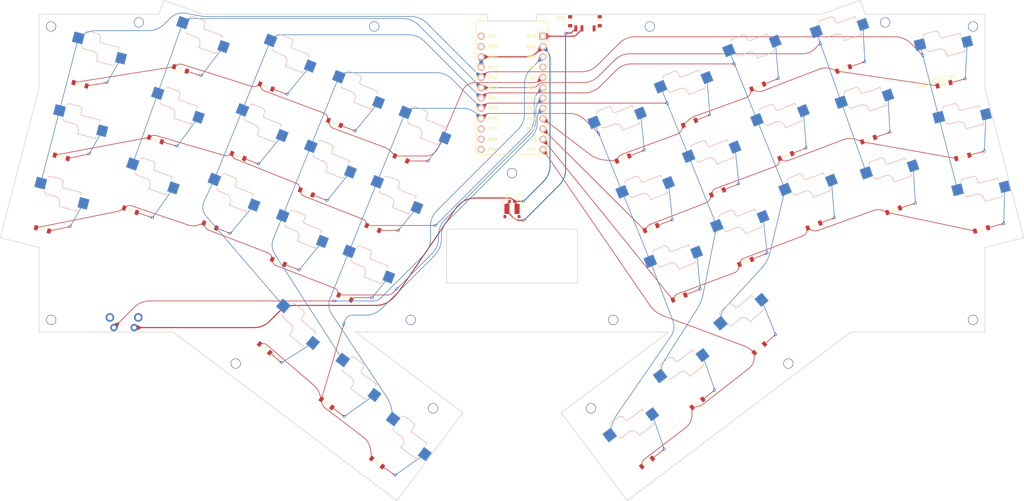
<source format=kicad_pcb>
(kicad_pcb (version 20240108) (generator "pcbnew") (generator_version "8.0")
  (title_block (title "Alias") (rev "v1.0.0") (company "Unknown"))
  (layers (0 "F.Cu" signal) (31 "B.Cu" signal) (34 "B.Paste" user) (35 "F.Paste" user) (36 "B.SilkS" user "B.Silkscreen") (37 "F.SilkS" user "F.Silkscreen") (38 "B.Mask" user) (39 "F.Mask" user) (44 "Edge.Cuts" user))
  (net 0 "")
  (net 1 "RAW")
  (net 2 "GND")
  (net 3 "RST")
  (net 4 "VCC")
  (net 5 "R0")
  (net 6 "R1")
  (net 7 "R2")
  (net 8 "R3")
  (net 9 "R4")
  (net 10 "R5")
  (net 11 "R6")
  (net 12 "R7")
  (net 13 "P1")
  (net 14 "P0")
  (net 15 "C0")
  (net 16 "C1")
  (net 17 "C2")
  (net 18 "C3")
  (net 19 "C4")
  (net 20 "P7")
  (net 21 "P8")
  (net 22 "P9")
  (net 23 "pinky_bottom")
  (net 24 "pinky_home")
  (net 25 "pinky_top")
  (net 26 "ring_bottom")
  (net 27 "ring_home")
  (net 28 "ring_top")
  (net 29 "middle_bottom")
  (net 30 "middle_home")
  (net 31 "middle_top")
  (net 32 "index_bottom")
  (net 33 "index_home")
  (net 34 "index_top")
  (net 35 "inner_bottom")
  (net 36 "inner_home")
  (net 37 "inner_top")
  (net 38 "mirror_pinky_bottom")
  (net 39 "mirror_pinky_home")
  (net 40 "mirror_pinky_top")
  (net 41 "mirror_ring_bottom")
  (net 42 "mirror_ring_home")
  (net 43 "mirror_ring_top")
  (net 44 "mirror_middle_bottom")
  (net 45 "mirror_middle_home")
  (net 46 "mirror_middle_top")
  (net 47 "mirror_index_bottom")
  (net 48 "mirror_index_home")
  (net 49 "mirror_index_top")
  (net 50 "mirror_inner_bottom")
  (net 51 "mirror_inner_home")
  (net 52 "mirror_inner_top")
  (net 53 "flexion_cluster")
  (net 54 "base_cluster")
  (net 55 "extension_cluster")
  (net 56 "mirror_flexion_cluster")
  (net 57 "mirror_base_cluster")
  (net 58 "mirror_extension_cluster")
  (net 59 "BAT_P")
  (footprint "ComboDiode" (layer "F.Cu") (at 168.869112 147.780883 -37)
    (property "Reference" "D32" (hide yes))
    (property "Value" "")
  )
  (footprint "pads" (layer "F.Cu") (at 214.626054 99.789052)
    (property "Reference" "PAD1" (hide yes))
    (property "Value" "")
  )
  (footprint "mounting_hole" (layer "F.Cu") (at 306.726054 53.769052)
    (property "Reference" "H4" (hide yes))
    (property "Value" "")
  )
  (footprint "ComboDiode" (layer "F.Cu") (at 308.804108 100.11585 19.5)
    (property "Reference" "D19" (hide yes))
    (property "Value" "")
  )
  (footprint "icon_bat" (layer "F.Cu") (at 214.626054 96.589052)
    (property "Reference" "ICON1" (hide yes))
    (property "Value" "")
  )
  (footprint "ComboDiode" (layer "F.Cu") (at 296.453254 65.238114 19.5)
    (property "Reference" "D21" (hide yes))
    (property "Value" "")
  )
  (footprint "ComboDiode" (layer "F.Cu") (at 180.299441 104.490356 -22)
    (property "Reference" "D14" (hide yes))
    (property "Value" "")
  )
  (footprint "ComboDiode" (layer "F.Cu") (at 265.356354 95.705766 22)
    (property "Reference" "D26" (hide yes))
    (property "Value" "")
  )
  (footprint "mounting_hole" (layer "F.Cu") (at 248.626054 54.769052)
    (property "Reference" "H9" (hide yes))
    (property "Value" "")
  )
  (footprint "ComboDiode" (layer "F.Cu") (at 255.882888 121.643257 22)
    (property "Reference" "D28" (hide yes))
    (property "Value" "")
  )
  (footprint "ComboDiode" (layer "F.Cu") (at 275.672752 134.20354 40.5)
    (property "Reference" "D34" (hide yes))
    (property "Value" "")
  )
  (footprint "ComboDiode" (layer "F.Cu") (at 181.303976 162.377239 -37)
    (property "Reference" "D33" (hide yes))
    (property "Value" "")
  )
  (footprint "ComboDiode" (layer "F.Cu") (at 248.952666 104.490356 22)
    (property "Reference" "D29" (hide yes))
    (property "Value" "")
  )
  (footprint "ComboDiode" (layer "F.Cu") (at 275.293412 69.580972 22)
    (property "Reference" "D24" (hide yes))
    (property "Value" "")
  )
  (footprint "SKHLLCA010" (layer "F.Cu") (at 118.876054 127.825552 180)
    (property "Reference" "S37" (hide yes))
    (property "Value" "SKHLLCA010")
  )
  (footprint "ComboDiode" (layer "F.Cu") (at 147.028473 86.733873 -22)
    (property "Reference" "D8" (hide yes))
    (property "Value" "")
  )
  (footprint "ComboDiode" (layer "F.Cu") (at 108.01216 69.019276 -14.5)
    (property "Reference" "D3" (hide yes))
    (property "Value" "")
  )
  (footprint "ComboDiode" (layer "F.Cu") (at 103.38013 86.930007 -14.5)
    (property "Reference" "D2" (hide yes))
    (property "Value" "")
  )
  (footprint "ComboDiode" (layer "F.Cu") (at 163.895753 95.705766 -22)
    (property "Reference" "D11" (hide yes))
    (property "Value" "")
  )
  (footprint "ComboDiode" (layer "F.Cu") (at 242.022444 87.337454 22)
    (property "Reference" "D30" (hide yes))
    (property "Value" "")
  )
  (footprint "ComboDiode" (layer "F.Cu") (at 330.504007 104.840738 14.5)
    (property "Reference" "D16" (hide yes))
    (property "Value" "")
  )
  (footprint "ProMicro" (layer "F.Cu") (at 214.626054 71.141052 -90)
    (property "Reference" "MCU1" (hide yes))
    (property "Value" "" (hide yes))
  )
  (footprint "mounting_hole" (layer "F.Cu") (at 100.876054 54.769052)
    (property "Reference" "H2" (hide yes))
    (property "Value" "")
  )
  (footprint "mounting_hole" (layer "F.Cu") (at 239.626054 127.175052)
    (property "Reference" "H11" (hide yes))
    (property "Value" "")
  )
  (footprint "ComboDiode" (layer "F.Cu") (at 170.825975 78.552865 -22)
    (property "Reference" "D12" (hide yes))
    (property "Value" "")
  )
  (footprint "mounting_hole" (layer "F.Cu") (at 122.526054 53.769052)
    (property "Reference" "H1" (hide yes))
    (property "Value" "")
  )
  (footprint "conn_molex_pico_ezmate_1x02" (layer "F.Cu") (at 214.626054 99.789052)
    (property "Reference" "CONN1" (hide yes))
    (property "Value" "")
  )
  (footprint "mounting_hole" (layer "F.Cu") (at 328.376054 54.769052)
    (property "Reference" "H3" (hide yes))
    (property "Value" "")
  )
  (footprint "ComboDiode" (layer "F.Cu") (at 126.623426 82.676982 -19.5)
    (property "Reference" "D5" (hide yes))
    (property "Value" "")
  )
  (footprint "ComboDiode" (layer "F.Cu") (at 187.229663 87.337454 -22)
    (property "Reference" "D15" (hide yes))
    (property "Value" "")
  )
  (footprint "ComboDiode" (layer "F.Cu") (at 325.871977 86.930007 14.5)
    (property "Reference" "D17" (hide yes))
    (property "Value" "")
  )
  (footprint "ComboDiode" (layer "F.Cu") (at 289.153856 103.886774 22)
    (property "Reference" "D22" (hide yes))
    (property "Value" "")
  )
  (footprint "mounting_hole" (layer "F.Cu") (at 282.82483 137.958241 -40.5)
    (property "Reference" "H13" (hide yes))
    (property "Value" "")
  )
  (footprint "ComboDiode" (layer "F.Cu") (at 132.798853 65.238114 -19.5)
    (property "Reference" "D6" (hide yes))
    (property "Value" "")
  )
  (footprint "mounting_hole" (layer "F.Cu") (at 180.626054 54.769052)
    (property "Reference" "H8" (hide yes))
    (property "Value" "")
  )
  (footprint "mounting_hole" (layer "F.Cu") (at 189.626054 127.175052)
    (property "Reference" "H10" (hide yes))
    (property "Value" "")
  )
  (footprint "ComboDiode" (layer "F.Cu") (at 247.948131 162.377239 37)
    (property "Reference" "D36" (hide yes))
    (property "Value" "")
  )
  (footprint "ComboDiode" (layer "F.Cu") (at 260.382995 147.780883 37)
    (property "Reference" "D35" (hide yes))
    (property "Value" "")
  )
  (footprint "mounting_hole" (layer "F.Cu") (at 195.134368 149.00861 -37)
    (property "Reference" "H14" (hide yes))
    (property "Value" "")
  )
  (footprint "ComboDiode" (layer "F.Cu") (at 140.098251 103.886774 -22)
    (property "Reference" "D7" (hide yes))
    (property "Value" "")
  )
  (footprint "ComboDiode" (layer "F.Cu") (at 272.286576 112.858667 22)
    (property "Reference" "D25" (hide yes))
    (property "Value" "")
  )
  (footprint "mounting_hole" (layer "F.Cu") (at 234.117739 149.00861 -37)
    (property "Reference" "H15" (hide yes))
    (property "Value" "")
  )
  (footprint "ComboDiode" (layer "F.Cu") (at 156.965531 112.858667 -22)
    (property "Reference" "D10" (hide yes))
    (property "Value" "")
  )
  (footprint "mounting_hole" (layer "F.Cu") (at 328.376054 127.175052)
    (property "Reference" "H6" (hide yes))
    (property "Value" "")
  )
  (footprint "mounting_hole" (layer "F.Cu") (at 214.626054 90.969052)
    (property "Reference" "H7" (hide yes))
    (property "Value" "")
  )
  (footprint "mounting_hole" (layer "F.Cu") (at 146.427277 137.958241 -40.5)
    (property "Reference" "H12" (hide yes))
    (property "Value" "")
  )
  (footprint "ComboDiode" (layer "F.Cu") (at 120.447999 100.11585 -19.5)
    (property "Reference" "D4" (hide yes))
    (property "Value" "")
  )
  (footprint "mounting_hole" (layer "F.Cu") (at 100.876054 127.175052)
    (property "Reference" "H5" (hide yes))
    (property "Value" "")
  )
  (footprint "ComboDiode" (layer "F.Cu") (at 153.579355 134.20354 -40.5)
    (property "Reference" "D31" (hide yes))
    (property "Value" "")
  )
  (footprint "ComboDiode" (layer "F.Cu") (at 98.7481 104.840738 -14.5)
    (property "Reference" "D1" (hide yes))
    (property "Value" "")
  )
  (footprint "ComboDiode" (layer "F.Cu") (at 258.426132 78.552865 22)
    (property "Reference" "D27" (hide yes))
    (property "Value" "")
  )
  (footprint "ComboDiode" (layer "F.Cu") (at 302.628681 82.676982 19.5)
    (property "Reference" "D20" (hide yes))
    (property "Value" "")
  )
  (footprint "power_switch" (layer "F.Cu") (at 232.626054 53.494252 90)
    (property "Reference" "SW1" (hide yes))
    (property "Value" "")
  )
  (footprint "ComboDiode" (layer "F.Cu") (at 153.958695 69.580972 -22)
    (property "Reference" "D9" (hide yes))
    (property "Value" "")
  )
  (footprint "ComboDiode" (layer "F.Cu") (at 282.223634 86.733873 22)
    (property "Reference" "D23" (hide yes))
    (property "Value" "")
  )
  (footprint "ComboDiode" (layer "F.Cu") (at 173.369219 121.643257 -22)
    (property "Reference" "D13" (hide yes))
    (property "Value" "")
  )
  (footprint "ComboDiode" (layer "F.Cu") (at 321.239947 69.019276 14.5)
    (property "Reference" "D18" (hide yes))
    (property "Value" "")
  )
  (footprint "ceoloide:switch_choc_v1_v2" (layer "B.Cu") (at 171.878187 143.787706 -37)
    (property "Reference" "S32" (hide yes))
    (property "Value" "")
  )
  (footprint "ceoloide:switch_choc_v1_v2" (layer "B.Cu") (at 128.29246 77.963775 -19.5)
    (property "Reference" "S5" (hide yes))
    (property "Value" "")
  )
  (footprint "ceoloide:switch_choc_v1_v2" (layer "B.Cu") (at 307.135074 95.402642 19.5)
    (property "Reference" "S19" (hide yes))
    (property "Value" "")
  )
  (footprint "ceoloide:switch_choc_v1_v2" (layer "B.Cu") (at 122.117033 95.402642 -19.5)
    (property "Reference" "S4" (hide yes))
    (property "Value" "")
  )
  (footprint "ceoloide:switch_choc_v1_v2" (layer "B.Cu") (at 148.901506 82.097954 -22)
    (property "Reference" "S8" (hide yes))
    (property "Value" "")
  )
  (footprint "ceoloide:switch_choc_v1_v2" (layer "B.Cu") (at 324.620077 82.089269 14.5)
    (property "Reference" "S17" (hide yes))
    (property "Value" "")
  )
  (footprint "ceoloide:switch_choc_v1_v2" (layer "B.Cu") (at 100 100 -14.5)
    (property "Reference" "S1" (hide yes))
    (property "Value" "")
  )
  (footprint "ceoloide:switch_choc_v1_v2" (layer "B.Cu") (at 300.959647 77.963775 19.5)
    (property "Reference" "S20" (hide yes))
    (property "Value" "")
  )
  (footprint "ceoloide:switch_choc_v1_v2" (layer "B.Cu") (at 172.699008 73.916945 -22)
    (property "Reference" "S12" (hide yes))
    (property "Value" "")
  )
  (footprint "ceoloide:switch_choc_v1_v2" (layer "B.Cu") (at 184.313051 158.384062 -37)
    (property "Reference" "S33" (hide yes))
    (property "Value" "")
  )
  (footprint "ceoloide:switch_choc_v1_v2" (layer "B.Cu") (at 156.826596 130.40151 -40.5)
    (property "Reference" "S31" (hide yes))
    (property "Value" "")
  )
  (footprint "ceoloide:switch_choc_v1_v2" (layer "B.Cu") (at 165.768786 91.069847 -22)
    (property "Reference" "S11" (hide yes))
    (property "Value" "")
  )
  (footprint "ceoloide:switch_choc_v1_v2" (layer "B.Cu") (at 319.988047 64.178537 14.5)
    (property "Reference" "S18" (hide yes))
    (property "Value" "")
  )
  (footprint "ceoloide:switch_choc_v1_v2" (layer "B.Cu") (at 247.079633 99.854436 22)
    (property "Reference" "S29" (hide yes))
    (property "Value" "")
  )
  (footprint "ceoloide:switch_choc_v1_v2" (layer "B.Cu") (at 244.939056 158.384062 37)
    (property "Reference" "S36" (hide yes))
    (property "Value" "")
  )
  (footprint "ceoloide:switch_choc_v1_v2" (layer "B.Cu") (at 257.37392 143.787706 37)
    (property "Reference" "S35" (hide yes))
    (property "Value" "")
  )
  (footprint "ceoloide:switch_choc_v1_v2" (layer "B.Cu") (at 256.553099 73.916945 22)
    (property "Reference" "S27" (hide yes))
    (property "Value" "")
  )
  (footprint "ceoloide:switch_choc_v1_v2" (layer "B.Cu") (at 155.831728 64.945052 -22)
    (property "Reference" "S9" (hide yes))
    (property "Value" "")
  )
  (footprint "ceoloide:switch_choc_v1_v2" (layer "B.Cu") (at 158.838564 108.222748 -22)
    (property "Reference" "S10" (hide yes))
    (property "Value" "")
  )
  (footprint "ceoloide:switch_choc_v1_v2" (layer "B.Cu") (at 273.420379 64.945052 22)
    (property "Reference" "S24" (hide yes))
    (property "Value" "")
  )
  (footprint "ceoloide:switch_choc_v1_v2" (layer "B.Cu") (at 294.78422 60.524907 19.5)
    (property "Reference" "S21" (hide yes))
    (property "Value" "")
  )
  (footprint "ceoloide:switch_choc_v1_v2" (layer "B.Cu") (at 272.425512 130.40151 40.5)
    (property "Reference" "S34" (hide yes))
    (property "Value" "")
  )
  (footprint "ceoloide:switch_choc_v1_v2" (layer "B.Cu") (at 134.467887 60.524907 -19.5)
    (property "Reference" "S6" (hide yes))
    (property "Value" "")
  )
  (footprint "ceoloide:switch_choc_v1_v2" (layer "B.Cu") (at 189.102696 82.701535 -22)
    (property "Reference" "S15" (hide yes))
    (property "Value" "")
  )
  (footprint "ceoloide:switch_choc_v1_v2" (layer "B.Cu") (at 240.149411 82.701535 22)
    (property "Reference" "S30" (hide yes))
    (property "Value" "")
  )
  (footprint "ceoloide:switch_choc_v1_v2" (layer "B.Cu") (at 109.26406 64.178537 -14.5)
    (property "Reference" "S3" (hide yes))
    (property "Value" "")
  )
  (footprint "ceoloide:switch_choc_v1_v2" (layer "B.Cu") (at 175.242252 117.007338 -22)
    (property "Reference" "S13" (hide yes))
    (property "Value" "")
  )
  (footprint "ceoloide:switch_choc_v1_v2" (layer "B.Cu") (at 254.009855 117.007338 22)
    (property "Reference" "S28" (hide yes))
    (property "Value" "")
  )
  (footprint "ceoloide:switch_choc_v1_v2" (layer "B.Cu") (at 182.172474 99.854436 -22)
    (property "Reference" "S14" (hide yes))
    (property "Value" "")
  )
  (footprint "ceoloide:switch_choc_v1_v2" (layer "B.Cu") (at 329.252107 100 14.5)
    (property "Reference" "S16" (hide yes))
    (property "Value" "")
  )
  (footprint "ceoloide:switch_choc_v1_v2" (layer "B.Cu") (at 104.63203 82.089269 -14.5)
    (property "Reference" "S2" (hide yes))
    (property "Value" "")
  )
  (footprint "ceoloide:switch_choc_v1_v2" (layer "B.Cu") (at 263.483321 91.069847 22)
    (property "Reference" "S26" (hide yes))
    (property "Value" "")
  )
  (footprint "ceoloide:switch_choc_v1_v2" (layer "B.Cu") (at 280.350601 82.097954 22)
    (property "Reference" "S23" (hide yes))
    (property "Value" "")
  )
  (footprint "ceoloide:switch_choc_v1_v2" (layer "B.Cu") (at 141.971284 99.250855 -22)
    (property "Reference" "S7" (hide yes))
    (property "Value" "")
  )
  (footprint "ceoloide:switch_choc_v1_v2" (layer "B.Cu") (at 270.413543 108.222748 22)
    (property "Reference" "S25" (hide yes))
    (property "Value" "")
  )
  (footprint "ceoloide:switch_choc_v1_v2" (layer "B.Cu") (at 287.280823 99.250855 22)
    (property "Reference" "S22" (hide yes))
    (property "Value" "")
  )
  (gr_line (start 331.376054 130.175552) (end 331.376054 109.341247) (stroke (width 0.15)) (layer "Edge.Cuts"))
  (gr_line (start 97.876054 109.341247) (end 97.876054 130.175552) (stroke (width 0.15)) (layer "Edge.Cuts"))
  (gr_line (start 176.043372 130.175552) (end 253.208736 130.175552) (stroke (width 0.15)) (layer "Edge.Cuts"))
  (gr_line (start 198.476054 118.089052) (end 230.776054 118.089052) (stroke (width 0.15)) (layer "Edge.Cuts"))
  (gr_line (start 128.637991 48.302276) (end 127.413351 51.760552) (stroke (width 0.15)) (layer "Edge.Cuts"))
  (gr_line (start 128.637991 48.302276) (end 138.403863 51.760552) (stroke (width 0.15)) (layer "Edge.Cuts"))
  (gr_line (start 298.284048 130.175552) (end 331.376054 130.175552) (stroke (width 0.15)) (layer "Edge.Cuts"))
  (gr_line (start 97.876054 51.760552) (end 97.876054 69.968823) (stroke (width 0.15)) (layer "Edge.Cuts"))
  (gr_line (start 208.626054 51.760552) (end 208.626054 53.361052) (stroke (width 0.15)) (layer "Edge.Cuts"))
  (gr_line (start 331.376054 109.341247) (end 340.920119 106.872984) (stroke (width 0.15)) (layer "Edge.Cuts"))
  (gr_line (start 88.331989 106.872984) (end 97.876054 69.968823) (stroke (width 0.15)) (layer "Edge.Cuts"))
  (gr_line (start 127.413351 51.760552) (end 97.876054 51.760552) (stroke (width 0.15)) (layer "Edge.Cuts"))
  (gr_line (start 331.376054 69.968823) (end 331.376054 51.760552) (stroke (width 0.15)) (layer "Edge.Cuts"))
  (gr_line (start 208.626054 51.760552) (end 138.403863 51.760552) (stroke (width 0.15)) (layer "Edge.Cuts"))
  (gr_line (start 130.968059 130.175552) (end 186.197706 171.794076) (stroke (width 0.15)) (layer "Edge.Cuts"))
  (gr_line (start 290.848244 51.760552) (end 300.614116 48.302276) (stroke (width 0.15)) (layer "Edge.Cuts"))
  (gr_line (start 97.876054 130.175552) (end 130.968059 130.175552) (stroke (width 0.15)) (layer "Edge.Cuts"))
  (gr_line (start 230.776054 104.789052) (end 198.476054 104.789052) (stroke (width 0.15)) (layer "Edge.Cuts"))
  (gr_line (start 243.054401 171.794076) (end 298.284048 130.175552) (stroke (width 0.15)) (layer "Edge.Cuts"))
  (gr_line (start 208.626054 53.361052) (end 220.626054 53.361052) (stroke (width 0.15)) (layer "Edge.Cuts"))
  (gr_line (start 230.776054 118.089052) (end 230.776054 104.789052) (stroke (width 0.15)) (layer "Edge.Cuts"))
  (gr_line (start 331.376054 69.968823) (end 340.920119 106.872984) (stroke (width 0.15)) (layer "Edge.Cuts"))
  (gr_line (start 331.376054 51.760552) (end 301.838756 51.760552) (stroke (width 0.15)) (layer "Edge.Cuts"))
  (gr_line (start 220.626054 53.361052) (end 220.626054 51.760552) (stroke (width 0.15)) (layer "Edge.Cuts"))
  (gr_line (start 186.197706 171.794076) (end 202.523142 150.12949) (stroke (width 0.15)) (layer "Edge.Cuts"))
  (gr_line (start 290.848244 51.760552) (end 220.626054 51.760552) (stroke (width 0.15)) (layer "Edge.Cuts"))
  (gr_line (start 88.331989 106.872984) (end 97.876054 109.341247) (stroke (width 0.15)) (layer "Edge.Cuts"))
  (gr_line (start 198.476054 104.789052) (end 198.476054 118.089052) (stroke (width 0.15)) (layer "Edge.Cuts"))
  (gr_line (start 176.043372 130.175552) (end 202.523142 150.12949) (stroke (width 0.15)) (layer "Edge.Cuts"))
  (gr_line (start 226.728965 150.12949) (end 253.208736 130.175552) (stroke (width 0.15)) (layer "Edge.Cuts"))
  (gr_line (start 226.728965 150.12949) (end 243.054401 171.794076) (stroke (width 0.15)) (layer "Edge.Cuts"))
  (gr_line (start 301.838756 51.760552) (end 300.614116 48.302276) (stroke (width 0.15)) (layer "Edge.Cuts"))
  (gr_text "JLCJLCJLCJLC" (at 319.462232 68.136254 14.5) (layer "F.SilkS") (effects (font (size 1 1))))
  (gr_text "ON" (at 226.626054 52.769052 0) (layer "F.SilkS") (effects (font (size 1 1))))
  (segment (start 231.876054 55.354252) (end 231.876054 55.229252) (width 0.25) (layer "F.Cu") (net 1))
  (segment (start 229.784251 57.171052) (end 222.246054 57.171052) (width 0.25) (layer "F.Cu") (net 1))
  (segment (start 231.787665 55.56764) (end 230.467096 56.888208) (width 0.25) (layer "F.Cu") (net 1))
  (arc (start 229.784251 57.171052) (mid 230.153804 57.097543) (end 230.467096 56.888208) (width 0.25) (layer "F.Cu") (net 1))
  (arc (start 231.787665 55.56764) (mid 231.853082 55.469736) (end 231.876054 55.354252) (width 0.25) (layer "F.Cu") (net 1))
  (segment (start 154.81824 127.481759) (end 157.106207 125.193792) (width 0.25) (layer "F.Cu") (net 2))
  (segment (start 215.226054 97.914052) (end 214.662154 97.350152) (width 0.25) (layer "F.Cu") (net 2))
  (segment (start 215.876054 99.023671) (end 215.876054 99.789052) (width 0.25) (layer "F.Cu") (net 2))
  (segment (start 217.910002 62.251052) (end 207.006054 62.251052) (width 0.25) (layer "F.Cu") (net 2))
  (segment (start 187.121729 119.544927) (end 200.696053 99.7329) (width 0.25) (layer "F.Cu") (net 2))
  (segment (start 184.992778 122.007144) (end 184.993792 122.006207) (width 0.25) (layer "F.Cu") (net 2))
  (segment (start 215.226054 97.914052) (end 217.476011 97.914052) (width 0.25) (layer "F.Cu") (net 2))
  (segment (start 215.226054 97.914052) (end 215.551054 98.239052) (width 0.25) (layer "F.Cu") (net 2))
  (segment (start 150.970484 129.075552) (end 121.376054 129.075552) (width 0.25) (layer "F.Cu") (net 2))
  (segment (start 220.976054 60.981052) (end 222.246054 59.711052) (width 0.25) (layer "F.Cu") (net 2))
  (segment (start 217.492974 97.907026) (end 217.5 97.9) (width 0.25) (layer "F.Cu") (net 2))
  (segment (start 181.146036 123.6) (end 160.953963 123.6) (width 0.25) (layer "F.Cu") (net 2))
  (segment (start 205.691611 97.1) (end 214.058233 97.1) (width 0.25) (layer "F.Cu") (net 2))
  (via (at 217.5 97.9) (size 0.6) (drill 0.3) (layers "F.Cu" "B.Cu") (net 2))
  (arc (start 217.910002 62.251052) (mid 219.569337 61.920989) (end 220.976054 60.981052) (width 0.25) (layer "F.Cu") (net 2))
  (arc (start 160.953963 123.6) (mid 158.871572 124.014213) (end 157.106207 125.193792) (width 0.25) (layer "F.Cu") (net 2))
  (arc (start 205.691611 97.1) (mid 202.868148 97.798511) (end 200.696053 99.7329) (width 0.25) (layer "F.Cu") (net 2))
  (arc (start 214.058233 97.1) (mid 214.385073 97.165012) (end 214.662154 97.350152) (width 0.25) (layer "F.Cu") (net 2))
  (arc (start 154.81824 127.481759) (mid 153.052874 128.661338) (end 150.970484 129.075552) (width 0.25) (layer "F.Cu") (net 2))
  (arc (start 187.121729 119.544927) (mid 186.126417 120.835838) (end 184.992778 122.007144) (width 0.25) (layer "F.Cu") (net 2))
  (arc (start 215.876054 99.023671) (mid 215.791589 98.599038) (end 215.551054 98.239052) (width 0.25) (layer "F.Cu") (net 2))
  (arc (start 217.476011 97.914052) (mid 217.485191 97.912226) (end 217.492974 97.907026) (width 0.25) (layer "F.Cu") (net 2))
  (arc (start 181.146036 123.6) (mid 183.228426 123.185786) (end 184.993792 122.006207) (width 0.25) (layer "F.Cu") (net 2))
  (segment (start 217.5 97.9) (end 222.406207 92.993792) (width 0.25) (layer "B.Cu") (net 2))
  (segment (start 224 89.146036) (end 224 62.705225) (width 0.25) (layer "B.Cu") (net 2))
  (segment (start 223.123027 60.588025) (end 222.246054 59.711052) (width 0.25) (layer "B.Cu") (net 2))
  (segment (start 207.006054 62.251052) (end 207.006054 64.791052) (width 0.25) (layer "B.Cu") (net 2))
  (arc (start 223.123027 60.588025) (mid 223.772082 61.559404) (end 224 62.705225) (width 0.25) (layer "B.Cu") (net 2))
  (arc (start 224 89.146036) (mid 223.585786 91.228426) (end 222.406207 92.993792) (width 0.25) (layer "B.Cu") (net 2))
  (segment (start 170.8 122.5) (end 125.205569 122.5) (width 0.15) (layer "F.Cu") (net 3))
  (segment (start 121.357813 124.093792) (end 116.376054 129.075552) (width 0.15) (layer "F.Cu") (net 3))
  (via (at 170.8 122.5) (size 0.6) (drill 0.3) (layers "F.Cu" "B.Cu") (net 3))
  (arc (start 121.357813 124.093792) (mid 123.123178 122.914213) (end 125.205569 122.5) (width 0.15) (layer "F.Cu") (net 3))
  (segment (start 194.5 104.053963) (end 194.5 107.246036) (width 0.15) (layer "B.Cu") (net 3))
  (segment (start 192.906207 111.093792) (end 182.272 121.727999) (width 0.15) (layer "B.Cu") (net 3))
  (segment (start 170.8 122.5) (end 180.408225 122.5) (width 0.15) (layer "B.Cu") (net 3))
  (segment (start 217.7 76.346036) (end 217.7 69.053963) (width 0.15) (layer "B.Cu") (net 3))
  (segment (start 196.093792 100.206207) (end 216.106207 80.193792) (width 0.15) (layer "B.Cu") (net 3))
  (segment (start 222.24503 62.254969) (end 219.293792 65.206207) (width 0.15) (layer "B.Cu") (net 3))
  (segment (start 222.246054 62.252499) (end 222.246054 62.251052) (width 0.15) (layer "B.Cu") (net 3))
  (arc (start 222.246054 62.252499) (mid 222.245787 62.253835) (end 222.24503 62.254969) (width 0.15) (layer "B.Cu") (net 3))
  (arc (start 219.293792 65.206207) (mid 218.114213 66.971572) (end 217.7 69.053963) (width 0.15) (layer "B.Cu") (net 3))
  (arc (start 180.408225 122.5) (mid 181.416893 122.299363) (end 182.272 121.727999) (width 0.15) (layer "B.Cu") (net 3))
  (arc (start 192.906207 111.093792) (mid 194.085786 109.328426) (end 194.5 107.246036) (width 0.15) (layer "B.Cu") (net 3))
  (arc (start 217.7 76.346036) (mid 217.285786 78.428426) (end 216.106207 80.193792) (width 0.15) (layer "B.Cu") (net 3))
  (arc (start 196.093792 100.206207) (mid 194.914213 101.971572) (end 194.5 104.053963) (width 0.15) (layer "B.Cu") (net 3))
  (segment (start 153.49542 70.659162) (end 168.157364 76.123241) (width 0.15) (layer "F.Cu") (net 5))
  (segment (start 131.243495 64.687333) (end 106.414716 68.606149) (width 0.15) (layer "F.Cu") (net 5))
  (segment (start 202.449678 70.57491) (end 196.34786 84.746669) (width 0.15) (layer "F.Cu") (net 5))
  (segment (start 131.243495 64.687333) (end 131.871747 64.293666) (width 0.15) (layer "F.Cu") (net 5))
  (segment (start 183.260618 84.614517) (end 170.508008 79.884874) (width 0.15) (layer "F.Cu") (net 5))
  (segment (start 193.347449 86.72104) (end 185.69981 86.719353) (width 0.15) (layer "F.Cu") (net 5))
  (segment (start 184.999905 85.859676) (end 185.69981 86.719353) (width 0.15) (layer "F.Cu") (net 5))
  (segment (start 152.614421 69.681435) (end 152.521631 69.322153) (width 0.15) (layer "F.Cu") (net 5))
  (segment (start 169.296122 77.934764) (end 169.498061 78.767382) (width 0.15) (layer "F.Cu") (net 5))
  (segment (start 221.623027 67.965526) (end 222.246054 67.331052) (width 0.15) (layer "F.Cu") (net 5))
  (segment (start 150.359148 69.534211) (end 133.207049 64.12306) (width 0.15) (layer "F.Cu") (net 5))
  (segment (start 169.296122 77.934764) (end 169.098061 77.167382) (width 0.15) (layer "F.Cu") (net 5))
  (segment (start 152.111471 69.155146) (end 151.764421 69.365403) (width 0.15) (layer "F.Cu") (net 5))
  (segment (start 220.110775 68.6) (end 205.450189 68.6) (width 0.15) (layer "F.Cu") (net 5))
  (arc (start 183.260618 84.614517) (mid 184.213609 85.120672) (end 184.999905 85.859676) (width 0.15) (layer "F.Cu") (net 5))
  (arc (start 150.359148 69.534211) (mid 151.080002 69.60146) (end 151.764421 69.365403) (width 0.15) (layer "F.Cu") (net 5))
  (arc (start 133.207049 64.12306) (mid 132.52065 64.061628) (end 131.871747 64.293666) (width 0.15) (layer "F.Cu") (net 5))
  (arc (start 193.347449 86.72104) (mid 195.143438 86.183351) (end 196.34786 84.746669) (width 0.15) (layer "F.Cu") (net 5))
  (arc (start 220.110775 68.6) (mid 220.930754 68.434955) (end 221.623027 67.965526) (width 0.15) (layer "F.Cu") (net 5))
  (arc (start 170.508008 79.884874) (mid 169.86127 79.454249) (end 169.498061 78.767382) (width 0.15) (layer "F.Cu") (net 5))
  (arc (start 152.111471 69.155146) (mid 152.358516 69.135585) (end 152.521631 69.322153) (width 0.15) (layer "F.Cu") (net 5))
  (arc (start 202.449678 70.57491) (mid 203.654128 69.138033) (end 205.450189 68.6) (width 0.15) (layer "F.Cu") (net 5))
  (arc (start 152.614421 69.681435) (mid 152.935115 70.278251) (end 153.49542 70.659162) (width 0.15) (layer "F.Cu") (net 5))
  (arc (start 168.157364 76.123241) (mid 168.755676 76.530024) (end 169.098061 77.167382) (width 0.15) (layer "F.Cu") (net 5))
  (segment (start 145.019763 86.389125) (end 144.899309 86.457885) (width 0.15) (layer "F.Cu") (net 6))
  (segment (start 124.771526 82.182116) (end 101.782686 86.51688) (width 0.15) (layer "F.Cu") (net 6))
  (segment (start 146.212165 87.404237) (end 161.333492 93.434214) (width 0.15) (layer "F.Cu") (net 6))
  (segment (start 163.330306 96.647335) (end 177.894683 102.36247) (width 0.15) (layer "F.Cu") (net 6))
  (segment (start 178.634794 103.236127) (end 178.702191 103.554191) (width 0.15) (layer "F.Cu") (net 6))
  (segment (start 125.326051 81.96965) (end 125.584034 81.8131) (width 0.15) (layer "F.Cu") (net 6))
  (segment (start 162.193263 94.432945) (end 162.18295 94.393832) (width 0.15) (layer "F.Cu") (net 6))
  (segment (start 126.679463 81.668744) (end 143.637438 86.607056) (width 0.15) (layer "F.Cu") (net 6))
  (segment (start 179.094714 103.872255) (end 195.7 103.872255) (width 0.15) (layer "F.Cu") (net 6))
  (via (at 195.7 103.872255) (size 0.6) (drill 0.3) (layers "F.Cu" "B.Cu") (net 6))
  (arc (start 144.899309 86.457885) (mid 144.283533 86.660709) (end 143.637438 86.607056) (width 0.15) (layer "F.Cu") (net 6))
  (arc (start 125.326051 81.96965) (mid 125.05835 82.100838) (end 124.771526 82.182116) (width 0.15) (layer "F.Cu") (net 6))
  (arc (start 163.330306 96.647335) (mid 162.822564 96.291834) (end 162.53295 95.743832) (width 0.15) (layer "F.Cu") (net 6))
  (arc (start 179.094714 103.872255) (mid 178.842108 103.782757) (end 178.702191 103.554191) (width 0.15) (layer "F.Cu") (net 6))
  (arc (start 145.59931 86.657886) (mid 145.378893 86.373946) (end 145.019763 86.389125) (width 0.15) (layer "F.Cu") (net 6))
  (arc (start 161.333492 93.434214) (mid 161.872279 93.813058) (end 162.18295 94.393832) (width 0.15) (layer "F.Cu") (net 6))
  (arc (start 126.679463 81.668744) (mid 126.116575 81.625784) (end 125.584034 81.8131) (width 0.15) (layer "F.Cu") (net 6))
  (arc (start 177.894683 102.36247) (mid 178.374889 102.705985) (end 178.634794 103.236127) (width 0.15) (layer "F.Cu") (net 6))
  (arc (start 162.53295 95.743832) (mid 162.364503 95.088026) (end 162.193263 94.432945) (width 0.15) (layer "F.Cu") (net 6))
  (arc (start 145.59931 86.657886) (mid 145.809684 87.109934) (end 146.212165 87.404237) (width 0.15) (layer "F.Cu") (net 6))
  (segment (start 221.173027 70.944079) (end 222.246054 69.871052) (width 0.15) (layer "B.Cu") (net 6))
  (segment (start 218.506207 81.093792) (end 195.737554 103.862445) (width 0.15) (layer "B.Cu") (net 6))
  (segment (start 195.7 103.872255) (end 195.713872 103.872255) (width 0.15) (layer "B.Cu") (net 6))
  (segment (start 220.1 73.534595) (end 220.1 77.246036) (width 0.15) (layer "B.Cu") (net 6))
  (arc (start 218.506207 81.093792) (mid 219.685786 79.328426) (end 220.1 77.246036) (width 0.15) (layer "B.Cu") (net 6))
  (arc (start 220.1 73.534595) (mid 220.37887 72.132617) (end 221.173027 70.944079) (width 0.15) (layer "B.Cu") (net 6))
  (arc (start 195.737554 103.862445) (mid 195.726688 103.869705) (end 195.713872 103.872255) (width 0.15) (layer "B.Cu") (net 6))
  (segment (start 155.567839 112.870283) (end 155.501758 112.555424) (width 0.15) (layer "F.Cu") (net 7))
  (segment (start 170.816657 119.336177) (end 156.300254 113.731743) (width 0.15) (layer "F.Cu") (net 7))
  (segment (start 134.706189 103.761748) (end 120.643133 98.998174) (width 0.15) (layer "F.Cu") (net 7))
  (segment (start 186.2 119.5) (end 185.223681 120.476345) (width 0.15) (layer "F.Cu") (net 7))
  (segment (start 138.568398 103.268673) (end 137.284199 103.734336) (width 0.15) (layer "F.Cu") (net 7))
  (segment (start 154.454846 110.65256) (end 139.698599 104.992996) (width 0.15) (layer "F.Cu") (net 7))
  (segment (start 171.669683 120.312578) (end 171.754524 120.668867) (width 0.15) (layer "F.Cu") (net 7))
  (segment (start 117.154367 100.429055) (end 97.150656 104.427611) (width 0.15) (layer "F.Cu") (net 7))
  (segment (start 118.4829 99.840667) (end 118.34632 99.932534) (width 0.15) (layer "F.Cu") (net 7))
  (segment (start 119.304903 99.280238) (end 119.44632 99.182534) (width 0.15) (layer "F.Cu") (net 7))
  (segment (start 138.78016 103.995316) (end 138.568398 103.268673) (width 0.15) (layer "F.Cu") (net 7))
  (segment (start 183.898759 121.025156) (end 172.205617 121.025156) (width 0.15) (layer "F.Cu") (net 7))
  (segment (start 155.267839 111.570283) (end 155.357532 111.928483) (width 0.15) (layer "F.Cu") (net 7))
  (segment (start 118.755484 99.656084) (end 119.021463 99.474761) (width 0.15) (layer "F.Cu") (net 7))
  (via (at 186.2 119.5) (size 0.6) (drill 0.3) (layers "F.Cu" "B.Cu") (net 7))
  (arc (start 118.4829 99.840667) (mid 118.619335 99.748588) (end 118.755484 99.656084) (width 0.15) (layer "F.Cu") (net 7))
  (arc (start 171.754524 120.668867) (mid 171.918203 120.92534) (end 172.205617 121.025156) (width 0.15) (layer "F.Cu") (net 7))
  (arc (start 134.706189 103.761748) (mid 135.997527 103.967472) (end 137.284199 103.734336) (width 0.15) (layer "F.Cu") (net 7))
  (arc (start 156.300254 113.731743) (mid 155.824581 113.39408) (end 155.567839 112.870283) (width 0.15) (layer "F.Cu") (net 7))
  (arc (start 154.454846 110.65256) (mid 154.973537 111.01203) (end 155.267839 111.570283) (width 0.15) (layer "F.Cu") (net 7))
  (arc (start 155.357532 111.928483) (mid 155.432661 112.241259) (end 155.501758 112.555424) (width 0.15) (layer "F.Cu") (net 7))
  (arc (start 171.669683 120.312578) (mid 171.363751 119.719032) (end 170.816657 119.336177) (width 0.15) (layer "F.Cu") (net 7))
  (arc (start 119.304903 99.280238) (mid 119.163334 99.37772) (end 119.021463 99.474761) (width 0.15) (layer "F.Cu") (net 7))
  (arc (start 138.78016 103.995316) (mid 139.122449 104.601799) (end 139.698599 104.992996) (width 0.15) (layer "F.Cu") (net 7))
  (arc (start 119.44632 99.182534) (mid 120.023544 98.952843) (end 120.643133 98.998174) (width 0.15) (layer "F.Cu") (net 7))
  (arc (start 183.898759 121.025156) (mid 184.615804 120.882525) (end 185.223681 120.476345) (width 0.15) (layer "F.Cu") (net 7))
  (arc (start 117.154367 100.429055) (mid 117.774928 100.239812) (end 118.34632 99.932534) (width 0.15) (layer "F.Cu") (net 7))
  (segment (start 194.906207 110.793792) (end 186.2 119.5) (width 0.15) (layer "B.Cu") (net 7))
  (segment (start 220.5 75.391752) (end 220.5 77.746036) (width 0.15) (layer "B.Cu") (net 7))
  (segment (start 218.906207 81.593792) (end 198.093792 102.406207) (width 0.15) (layer "B.Cu") (net 7))
  (segment (start 196.5 106.946036) (end 196.5 106.253963) (width 0.15) (layer "B.Cu") (net 7))
  (segment (start 221.373027 73.284079) (end 222.246054 72.411052) (width 0.15) (layer "B.Cu") (net 7))
  (arc (start 218.906207 81.593792) (mid 220.085786 79.828426) (end 220.5 77.746036) (width 0.15) (layer "B.Cu") (net 7))
  (arc (start 194.906207 110.793792) (mid 196.085786 109.028426) (end 196.5 106.946036) (width 0.15) (layer "B.Cu") (net 7))
  (arc (start 198.093792 102.406207) (mid 196.914213 104.171572) (end 196.5 106.253963) (width 0.15) (layer "B.Cu") (net 7))
  (arc (start 220.5 75.391752) (mid 220.726892 74.251087) (end 221.373027 73.284079) (width 0.15) (layer "B.Cu") (net 7))
  (segment (start 168.449125 148.893779) (end 177.863198 156.054911) (width 0.15) (layer "F.Cu") (net 8))
  (segment (start 167.551363 146.787888) (end 167.675681 147.593944) (width 0.15) (layer "F.Cu") (net 8))
  (segment (start 179.743113 159.342122) (end 179.986227 161.384244) (width 0.15) (layer "F.Cu") (net 8))
  (segment (start 167.551363 146.787888) (end 173.12574 128.2) (width 0.15) (layer "F.Cu") (net 8))
  (segment (start 167.148949 145.493944) (end 167.551363 146.787888) (width 0.15) (layer "F.Cu") (net 8))
  (segment (start 152.962342 133.015975) (end 152.324685 133.131951) (width 0.15) (layer "F.Cu") (net 8))
  (segment (start 154.083455 133.331657) (end 165.718258 143.31746) (width 0.15) (layer "F.Cu") (net 8))
  (via (at 173.12574 128.2) (size 0.6) (drill 0.3) (layers "F.Cu" "B.Cu") (net 8))
  (arc (start 179.743113 159.342122) (mid 179.137186 157.507488) (end 177.863198 156.054911) (width 0.15) (layer "F.Cu") (net 8))
  (arc (start 167.148949 145.493944) (mid 166.586961 144.304893) (end 165.718258 143.31746) (width 0.15) (layer "F.Cu") (net 8))
  (arc (start 168.449125 148.893779) (mid 167.936152 148.318984) (end 167.675681 147.593944) (width 0.15) (layer "F.Cu") (net 8))
  (arc (start 154.083455 133.331657) (mid 153.559388 133.044225) (end 152.962342 133.015975) (width 0.15) (layer "F.Cu") (net 8))
  (segment (start 178.546036 126) (end 175.316571 126) (width 0.15) (layer "B.Cu") (net 8))
  (segment (start 195.408378 111.391621) (end 182.393792 124.406207) (width 0.15) (layer "B.Cu") (net 8))
  (segment (start 173.355601 127.45) (end 173.12574 128.2) (width 0.15) (layer "B.Cu") (net 8))
  (segment (start 197.2 107.066261) (end 197.2 106.553963) (width 0.15) (layer "B.Cu") (net 8))
  (segment (start 221.548027 75.649079) (end 222.246054 74.951052) (width 0.15) (layer "B.Cu") (net 8))
  (segment (start 220.85 78.498553) (end 220.85 77.334265) (width 0.15) (layer "B.Cu") (net 8))
  (segment (start 198.793792 102.706207) (end 219.328697 82.171302) (width 0.15) (layer "B.Cu") (net 8))
  (arc (start 198.793792 102.706207) (mid 197.614213 104.471572) (end 197.2 106.553963) (width 0.15) (layer "B.Cu") (net 8))
  (arc (start 220.85 78.498553) (mid 220.454626 80.48623) (end 219.328697 82.171302) (width 0.15) (layer "B.Cu") (net 8))
  (arc (start 221.548027 75.649079) (mid 221.031411 76.422248) (end 220.85 77.334265) (width 0.15) (layer "B.Cu") (net 8))
  (arc (start 173.355601 127.45) (mid 174.097155 126.401871) (end 175.316571 126) (width 0.15) (layer "B.Cu") (net 8))
  (arc (start 195.408378 111.391621) (mid 196.734372 109.407129) (end 197.2 107.066261) (width 0.15) (layer "B.Cu") (net 8))
  (arc (start 182.393792 124.406207) (mid 180.628426 125.585786) (end 178.546036 126) (width 0.15) (layer "B.Cu") (net 8))
  (segment (start 233.675877 86.208719) (end 222.246054 77.491052) (width 0.15) (layer "F.Cu") (net 9))
  (segment (start 255.396715 81.330613) (end 241.67963 86.351246) (width 0.15) (layer "F.Cu") (net 9))
  (segment (start 237.788345 87.762967) (end 239.770714 87.904145) (width 0.15) (layer "F.Cu") (net 9))
  (segment (start 276.406553 70.696127) (end 290.555268 65.25554) (width 0.15) (layer "F.Cu") (net 9))
  (segment (start 256.896279 79.170966) (end 256.598139 80.085483) (width 0.15) (layer "F.Cu") (net 9))
  (segment (start 293.448948 65.244447) (end 294.897896 65.788895) (width 0.15) (layer "F.Cu") (net 9))
  (segment (start 273.531779 71.099536) (end 273.763559 70.199073) (width 0.15) (layer "F.Cu") (net 9))
  (segment (start 273.763559 70.199073) (end 274.631779 70.599536) (width 0.15) (layer "F.Cu") (net 9))
  (segment (start 259.921052 76.855576) (end 272.421867 72.305679) (width 0.15) (layer "F.Cu") (net 9))
  (segment (start 294.897896 65.788895) (end 319.642503 69.432403) (width 0.15) (layer "F.Cu") (net 9))
  (segment (start 257.798139 78.235483) (end 256.896279 79.170966) (width 0.15) (layer "F.Cu") (net 9))
  (arc (start 276.406553 70.696127) (mid 275.509933 70.81748) (end 274.631779 70.599536) (width 0.15) (layer "F.Cu") (net 9))
  (arc (start 257.798139 78.235483) (mid 258.780837 77.424364) (end 259.921052 76.855576) (width 0.15) (layer "F.Cu") (net 9))
  (arc (start 273.531779 71.099536) (mid 273.128226 71.841931) (end 272.421867 72.305679) (width 0.15) (layer "F.Cu") (net 9))
  (arc (start 293.448948 65.244447) (mid 292.001089 64.984272) (end 290.555268 65.25554) (width 0.15) (layer "F.Cu") (net 9))
  (arc (start 237.788345 87.762967) (mid 235.618534 87.286362) (end 233.675877 86.208719) (width 0.15) (layer "F.Cu") (net 9))
  (arc (start 239.770714 87.904145) (mid 240.362613 87.753113) (end 240.746295 87.277777) (width 0.15) (layer "F.Cu") (net 9))
  (arc (start 255.396715 81.330613) (mid 256.140701 80.846292) (end 256.598139 80.085483) (width 0.15) (layer "F.Cu") (net 9))
  (arc (start 240.746295 87.277777) (mid 241.111588 86.712387) (end 241.67963 86.351246) (width 0.15) (layer "F.Cu") (net 9))
  (segment (start 299.536661 82.663881) (end 301.073323 83.227763) (width 0.15) (layer "F.Cu") (net 10))
  (segment (start 296.468798 82.678544) (end 282.717929 87.874134) (width 0.15) (layer "F.Cu") (net 10))
  (segment (start 247.617109 104.781342) (end 247.811406 104.454228) (width 0.15) (layer "F.Cu") (net 10))
  (segment (start 263.919875 95.9929) (end 264.01325 95.661933) (width 0.15) (layer "F.Cu") (net 10))
  (segment (start 301.073323 83.227763) (end 324.274533 87.343134) (width 0.15) (layer "F.Cu") (net 10))
  (segment (start 279.615101 89.290703) (end 264.844958 94.761126) (width 0.15) (layer "F.Cu") (net 10))
  (segment (start 263.56325 97.161933) (end 263.723444 96.651948) (width 0.15) (layer "F.Cu") (net 10))
  (segment (start 280.54689 88.175987) (end 280.693781 87.351974) (width 0.15) (layer "F.Cu") (net 10))
  (segment (start 247.15325 104.839958) (end 222.246054 80.031052) (width 0.15) (layer "F.Cu") (net 10))
  (segment (start 281.34689 87.725987) (end 280.693781 87.351974) (width 0.15) (layer "F.Cu") (net 10))
  (segment (start 248.910086 103.526509) (end 262.475079 98.301931) (width 0.15) (layer "F.Cu") (net 10))
  (arc (start 263.723444 96.651948) (mid 263.82408 96.323145) (end 263.919875 95.9929) (width 0.15) (layer "F.Cu") (net 10))
  (arc (start 296.468798 82.678544) (mid 298.001409 82.394875) (end 299.536661 82.663881) (width 0.15) (layer "F.Cu") (net 10))
  (arc (start 282.717929 87.874134) (mid 282.016913 87.943467) (end 281.34689 87.725987) (width 0.15) (layer "F.Cu") (net 10))
  (arc (start 264.01325 95.661933) (mid 264.321134 95.111842) (end 264.844958 94.761126) (width 0.15) (layer "F.Cu") (net 10))
  (arc (start 248.910086 103.526509) (mid 248.282651 103.897882) (end 247.811406 104.454228) (width 0.15) (layer "F.Cu") (net 10))
  (arc (start 247.617109 104.781342) (mid 247.399502 104.923992) (end 247.15325 104.839958) (width 0.15) (layer "F.Cu") (net 10))
  (arc (start 262.475079 98.301931) (mid 263.15196 97.85869) (end 263.56325 97.161933) (width 0.15) (layer "F.Cu") (net 10))
  (arc (start 279.615101 89.290703) (mid 280.229217 88.857243) (end 280.54689 88.175987) (width 0.15) (layer "F.Cu") (net 10))
  (segment (start 270.68823 113.807635) (end 270.578361 114.338384) (width 0.15) (layer "F.Cu") (net 11))
  (segment (start 286.269995 106.513209) (end 271.832246 111.961416) (width 0.15) (layer "F.Cu") (net 11))
  (segment (start 287.362001 105.352437) (end 287.624003 104.504875) (width 0.15) (layer "F.Cu") (net 11))
  (segment (start 287.624003 104.504875) (end 288.412001 104.952437) (width 0.15) (layer "F.Cu") (net 11))
  (segment (start 270.867542 113.157576) (end 270.978361 112.838384) (width 0.15) (layer "F.Cu") (net 11))
  (segment (start 307.24875 100.666631) (end 328.906563 105.253865) (width 0.15) (layer "F.Cu") (net 11))
  (segment (start 303.997619 100.130322) (end 290.061251 105.118042) (width 0.15) (layer "F.Cu") (net 11))
  (segment (start 269.575921 115.508364) (end 255.543823 120.759085) (width 0.15) (layer "F.Cu") (net 11))
  (segment (start 306.174375 100.20121) (end 307.24875 100.666631) (width 0.15) (layer "F.Cu") (net 11))
  (segment (start 253.920699 121.726909) (end 222.246054 82.571052) (width 0.15) (layer "F.Cu") (net 11))
  (arc (start 270.578361 114.338384) (mid 270.227855 115.052506) (end 269.575921 115.508364) (width 0.15) (layer "F.Cu") (net 11))
  (arc (start 287.362001 105.352437) (mid 286.950385 106.059249) (end 286.269995 106.513209) (width 0.15) (layer "F.Cu") (net 11))
  (arc (start 270.867542 113.157576) (mid 270.767315 113.479689) (end 270.68823 113.807635) (width 0.15) (layer "F.Cu") (net 11))
  (arc (start 254.626517 121.630679) (mid 254.300716 121.87762) (end 253.920699 121.726909) (width 0.15) (layer "F.Cu") (net 11))
  (arc (start 271.832246 111.961416) (mid 271.307734 112.304898) (end 270.978361 112.838384) (width 0.15) (layer "F.Cu") (net 11))
  (arc (start 255.543823 120.759085) (mid 254.996424 121.101481) (end 254.626517 121.630679) (width 0.15) (layer "F.Cu") (net 11))
  (arc (start 290.061251 105.118042) (mid 289.21913 105.209477) (end 288.412001 104.952437) (width 0.15) (layer "F.Cu") (net 11))
  (arc (start 306.174375 100.20121) (mid 305.092744 99.958569) (end 303.997619 100.130322) (width 0.15) (layer "F.Cu") (net 11))
  (segment (start 259.032623 150.686939) (end 259.065246 148.773878) (width 0.15) (layer "F.Cu") (net 12))
  (segment (start 246.665191 162.685117) (end 246.630382 163.370234) (width 0.15) (layer "F.Cu") (net 12))
  (segment (start 274.359041 136.737564) (end 274.418082 135.275129) (width 0.15) (layer "F.Cu") (net 12))
  (segment (start 257.479773 153.761799) (end 247.245055 161.583453) (width 0.15) (layer "F.Cu") (net 12))
  (segment (start 273.65904 134.637564) (end 274.418082 135.275129) (width 0.15) (layer "F.Cu") (net 12))
  (segment (start 248.604851 123.513102) (end 222.246054 85.111052) (width 0.15) (layer "F.Cu") (net 12))
  (segment (start 271.980976 133.628479) (end 252.044555 126.199169) (width 0.15) (layer "F.Cu") (net 12))
  (segment (start 261.908883 147.873827) (end 273.146322 139.100683) (width 0.15) (layer "F.Cu") (net 12))
  (segment (start 260.082623 148.639603) (end 259.065246 148.773878) (width 0.15) (layer "F.Cu") (net 12))
  (arc (start 246.665191 162.685117) (mid 246.833754 162.070402) (end 247.245055 161.583453) (width 0.15) (layer "F.Cu") (net 12))
  (arc (start 261.908883 147.873827) (mid 261.046944 148.378799) (end 260.082623 148.639603) (width 0.15) (layer "F.Cu") (net 12))
  (arc (start 273.65904 134.637564) (mid 272.859755 134.066923) (end 271.980976 133.628479) (width 0.15) (layer "F.Cu") (net 12))
  (arc (start 252.044555 126.199169) (mid 250.11741 125.121589) (end 248.604851 123.513102) (width 0.15) (layer "F.Cu") (net 12))
  (arc (start 273.146322 139.100683) (mid 274.013052 138.052742) (end 274.359041 136.737564) (width 0.15) (layer "F.Cu") (net 12))
  (arc (start 259.032623 150.686939) (mid 258.608563 152.402318) (end 257.479773 153.761799) (width 0.15) (layer "F.Cu") (net 12))
  (segment (start 309.162064 57.3) (end 244.958989 57.3) (width 0.15) (layer "F.Cu") (net 15))
  (segment (start 207.700404 66.636702) (end 207.006054 67.331052) (width 0.15) (layer "F.Cu") (net 15))
  (segment (start 241.111233 58.893792) (end 235.656466 64.348559) (width 0.15) (layer "F.Cu") (net 15))
  (segment (start 313.00982 58.893792) (end 316.016028 61.9) (width 0.15) (layer "F.Cu") (net 15))
  (segment (start 209.376713 65.942352) (end 231.80871 65.942352) (width 0.15) (layer "F.Cu") (net 15))
  (via (at 316.016028 61.9) (size 0.6) (drill 0.3) (layers "F.Cu" "B.Cu") (net 15))
  (arc (start 241.111233 58.893792) (mid 242.876598 57.714213) (end 244.958989 57.3) (width 0.15) (layer "F.Cu") (net 15))
  (arc (start 231.80871 65.942352) (mid 233.8911 65.528138) (end 235.656466 64.348559) (width 0.15) (layer "F.Cu") (net 15))
  (arc (start 313.00982 58.893792) (mid 311.244454 57.714213) (end 309.162064 57.3) (width 0.15) (layer "F.Cu") (net 15))
  (arc (start 209.376713 65.942352) (mid 208.469501 66.122807) (end 207.700404 66.636702) (width 0.15) (layer "F.Cu") (net 15))
  (segment (start 102.951108 75.508796) (end 98.319078 93.419527) (width 0.15) (layer "B.Cu") (net 15))
  (segment (start 319.959632 77.148785) (end 316.016028 61.9) (width 0.15) (layer "B.Cu") (net 15))
  (segment (start 139.408436 52.3) (end 189.721038 52.3) (width 0.15) (layer "B.Cu") (net 15))
  (segment (start 193.568794 53.893792) (end 207.006054 67.331052) (width 0.15) (layer "B.Cu") (net 15))
  (segment (start 102.951108 75.508796) (end 107.175272 59.175162) (width 0.15) (layer "B.Cu") (net 15))
  (segment (start 128.793792 54.206207) (end 130.338291 52.661708) (width 0.15) (layer "B.Cu") (net 15))
  (segment (start 134.071887 51.500963) (end 137.408328 52.116922) (width 0.15) (layer "B.Cu") (net 15))
  (segment (start 111.928985 55.8) (end 124.946036 55.8) (width 0.15) (layer "B.Cu") (net 15))
  (segment (start 319.959632 77.148785) (end 324.591662 95.059516) (width 0.15) (layer "B.Cu") (net 15))
  (segment (start 316.016028 61.9) (end 315.327602 59.238053) (width 0.15) (layer "B.Cu") (net 15))
  (arc (start 108.941569 56.699032) (mid 110.369104 56.029628) (end 111.928985 55.8) (width 0.15) (layer "B.Cu") (net 15))
  (arc (start 134.071887 51.500963) (mid 132.061838 51.62056) (end 130.338291 52.661708) (width 0.15) (layer "B.Cu") (net 15))
  (arc (start 128.793792 54.206207) (mid 127.028426 55.385786) (end 124.946036 55.8) (width 0.15) (layer "B.Cu") (net 15))
  (arc (start 139.408436 52.3) (mid 138.404201 52.254135) (end 137.408328 52.116922) (width 0.15) (layer "B.Cu") (net 15))
  (arc (start 108.941569 56.699032) (mid 107.828943 57.773404) (end 107.175272 59.175162) (width 0.15) (layer "B.Cu") (net 15))
  (arc (start 193.568794 53.893792) (mid 191.803428 52.714213) (end 189.721038 52.3) (width 0.15) (layer "B.Cu") (net 15))
  (segment (start 232.146036 68.6) (end 222.217614 68.6) (width 0.15) (layer "F.Cu") (net 16))
  (segment (start 243.753963 61.5) (end 286.296052 61.5) (width 0.15) (layer "F.Cu") (net 16))
  (segment (start 290.73453 58.9) (end 289.43453 60.2) (width 0.15) (layer "F.Cu") (net 16))
  (segment (start 239.906207 63.093792) (end 235.993792 67.006207) (width 0.15) (layer "F.Cu") (net 16))
  (segment (start 219.460914 69.871052) (end 207.006054 69.871052) (width 0.15) (layer "F.Cu") (net 16))
  (segment (start 221.215741 69.014993) (end 220.99521 69.235526) (width 0.15) (layer "F.Cu") (net 16))
  (via (at 290.73453 58.9) (size 0.6) (drill 0.3) (layers "F.Cu" "B.Cu") (net 16))
  (arc (start 232.146036 68.6) (mid 234.228426 68.185786) (end 235.993792 67.006207) (width 0.15) (layer "F.Cu") (net 16))
  (arc (start 243.753963 61.5) (mid 241.671572 61.914213) (end 239.906207 63.093792) (width 0.15) (layer "F.Cu") (net 16))
  (arc (start 220.99521 69.235526) (mid 220.291269 69.705884) (end 219.460914 69.871052) (width 0.15) (layer "F.Cu") (net 16))
  (arc (start 221.215741 69.014993) (mid 221.675403 68.707853) (end 222.217614 68.6) (width 0.15) (layer "F.Cu") (net 16))
  (arc (start 289.43453 60.2) (mid 287.994584 61.162141) (end 286.296052 61.5) (width 0.15) (layer "F.Cu") (net 16))
  (segment (start 295.886345 73.448276) (end 302.061772 90.887143) (width 0.15) (layer "B.Cu") (net 16))
  (segment (start 191.533316 54.398314) (end 207.006054 69.871052) (width 0.15) (layer "B.Cu") (net 16))
  (segment (start 135.105491 52.804522) (end 187.68556 52.804522) (width 0.15) (layer "B.Cu") (net 16))
  (segment (start 290.73453 58.9) (end 295.886345 73.448276) (width 0.15) (layer "B.Cu") (net 16))
  (segment (start 127.19146 71.261841) (end 121.016033 88.700708) (width 0.15) (layer "B.Cu") (net 16))
  (segment (start 133.126494 54.501819) (end 127.19146 71.261841) (width 0.15) (layer "B.Cu") (net 16))
  (segment (start 290.73453 58.9) (end 289.710918 56.009408) (width 0.15) (layer "B.Cu") (net 16))
  (arc (start 133.126494 54.501819) (mid 133.434933 53.865907) (end 133.876112 53.313747) (width 0.15) (layer "B.Cu") (net 16))
  (arc (start 187.68556 52.804522) (mid 189.76795 53.218735) (end 191.533316 54.398314) (width 0.15) (layer "B.Cu") (net 16))
  (arc (start 135.105491 52.804522) (mid 134.440156 52.936865) (end 133.876112 53.313747) (width 0.15) (layer "B.Cu") (net 16))
  (segment (start 207.635294 71.781812) (end 207.006054 72.411052) (width 0.15) (layer "F.Cu") (net 17))
  (segment (start 232.493463 71.152572) (end 209.154413 71.152572) (width 0.15) (layer "F.Cu") (net 17))
  (segment (start 244.153963 64) (end 269.506352 64) (width 0.15) (layer "F.Cu") (net 17))
  (segment (start 236.341219 69.558779) (end 240.306207 65.593792) (width 0.15) (layer "F.Cu") (net 17))
  (via (at 269.506352 64) (size 0.6) (drill 0.3) (layers "F.Cu" "B.Cu") (net 17))
  (arc (start 209.154413 71.152572) (mid 208.332271 71.316106) (end 207.635294 71.781812) (width 0.15) (layer "F.Cu") (net 17))
  (arc (start 236.341219 69.558779) (mid 234.575853 70.738358) (end 232.493463 71.152572) (width 0.15) (layer "F.Cu") (net 17))
  (arc (start 244.153963 64) (mid 242.071572 64.414213) (end 240.306207 65.593792) (width 0.15) (layer "F.Cu") (net 17))
  (segment (start 148.093888 75.354373) (end 154.652878 59.1203) (width 0.15) (layer "B.Cu") (net 17))
  (segment (start 275.085165 77.808047) (end 269.506352 64) (width 0.15) (layer "B.Cu") (net 17))
  (segment (start 267.116776 124.30419) (end 276.238705 114.395888) (width 0.15) (layer "B.Cu") (net 17))
  (segment (start 138.614432 97.948267) (end 141.163666 92.507274) (width 0.15) (layer "B.Cu") (net 17))
  (segment (start 282.015387 94.960948) (end 278.332937 110.45731) (width 0.15) (layer "B.Cu") (net 17))
  (segment (start 189.141038 56.8) (end 157.41657 56.8) (width 0.15) (layer "B.Cu") (net 17))
  (segment (start 139.10494 101.5345) (end 158.200482 123.750152) (width 0.15) (layer "B.Cu") (net 17))
  (segment (start 192.988794 58.393792) (end 207.006054 72.411052) (width 0.15) (layer "B.Cu") (net 17))
  (segment (start 148.093888 75.354373) (end 141.163666 92.507274) (width 0.15) (layer "B.Cu") (net 17))
  (segment (start 275.085165 77.808047) (end 282.015387 94.960948) (width 0.15) (layer "B.Cu") (net 17))
  (segment (start 269.506352 64) (end 268.154943 60.655145) (width 0.15) (layer "B.Cu") (net 17))
  (segment (start 266.135483 126.652018) (end 266.070967 128.004037) (width 0.15) (layer "B.Cu") (net 17))
  (arc (start 267.116776 124.30419) (mid 266.419656 125.391806) (end 266.135483 126.652018) (width 0.15) (layer "B.Cu") (net 17))
  (arc (start 157.41657 56.8) (mid 156.501015 56.982115) (end 155.724845 57.500735) (width 0.15) (layer "B.Cu") (net 17))
  (arc (start 139.10494 101.5345) (mid 138.33037 99.81378) (end 138.614432 97.948267) (width 0.15) (layer "B.Cu") (net 17))
  (arc (start 154.652878 59.1203) (mid 155.10732 58.256547) (end 155.724845 57.500735) (width 0.15) (layer "B.Cu") (net 17))
  (arc (start 192.988794 58.393792) (mid 191.223428 57.214213) (end 189.141038 56.8) (width 0.15) (layer "B.Cu") (net 17))
  (arc (start 278.332937 110.45731) (mid 277.538672 112.561045) (end 276.238705 114.395888) (width 0.15) (layer "B.Cu") (net 17))
  (segment (start 252.88337 73.749876) (end 252.933246 73.7) (width 0.15) (layer "F.Cu") (net 18))
  (segment (start 252.706198 73.742992) (end 252.762958 73.799752) (width 0.15) (layer "F.Cu") (net 18))
  (segment (start 207.638464 74.318642) (end 207.006054 74.951052) (width 0.15) (layer "F.Cu") (net 18))
  (segment (start 209.165236 73.686232) (end 252.569167 73.686232) (width 0.15) (layer "F.Cu") (net 18))
  (via (at 252.933246 73.7) (size 0.6) (drill 0.3) (layers "F.Cu" "B.Cu") (net 18))
  (arc (start 209.165236 73.686232) (mid 208.338953 73.85059) (end 207.638464 74.318642) (width 0.15) (layer "F.Cu") (net 18))
  (arc (start 252.762958 73.799752) (mid 252.828124 73.786789) (end 252.88337 73.749876) (width 0.15) (layer "F.Cu") (net 18))
  (arc (start 252.706198 73.742992) (mid 252.643327 73.700983) (end 252.569167 73.686232) (width 0.15) (layer "F.Cu") (net 18))
  (segment (start 261.852653 120.521441) (end 265.148107 103.932841) (width 0.15) (layer "B.Cu") (net 18))
  (segment (start 171.626867 67.82808) (end 164.961168 84.326266) (width 0.15) (layer "B.Cu") (net 18))
  (segment (start 199.823533 67.768531) (end 207.006054 74.951052) (width 0.15) (layer "B.Cu") (net 18))
  (segment (start 252.933246 73.7) (end 251.287663 69.627038) (width 0.15) (layer "B.Cu") (net 18))
  (segment (start 155.740096 107.055176) (end 158.030946 101.479167) (width 0.15) (layer "B.Cu") (net 18))
  (segment (start 173.596149 66.174739) (end 195.975777 66.174739) (width 0.15) (layer "B.Cu") (net 18))
  (segment (start 156.093837 110.960596) (end 172.843455 137.064881) (width 0.15) (layer "B.Cu") (net 18))
  (segment (start 252.361927 137.002685) (end 260.152792 124.759897) (width 0.15) (layer "B.Cu") (net 18))
  (segment (start 265.148107 103.932841) (end 258.217885 86.77994) (width 0.15) (layer "B.Cu") (net 18))
  (segment (start 258.217885 86.77994) (end 252.933246 73.7) (width 0.15) (layer "B.Cu") (net 18))
  (segment (start 164.961168 84.326266) (end 158.030946 101.479167) (width 0.15) (layer "B.Cu") (net 18))
  (segment (start 251.388794 139.603384) (end 251.177589 141.006769) (width 0.15) (layer "B.Cu") (net 18))
  (arc (start 155.740096 107.055176) (mid 155.438953 109.051183) (end 156.093837 110.960596) (width 0.15) (layer "B.Cu") (net 18))
  (arc (start 252.361927 137.002685) (mid 251.73919 138.252082) (end 251.388794 139.603384) (width 0.15) (layer "B.Cu") (net 18))
  (arc (start 195.975777 66.174739) (mid 198.058167 66.588952) (end 199.823533 67.768531) (width 0.15) (layer "B.Cu") (net 18))
  (arc (start 173.596149 66.174739) (mid 172.943766 66.304505) (end 172.390702 66.674051) (width 0.15) (layer "B.Cu") (net 18))
  (arc (start 260.152792 124.759897) (mid 261.199646 122.719646) (end 261.852653 120.521441) (width 0.15) (layer "B.Cu") (net 18))
  (arc (start 171.626867 67.82808) (mid 171.950682 67.212608) (end 172.390702 66.674051) (width 0.15) (layer "B.Cu") (net 18))
  (segment (start 207.640276 76.85683) (end 207.006054 77.491052) (width 0.15) (layer "F.Cu") (net 19))
  (segment (start 236.01055 81.2) (end 232.62695 77.8164) (width 0.15) (layer "F.Cu") (net 19))
  (segment (start 228.779194 76.222608) (end 209.171423 76.222608) (width 0.15) (layer "F.Cu") (net 19))
  (via (at 236.01055 81.2) (size 0.6) (drill 0.3) (layers "F.Cu" "B.Cu") (net 19))
  (arc (start 232.62695 77.8164) (mid 230.861584 76.636821) (end 228.779194 76.222608) (width 0.15) (layer "F.Cu") (net 19))
  (arc (start 209.171423 76.222608) (mid 208.342772 76.387436) (end 207.640276 76.85683) (width 0.15) (layer "F.Cu") (net 19))
  (segment (start 236.01055 81.2) (end 241.814197 95.564529) (width 0.15) (layer "B.Cu") (net 19))
  (segment (start 181.364856 93.110855) (end 174.434634 110.263757) (width 0.15) (layer "B.Cu") (net 19))
  (segment (start 170.12098 125.739199) (end 183.592939 146.032402) (width 0.15) (layer "B.Cu") (net 19))
  (segment (start 202.684132 74.959329) (end 189.999837 74.959329) (width 0.15) (layer "B.Cu") (net 19))
  (segment (start 248.744419 112.717431) (end 241.814197 95.564529) (width 0.15) (layer "B.Cu") (net 19))
  (segment (start 184.989159 149.680618) (end 185.278319 151.661237) (width 0.15) (layer "B.Cu") (net 19))
  (segment (start 239.121362 153.801562) (end 238.742725 155.603125) (width 0.15) (layer "B.Cu") (net 19))
  (segment (start 248.744419 112.717431) (end 254.313737 127.336164) (width 0.15) (layer "B.Cu") (net 19))
  (segment (start 236.01055 81.2) (end 234.883975 78.411628) (width 0.15) (layer "B.Cu") (net 19))
  (segment (start 240.545778 150.484961) (end 253.84539 131.217575) (width 0.15) (layer "B.Cu") (net 19))
  (segment (start 205.740192 76.22519) (end 207.006054 77.491052) (width 0.15) (layer "B.Cu") (net 19))
  (segment (start 169.73023 121.854476) (end 174.434634 110.263757) (width 0.15) (layer "B.Cu") (net 19))
  (segment (start 181.364856 93.110855) (end 188.030555 76.61267) (width 0.15) (layer "B.Cu") (net 19))
  (arc (start 205.740192 76.22519) (mid 204.338059 75.288315) (end 202.684132 74.959329) (width 0.15) (layer "B.Cu") (net 19))
  (arc (start 169.73023 121.854476) (mid 169.44429 123.845251) (end 170.12098 125.739199) (width 0.15) (layer "B.Cu") (net 19))
  (arc (start 240.545778 150.484961) (mid 239.668438 152.072341) (end 239.121362 153.801562) (width 0.15) (layer "B.Cu") (net 19))
  (arc (start 188.030555 76.61267) (mid 188.35437 75.997198) (end 188.79439 75.458641) (width 0.15) (layer "B.Cu") (net 19))
  (arc (start 189.999837 74.959329) (mid 189.347454 75.089095) (end 188.79439 75.458641) (width 0.15) (layer "B.Cu") (net 19))
  (arc (start 254.313737 127.336164) (mid 254.558684 129.334682) (end 253.84539 131.217575) (width 0.15) (layer "B.Cu") (net 19))
  (arc (start 184.989159 149.680618) (mid 184.493017 147.779214) (end 183.592939 146.032402) (width 0.15) (layer "B.Cu") (net 19))
  (segment (start 105.6 104.128389) (end 100.345544 105.253865) (width 0.15) (layer "F.Cu") (net 23))
  (via (at 105.6 104.128389) (size 0.6) (drill 0.3) (layers "F.Cu" "B.Cu") (net 23))
  (segment (start 105.6 104.128389) (end 108.853532 98.416303) (width 0.15) (layer "B.Cu") (net 23))
  (segment (start 110.3 86.205951) (end 104.977574 87.343134) (width 0.15) (layer "F.Cu") (net 24))
  (via (at 110.3 86.205951) (size 0.6) (drill 0.3) (layers "F.Cu" "B.Cu") (net 24))
  (segment (start 110.3 86.205951) (end 113.485562 80.505572) (width 0.15) (layer "B.Cu") (net 24))
  (segment (start 114.7 68.6) (end 109.609604 69.432403) (width 0.15) (layer "F.Cu") (net 25))
  (via (at 114.7 68.6) (size 0.6) (drill 0.3) (layers "F.Cu" "B.Cu") (net 25))
  (segment (start 114.7 68.6) (end 118.117592 62.59484) (width 0.15) (layer "B.Cu") (net 25))
  (segment (start 125.900548 101.968743) (end 122.003357 100.666631) (width 0.15) (layer "F.Cu") (net 26))
  (via (at 125.900548 101.968743) (size 0.6) (drill 0.3) (layers "F.Cu" "B.Cu") (net 26))
  (segment (start 125.900548 101.968743) (end 131.074903 94.596607) (width 0.15) (layer "B.Cu") (net 26))
  (segment (start 132 84.3) (end 128.178784 83.227763) (width 0.15) (layer "F.Cu") (net 27))
  (via (at 132 84.3) (size 0.6) (drill 0.3) (layers "F.Cu" "B.Cu") (net 27))
  (segment (start 132 84.3) (end 137.25033 77.15774) (width 0.15) (layer "B.Cu") (net 27))
  (segment (start 137.926716 66.941179) (end 134.354211 65.788895) (width 0.15) (layer "F.Cu") (net 28))
  (via (at 137.926716 66.941179) (size 0.6) (drill 0.3) (layers "F.Cu" "B.Cu") (net 28))
  (segment (start 137.926716 66.941179) (end 143.425757 59.718872) (width 0.15) (layer "B.Cu") (net 28))
  (segment (start 145.08269 105.861906) (end 141.628104 104.504875) (width 0.15) (layer "F.Cu") (net 29))
  (via (at 145.08269 105.861906) (size 0.6) (drill 0.3) (layers "F.Cu" "B.Cu") (net 29))
  (segment (start 145.08269 105.861906) (end 150.955787 98.836324) (width 0.15) (layer "B.Cu") (net 29))
  (segment (start 152.103114 88.720283) (end 148.558326 87.351974) (width 0.15) (layer "F.Cu") (net 30))
  (via (at 152.103114 88.720283) (size 0.6) (drill 0.3) (layers "F.Cu" "B.Cu") (net 30))
  (segment (start 152.103114 88.720283) (end 157.886009 81.683423) (width 0.15) (layer "B.Cu") (net 30))
  (segment (start 159.1 71.5) (end 155.488548 70.199073) (width 0.15) (layer "F.Cu") (net 31))
  (via (at 159.1 71.5) (size 0.6) (drill 0.3) (layers "F.Cu" "B.Cu") (net 31))
  (segment (start 159.1 71.5) (end 164.816231 64.530521) (width 0.15) (layer "B.Cu") (net 31))
  (segment (start 162.1 114.861582) (end 158.495384 113.476768) (width 0.15) (layer "F.Cu") (net 32))
  (via (at 162.1 114.861582) (size 0.6) (drill 0.3) (layers "F.Cu" "B.Cu") (net 32))
  (segment (start 162.1 114.861582) (end 167.823067 107.808217) (width 0.15) (layer "B.Cu") (net 32))
  (segment (start 169 97.7) (end 165.425606 96.323867) (width 0.15) (layer "F.Cu") (net 33))
  (via (at 169 97.7) (size 0.6) (drill 0.3) (layers "F.Cu" "B.Cu") (net 33))
  (segment (start 169 97.7) (end 174.753289 90.655316) (width 0.15) (layer "B.Cu") (net 33))
  (segment (start 175.9 80.57426) (end 172.355828 79.170966) (width 0.15) (layer "F.Cu") (net 34))
  (via (at 175.9 80.57426) (size 0.6) (drill 0.3) (layers "F.Cu" "B.Cu") (net 34))
  (segment (start 175.9 80.57426) (end 181.683511 73.502414) (width 0.15) (layer "B.Cu") (net 34))
  (segment (start 175.179751 121.980679) (end 174.899072 122.261358) (width 0.15) (layer "F.Cu") (net 35))
  (segment (start 180.1 121.7) (end 175.85737 121.7) (width 0.15) (layer "F.Cu") (net 35))
  (via (at 180.1 121.7) (size 0.6) (drill 0.3) (layers "F.Cu" "B.Cu") (net 35))
  (arc (start 175.179751 121.980679) (mid 175.490645 121.772946) (end 175.85737 121.7) (width 0.15) (layer "F.Cu") (net 35))
  (segment (start 180.1 121.7) (end 184.226755 116.592807) (width 0.15) (layer "B.Cu") (net 35))
  (segment (start 186.594904 105.1) (end 181.829294 105.108457) (width 0.15) (layer "F.Cu") (net 36))
  (via (at 186.594904 105.1) (size 0.6) (drill 0.3) (layers "F.Cu" "B.Cu") (net 36))
  (segment (start 186.594904 105.1) (end 191.156977 99.439905) (width 0.15) (layer "B.Cu") (net 36))
  (segment (start 193.955492 87.95546) (end 188.759516 87.955555) (width 0.15) (layer "F.Cu") (net 37))
  (via (at 193.955492 87.95546) (size 0.6) (drill 0.3) (layers "F.Cu" "B.Cu") (net 37))
  (segment (start 193.955492 87.95546) (end 198.087199 82.287004) (width 0.15) (layer "B.Cu") (net 37))
  (segment (start 336 103.4) (end 332.101451 104.427611) (width 0.15) (layer "F.Cu") (net 38))
  (via (at 336 103.4) (size 0.6) (drill 0.3) (layers "F.Cu" "B.Cu") (net 38))
  (segment (start 336 103.4) (end 336.227789 94.32259) (width 0.15) (layer "B.Cu") (net 38))
  (segment (start 331.185807 85.559828) (end 327.469421 86.51688) (width 0.15) (layer "F.Cu") (net 39))
  (via (at 331.185807 85.559828) (size 0.6) (drill 0.3) (layers "F.Cu" "B.Cu") (net 39))
  (segment (start 331.185807 85.559828) (end 331.595759 76.411859) (width 0.15) (layer "B.Cu") (net 39))
  (segment (start 326.5 67.7) (end 322.837391 68.606149) (width 0.15) (layer "F.Cu") (net 40))
  (via (at 326.5 67.7) (size 0.6) (drill 0.3) (layers "F.Cu" "B.Cu") (net 40))
  (segment (start 326.5 67.7) (end 326.963729 58.501127) (width 0.15) (layer "B.Cu") (net 40))
  (segment (start 314.2 98.4) (end 310.359466 99.565069) (width 0.15) (layer "F.Cu") (net 41))
  (via (at 314.2 98.4) (size 0.6) (drill 0.3) (layers "F.Cu" "B.Cu") (net 41))
  (segment (start 314.2 98.4) (end 313.589392 89.138865) (width 0.15) (layer "B.Cu") (net 41))
  (segment (start 307.9 80.9) (end 304.184039 82.126201) (width 0.15) (layer "F.Cu") (net 42))
  (via (at 307.9 80.9) (size 0.6) (drill 0.3) (layers "F.Cu" "B.Cu") (net 42))
  (segment (start 307.9 80.9) (end 307.413965 71.699998) (width 0.15) (layer "B.Cu") (net 42))
  (segment (start 301.7 63.5) (end 298.008612 64.687333) (width 0.15) (layer "F.Cu") (net 43))
  (via (at 301.7 63.5) (size 0.6) (drill 0.3) (layers "F.Cu" "B.Cu") (net 43))
  (segment (start 301.7 63.5) (end 301.238538 54.26113) (width 0.15) (layer "B.Cu") (net 43))
  (segment (start 294.2 102) (end 290.683709 103.268673) (width 0.15) (layer "F.Cu") (net 44))
  (via (at 294.2 102) (size 0.6) (drill 0.3) (layers "F.Cu" "B.Cu") (net 44))
  (segment (start 294.2 102) (end 293.455776 92.711507) (width 0.15) (layer "B.Cu") (net 44))
  (segment (start 287.263192 84.737096) (end 283.753487 86.115772) (width 0.15) (layer "F.Cu") (net 45))
  (via (at 287.263192 84.737096) (size 0.6) (drill 0.3) (layers "F.Cu" "B.Cu") (net 45))
  (segment (start 287.263192 84.737096) (end 286.525554 75.558606) (width 0.15) (layer "B.Cu") (net 45))
  (segment (start 280.4 67.6) (end 276.823265 68.962871) (width 0.15) (layer "F.Cu") (net 46))
  (via (at 280.4 67.6) (size 0.6) (drill 0.3) (layers "F.Cu" "B.Cu") (net 46))
  (segment (start 280.4 67.6) (end 279.595332 58.405704) (width 0.15) (layer "B.Cu") (net 46))
  (segment (start 277.6 110.7) (end 273.816429 112.240566) (width 0.15) (layer "F.Cu") (net 47))
  (via (at 277.6 110.7) (size 0.6) (drill 0.3) (layers "F.Cu" "B.Cu") (net 47))
  (segment (start 277.6 110.7) (end 276.588496 101.6834) (width 0.15) (layer "B.Cu") (net 47))
  (segment (start 270.6 93.6) (end 266.886207 95.087665) (width 0.15) (layer "F.Cu") (net 48))
  (via (at 270.6 93.6) (size 0.6) (drill 0.3) (layers "F.Cu" "B.Cu") (net 48))
  (segment (start 270.6 93.6) (end 269.658274 84.530499) (width 0.15) (layer "B.Cu") (net 48))
  (segment (start 263.445806 76.564766) (end 259.955985 77.934764) (width 0.15) (layer "F.Cu") (net 49))
  (via (at 263.445806 76.564766) (size 0.6) (drill 0.3) (layers "F.Cu" "B.Cu") (net 49))
  (segment (start 263.445806 76.564766) (end 262.728052 67.377597) (width 0.15) (layer "B.Cu") (net 49))
  (segment (start 261.1 119.540271) (end 257.412741 121.025156) (width 0.15) (layer "F.Cu") (net 50))
  (via (at 261.1 119.540271) (size 0.6) (drill 0.3) (layers "F.Cu" "B.Cu") (net 50))
  (segment (start 261.1 119.540271) (end 260.184808 110.46799) (width 0.15) (layer "B.Cu") (net 50))
  (segment (start 254.2 102.5) (end 250.482519 103.872255) (width 0.15) (layer "F.Cu") (net 51))
  (via (at 254.2 102.5) (size 0.6) (drill 0.3) (layers "F.Cu" "B.Cu") (net 51))
  (segment (start 254.2 102.5) (end 253.254586 93.315088) (width 0.15) (layer "B.Cu") (net 51))
  (segment (start 247.3 85.3) (end 243.552297 86.719353) (width 0.15) (layer "F.Cu") (net 52))
  (via (at 247.3 85.3) (size 0.6) (drill 0.3) (layers "F.Cu" "B.Cu") (net 52))
  (segment (start 247.3 85.3) (end 246.324364 76.162187) (width 0.15) (layer "B.Cu") (net 52))
  (segment (start 157.737821 137.733006) (end 154.834025 135.275129) (width 0.15) (layer "F.Cu") (net 53))
  (via (at 157.737821 137.733006) (size 0.6) (drill 0.3) (layers "F.Cu" "B.Cu") (net 53))
  (segment (start 157.737821 137.733006) (end 165.478345 132.859225) (width 0.15) (layer "B.Cu") (net 53))
  (segment (start 173.226308 151.026308) (end 170.186861 148.773878) (width 0.15) (layer "F.Cu") (net 54))
  (via (at 173.226308 151.026308) (size 0.6) (drill 0.3) (layers "F.Cu" "B.Cu") (net 54))
  (segment (start 173.226308 151.026308) (end 180.663839 145.712661) (width 0.15) (layer "B.Cu") (net 54))
  (segment (start 185.8 165.5) (end 182.621725 163.370234) (width 0.15) (layer "F.Cu") (net 55))
  (via (at 185.8 165.5) (size 0.6) (drill 0.3) (layers "F.Cu" "B.Cu") (net 55))
  (segment (start 185.8 165.5) (end 193.098703 160.309017) (width 0.15) (layer "B.Cu") (net 55))
  (segment (start 279.7 130.8) (end 276.927422 133.131951) (width 0.15) (layer "F.Cu") (net 56))
  (via (at 279.7 130.8) (size 0.6) (drill 0.3) (layers "F.Cu" "B.Cu") (net 56))
  (segment (start 279.7 130.8) (end 276.206401 122.24075) (width 0.15) (layer "B.Cu") (net 56))
  (segment (start 264.665005 144.5) (end 261.700744 146.787888) (width 0.15) (layer "F.Cu") (net 57))
  (via (at 264.665005 144.5) (size 0.6) (drill 0.3) (layers "F.Cu" "B.Cu") (net 57))
  (segment (start 264.665005 144.5) (end 261.645959 135.872985) (width 0.15) (layer "B.Cu") (net 57))
  (segment (start 252.2 159.1) (end 249.26588 161.384244) (width 0.15) (layer "F.Cu") (net 58))
  (via (at 252.2 159.1) (size 0.6) (drill 0.3) (layers "F.Cu" "B.Cu") (net 58))
  (segment (start 252.2 159.1) (end 249.211095 150.469341) (width 0.15) (layer "B.Cu") (net 58))
  (segment (start 213.376054 99.603042) (end 213.376054 99.604454) (width 0.25) (layer "F.Cu") (net 59))
  (segment (start 213.376054 99.149653) (end 213.376054 99.150006) (width 0.25) (layer "F.Cu") (net 59))
  (segment (start 213.376054 99.626972) (end 213.376054 99.627488) (width 0.25) (layer "F.Cu") (net 59))
  (segment (start 213.376054 99.146019) (end 213.376054 99.146462) (width 0.25) (layer "F.Cu") (net 59))
  (segment (start 213.376054 99.145576) (end 213.376054 99.146019) (width 0.25) (layer "F.Cu") (net 59))
  (segment (start 213.376054 99.296809) (end 213.376054 99.297361) (width 0.25) (layer "F.Cu") (net 59))
  (segment (start 213.376054 99.538112) (end 213.376054 99.535669) (width 0.25) (layer "F.Cu") (net 59))
  (segment (start 213.376054 99.310927) (end 213.376054 99.311382) (width 0.25) (layer "F.Cu") (net 59))
  (segment (start 213.376054 99.123861) (end 213.376054 99.128953) (width 0.25) (layer "F.Cu") (net 59))
  (segment (start 213.376054 100.04706) (end 213.376054 100.047838) (width 0.25) (layer "F.Cu") (net 59))
  (segment (start 213.376054 99.041339) (end 213.376054 99.041315) (width 0.25) (layer "F.Cu") (net 59))
  (segment (start 213.376054 99.22117) (end 213.376054 99.221737) (width 0.25) (layer "F.Cu") (net 59))
  (segment (start 213.376054 99.432253) (end 213.376054 99.434782) (width 0.25) (layer "F.Cu") (net 59))
  (segment (start 213.376054 99.043291) (end 213.376054 99.043156) (width 0.25) (layer "F.Cu") (net 59))
  (segment (start 213.376054 99.323799) (end 213.376054 99.324097) (width 0.25) (layer "F.Cu") (net 59))
  (segment (start 213.376054 99.059812) (end 213.376054 99.0599) (width 0.25) (layer "F.Cu") (net 59))
  (segment (start 213.376054 99.647457) (end 213.376054 99.647479) (width 0.25) (layer "F.Cu") (net 59))
  (segment (start 213.376054 99.935743) (end 213.376054 99.9296) (width 0.25) (layer "F.Cu") (net 59))
  (segment (start 213.376054 99.821642) (end 213.376054 99.822688) (width 0.25) (layer "F.Cu") (net 59))
  (segment (start 213.376054 100.086564) (end 213.376054 100.086759) (width 0.25) (layer "F.Cu") (net 59))
  (segment (start 213.376054 99.813249) (end 213.376054 99.814055) (width 0.25) (layer "F.Cu") (net 59))
  (segment (start 213.376054 99.314467) (end 213.376054 99.316043) (width 0.25) (layer "F.Cu") (net 59))
  (segment (start 213.376054 99.313869) (end 213.376054 99.314168) (width 0.25) (layer "F.Cu") (net 59))
  (segment (start 213.376054 99.044899) (end 213.376054 99.044463) (width 0.25) (layer "F.Cu") (net 59))
  (segment (start 213.376054 99.298307) (end 213.376054 99.298386) (width 0.25) (layer "F.Cu") (net 59))
  (segment (start 213.376054 99.481653) (end 213.376054 99.4864) (width 0.25) (layer "F.Cu") (net 59))
  (segment (start 213.376054 99.218554) (end 213.376054 99.219121) (width 0.25) (layer "F.Cu") (net 59))
  (segment (start 213.376054 99.388478) (end 213.376054 99.388547) (width 0.25) (layer "F.Cu") (net 59))
  (segment (start 213.376054 99.95209) (end 213.376054 99.95715) (width 0.25) (layer "F.Cu") (net 59))
  (segment (start 213.376054 99.093582) (end 213.376054 99.093774) (width 0.25) (layer "F.Cu") (net 59))
  (segment (start 213.376054 99.628266) (end 213.376054 99.6282) (width 0.25) (layer "F.Cu") (net 59))
  (segment (start 213.376054 99.68947) (end 213.376054 99.689608) (width 0.25) (layer "F.Cu") (net 59))
  (segment (start 213.376054 99.88641) (end 213.376054 99.888113) (width 0.25) (layer "F.Cu") (net 59))
  (segment (start 213.376054 99.031784) (end 213.376054 99.032222) (width 0.25) (layer "F.Cu") (net 59))
  (segment (start 213.376054 99.099403) (end 213.376054 99.099286) (width 0.25) (layer "F.Cu") (net 59))
  (segment (start 213.376054 99.348703) (end 213.376054 99.349385) (width 0.25) (layer "F.Cu") (net 59))
  (segment (start 213.376054 99.090761) (end 213.376054 99.090267) (width 0.25) (layer "F.Cu") (net 59))
  (segment (start 213.376054 99.098868) (end 213.376054 99.098933) (width 0.25) (layer "F.Cu") (net 59))
  (segment (start 213.376054 99.097462) (end 213.376054 99.097664) (width 0.25) (layer "F.Cu") (net 59))
  (segment (start 213.376054 99.099993) (end 213.376054 99.100025) (width 0.25) (layer "F.Cu") (net 59))
  (segment (start 213.376054 99.183129) (end 213.376054 99.185782) (width 0.25) (layer "F.Cu") (net 59))
  (segment (start 213.376054 99.826376) (end 213.376054 99.828706) (width 0.25) (layer "F.Cu") (net 59))
  (segment (start 213.376054 99.040317) (end 213.376054 99.040702) (width 0.25) (layer "F.Cu") (net 59))
  (segment (start 213.376054 99.388547) (end 213.376054 99.388616) (width 0.25) (layer "F.Cu") (net 59))
  (segment (start 213.376054 99.094152) (end 213.376054 99.094251) (width 0.25) (layer "F.Cu") (net 59))
  (segment (start 213.376054 99.689332) (end 213.376054 99.68947) (width 0.25) (layer "F.Cu") (net 59))
  (segment (start 213.376054 99.023671) (end 213.376054 99.023698) (width 0.25) (layer "F.Cu") (net 59))
  (segment (start 213.376054 99.031346) (end 213.376054 99.031434) (width 0.25) (layer "F.Cu") (net 59))
  (segment (start 213.376054 99.60163) (end 213.376054 99.603042) (width 0.25) (layer "F.Cu") (net 59))
  (segment (start 213.376054 99.028374) (end 213.376054 99.02834) (width 0.25) (layer "F.Cu") (net 59))
  (segment (start 213.376054 99.634606) (end 213.376054 99.635012) (width 0.25) (layer "F.Cu") (net 59))
  (segment (start 213.376054 100.097903) (end 213.376054 100.098195) (width 0.25) (layer "F.Cu") (net 59))
  (segment (start 213.376054 99.783516) (end 213.376054 99.784053) (width 0.25) (layer "F.Cu") (net 59))
  (segment (start 213.376054 100.082867) (end 213.376054 100.082088) (width 0.25) (layer "F.Cu") (net 59))
  (segment (start 213.376054 99.383524) (end 213.376054 99.383593) (width 0.25) (layer "F.Cu") (net 59))
  (segment (start 213.376054 100.100966) (end 213.376054 100.101161) (width 0.25) (layer "F.Cu") (net 59))
  (segment (start 213.376054 99.360744) (end 213.376054 99.360424) (width 0.25) (layer "F.Cu") (net 59))
  (segment (start 213.376054 99.146891) (end 213.376054 99.147029) (width 0.25) (layer "F.Cu") (net 59))
  (segment (start 213.376054 99.028977) (end 213.376054 99.029295) (width 0.25) (layer "F.Cu") (net 59))
  (segment (start 213.376054 99.059812) (end 213.376054 99.058059) (width 0.25) (layer "F.Cu") (net 59))
  (segment (start 213.376054 99.963378) (end 213.376054 99.964546) (width 0.25) (layer "F.Cu") (net 59))
  (segment (start 213.376054 99.300636) (end 213.376054 99.301741) (width 0.25) (layer "F.Cu") (net 59))
  (segment (start 213.376054 99.030994) (end 213.376054 99.031082) (width 0.25) (layer "F.Cu") (net 59))
  (segment (start 213.376054 99.069594) (end 213.376054 99.070162) (width 0.25) (layer "F.Cu") (net 59))
  (segment (start 213.376054 99.247294) (end 213.376054 99.246402) (width 0.25) (layer "F.Cu") (net 59))
  (segment (start 213.376054 99.042483) (end 213.376054 99.042499) (width 0.25) (layer "F.Cu") (net 59))
  (segment (start 213.376054 99.512601) (end 213.376054 99.511242) (width 0.25) (layer "F.Cu") (net 59))
  (segment (start 213.376054 99.324267) (end 213.376054 99.32431) (width 0.25) (layer "F.Cu") (net 59))
  (segment (start 213.376054 100.008527) (end 213.376054 100.010862) (width 0.25) (layer "F.Cu") (net 59))
  (segment (start 213.376054 99.024997) (end 213.376054 99.025077) (width 0.25) (layer "F.Cu") (net 59))
  (segment (start 213.376054 99.161225) (end 213.376054 99.161578) (width 0.25) (layer "F.Cu") (net 59))
  (segment (start 213.376054 99.673541) (end 213.376054 99.675811) (width 0.25) (layer "F.Cu") (net 59))
  (segment (start 213.376054 99.335794) (end 213.376054 99.335457) (width 0.25) (layer "F.Cu") (net 59))
  (segment (start 213.376054 100.033047) (end 213.376054 100.03616) (width 0.25) (layer "F.Cu") (net 59))
  (segment (start 213.376054 100.099216) (end 213.376054 100.099994) (width 0.25) (layer "F.Cu") (net 59))
  (segment (start 213.376054 99.288085) (end 213.376054 99.290058) (width 0.25) (layer "F.Cu") (net 59))
  (segment (start 213.376054 99.097664) (end 213.376054 99.097866) (width 0.25) (layer "F.Cu") (net 59))
  (segment (start 213.376054 100.097269) (end 213.376054 100.097075) (width 0.25) (layer "F.Cu") (net 59))
  (segment (start 213.376054 99.647435) (end 213.376054 99.647457) (width 0.25) (layer "F.Cu") (net 59))
  (segment (start 213.376054 99.043357) (end 213.376054 99.043423) (width 0.25) (layer "F.Cu") (net 59))
  (segment (start 213.376054 99.425121) (end 213.376054 99.424558) (width 0.25) (layer "F.Cu") (net 59))
  (segment (start 213.376054 99.466168) (end 213.376054 99.471191) (width 0.25) (layer "F.Cu") (net 59))
  (segment (start 213.376054 99.095352) (end 213.376054 99.095955) (width 0.25) (layer "F.Cu") (net 59))
  (segment (start 213.376054 99.647133) (end 213.376054 99.647435) (width 0.25) (layer "F.Cu") (net 59))
  (segment (start 213.376054 99.138032) (end 213.376054 99.139444) (width 0.25) (layer "F.Cu") (net 59))
  (segment (start 213.376054 99.53825) (end 213.376054 99.538388) (width 0.25) (layer "F.Cu") (net 59))
  (segment (start 213.376054 99.041339) (end 213.376054 99.041556) (width 0.25) (layer "F.Cu") (net 59))
  (segment (start 213.376054 99.041147) (end 213.376054 99.041315) (width 0.25) (layer "F.Cu") (net 59))
  (segment (start 213.376054 99.530645) (end 213.376054 99.529216) (width 0.25) (layer "F.Cu") (net 59))
  (segment (start 213.376054 100.037182) (end 213.376054 100.03616) (width 0.25) (layer "F.Cu") (net 59))
  (segment (start 213.376054 99.633126) (end 213.376054 99.633257) (width 0.25) (layer "F.Cu") (net 59))
  (segment (start 213.376054 99.633925) (end 213.376054 99.63365) (width 0.25) (layer "F.Cu") (net 59))
  (segment (start 213.376054 99.09805) (end 213.376054 99.098216) (width 0.25) (layer "F.Cu") (net 59))
  (segment (start 213.376054 99.314168) (end 213.376054 99.314467) (width 0.25) (layer "F.Cu") (net 59))
  (segment (start 213.376054 99.471191) (end 213.376054 99.476906) (width 0.25) (layer "F.Cu") (net 59))
  (segment (start 213.376054 99.415899) (end 213.376054 99.415934) (width 0.25) (layer "F.Cu") (net 59))
  (segment (start 213.376054 99.747075) (end 213.376054 99.750542) (width 0.25) (layer "F.Cu") (net 59))
  (segment (start 213.376054 99.212568) (end 213.376054 99.211902) (width 0.25) (layer "F.Cu") (net 59))
  (segment (start 213.376054 99.147029) (end 213.376054 99.147388) (width 0.25) (layer "F.Cu") (net 59))
  (segment (start 213.376054 99.101955) (end 213.376054 99.102091) (width 0.25) (layer "F.Cu") (net 59))
  (segment (start 213.376054 99.389253) (end 213.376054 99.388685) (width 0.25) (layer "F.Cu") (net 59))
  (segment (start 213.376054 99.025567) (end 213.376054 99.025589) (width 0.25) (layer "F.Cu") (net 59))
  (segment (start 213.376054 99.32883) (end 213.376054 99.328957) (width 0.25) (layer "F.Cu") (net 59))
  (segment (start 213.376054 99.102988) (end 213.376054 99.102954) (width 0.25) (layer "F.Cu") (net 59))
  (segment (start 213.376054 99.101618) (end 213.376054 99.101819) (width 0.25) (layer "F.Cu") (net 59))
  (segment (start 213.376054 99.035901) (end 213.376054 99.035575) (width 0.25) (layer "F.Cu") (net 59))
  (segment (start 213.376054 100.101405) (end 213.376054 100.101503) (width 0.25) (layer "F.Cu") (net 59))
  (segment (start 213.376054 99.098998) (end 213.376054 99.099063) (width 0.25) (layer "F.Cu") (net 59))
  (segment (start 213.376054 99.538112) (end 213.376054 99.53825) (width 0.25) (layer "F.Cu") (net 59))
  (segment (start 213.376054 100.099994) (end 213.376054 100.100237) (width 0.25) (layer "F.Cu") (net 59))
  (segment (start 213.376054 99.426385) (end 213.376054 99.428442) (width 0.25) (layer "F.Cu") (net 59))
  (segment (start 213.376054 99.377453) (end 213.376054 99.376405) (width 0.25) (layer "F.Cu") (net 59))
  (segment (start 213.376054 99.295723) (end 213.376054 99.296809) (width 0.25) (layer "F.Cu") (net 59))
  (segment (start 213.376054 99.053317) (end 213.376054 99.05367) (width 0.25) (layer "F.Cu") (net 59))
  (segment (start 213.376054 99.097379) (end 213.376054 99.097462) (width 0.25) (layer "F.Cu") (net 59))
  (segment (start 213.376054 99.64977) (end 213.376054 99.649505) (width 0.25) (layer "F.Cu") (net 59))
  (segment (start 213.376054 99.547047) (end 213.376054 99.548303) (width 0.25) (layer "F.Cu") (net 59))
  (segment (start 213.376054 99.308906) (end 213.376054 99.310405) (width 0.25) (layer "F.Cu") (net 59))
  (segment (start 213.376054 99.794312) (end 213.376054 99.799225) (width 0.25) (layer "F.Cu") (net 59))
  (segment (start 213.376054 99.377522) (end 213.376054 99.377591) (width 0.25) (layer "F.Cu") (net 59))
  (segment (start 213.376054 99.333305) (end 213.376054 99.333438) (width 0.25) (layer "F.Cu") (net 59))
  (segment (start 213.376054 100.015533) (end 213.376054 100.016312) (width 0.25) (layer "F.Cu") (net 59))
  (segment (start 213.376054 99.625442) (end 213.376054 99.625635) (width 0.25) (layer "F.Cu") (net 59))
  (segment (start 213.376054 100.038252) (end 213.376054 100.0383) (width 0.25) (layer "F.Cu") (net 59))
  (segment (start 213.376054 99.084083) (end 213.376054 99.086263) (width 0.25) (layer "F.Cu") (net 59))
  (segment (start 213.376054 99.750542) (end 213.376054 99.761892) (width 0.25) (layer "F.Cu") (net 59))
  (segment (start 213.376054 99.104261) (end 213.376054 99.104597) (width 0.25) (layer "F.Cu") (net 59))
  (segment (start 213.376054 100.097659) (end 213.376054 100.097854) (width 0.25) (layer "F.Cu") (net 59))
  (segment (start 213.376054 99.442232) (end 213.376054 99.439584) (width 0.25) (layer "F.Cu") (net 59))
  (segment (start 213.376054 100.086564) (end 213.376054 100.086516) (width 0.25) (layer "F.Cu") (net 59))
  (segment (start 213.376054 99.334653) (end 213.376054 99.335457) (width 0.25) (layer "F.Cu") (net 59))
  (segment (start 213.376054 99.248277) (end 213.376054 99.24926) (width 0.25) (layer "F.Cu") (net 59))
  (segment (start 213.376054 99.423191) (end 213.376054 99.42333) (width 0.25) (layer "F.Cu") (net 59))
  (segment (start 213.376054 100.002493) (end 213.376054 100.00444) (width 0.25) (layer "F.Cu") (net 59))
  (segment (start 213.376054 99.331961) (end 213.376054 99.333305) (width 0.25) (layer "F.Cu") (net 59))
  (segment (start 213.376054 100.087149) (end 213.376054 100.087344) (width 0.25) (layer "F.Cu") (net 59))
  (segment (start 213.376054 100.012808) (end 213.376054 100.014365) (width 0.25) (layer "F.Cu") (net 59))
  (segment (start 213.376054 99.14752) (end 213.376054 99.147616) (width 0.25) (layer "F.Cu") (net 59))
  (segment (start 213.376054 99.863337) (end 213.376054 99.86402) (width 0.25) (layer "F.Cu") (net 59))
  (segment (start 213.376054 99.370792) (end 213.376054 99.371437) (width 0.25) (layer "F.Cu") (net 59))
  (segment (start 213.376054 99.260601) (end 213.376054 99.265334) (width 0.25) (layer "F.Cu") (net 59))
  (segment (start 213.376054 99.294243) (end 213.376054 99.294481) (width 0.25) (layer "F.Cu") (net 59))
  (segment (start 213.376054 99.689608) (end 213.376054 99.690812) (width 0.25) (layer "F.Cu") (net 59))
  (segment (start 213.376054 99.331672) (end 213.376054 99.331961) (width 0.25) (layer "F.Cu") (net 59))
  (segment (start 213.376054 99.407343) (end 213.376054 99.409732) (width 0.25) (layer "F.Cu") (net 59))
  (segment (start 213.376054 99.840758) (end 213.376054 99.840848) (width 0.25) (layer "F.Cu") (net 59))
  (segment (start 213.376054 99.451099) (end 213.376054 99.456122) (width 0.25) (layer "F.Cu") (net 59))
  (segment (start 213.376054 99.028659) (end 213.376054 99.028977) (width 0.25) (layer "F.Cu") (net 59))
  (segment (start 213.376054 99.423052) (end 213.376054 99.423191) (width 0.25) (layer "F.Cu") (net 59))
  (segment (start 213.376054 99.822688) (end 213.376054 99.826376) (width 0.25) (layer "F.Cu") (net 59))
  (segment (start 213.376054 100.101161) (end 213.376054 100.101356) (width 0.25) (layer "F.Cu") (net 59))
  (segment (start 213.376054 99.983618) (end 213.376054 99.984008) (width 0.25) (layer "F.Cu") (net 59))
  (segment (start 213.376054 99.028542) (end 213.376054 99.028659) (width 0.25) (layer "F.Cu") (net 59))
  (segment (start 213.376054 99.10768) (end 213.376054 99.107747) (width 0.25) (layer "F.Cu") (net 59))
  (segment (start 213.376054 99.631898) (end 213.376054 99.632271) (width 0.25) (layer "F.Cu") (net 59))
  (segment (start 213.376054 99.255868) (end 213.376054 99.260601) (width 0.25) (layer "F.Cu") (net 59))
  (segment (start 213.376054 99.039419) (end 213.376054 99.039521) (width 0.25) (layer "F.Cu") (net 59))
  (segment (start 213.376054 100.100576) (end 213.376054 100.100771) (width 0.25) (layer "F.Cu") (net 59))
  (segment (start 213.376054 99.320453) (end 213.376054 99.320527) (width 0.25) (layer "F.Cu") (net 59))
  (segment (start 213.376054 99.644091) (end 213.376054 99.645299) (width 0.25) (layer "F.Cu") (net 59))
  (segment (start 213.376054 99.606724) (end 213.376054 99.608994) (width 0.25) (layer "F.Cu") (net 59))
  (segment (start 213.376054 99.872251) (end 213.376054 99.873954) (width 0.25) (layer "F.Cu") (net 59))
  (segment (start 213.376054 99.160519) (end 213.376054 99.160872) (width 0.25) (layer "F.Cu") (net 59))
  (segment (start 213.376054 99.848016) (end 213.376054 99.850077) (width 0.25) (layer "F.Cu") (net 59))
  (segment (start 213.376054 99.837531) (end 213.376054 99.837575) (width 0.25) (layer "F.Cu") (net 59))
  (segment (start 213.376054 99.298386) (end 213.376054 99.298584) (width 0.25) (layer "F.Cu") (net 59))
  (segment (start 213.376054 100.091188) (end 213.376054 100.093232) (width 0.25) (layer "F.Cu") (net 59))
  (segment (start 213.376054 99.365906) (end 213.376054 99.365975) (width 0.25) (layer "F.Cu") (net 59))
  (segment (start 213.376054 99.272419) (end 213.376054 99.270067) (width 0.25) (layer "F.Cu") (net 59))
  (segment (start 213.376054 99.358483) (end 213.376054 99.360424) (width 0.25) (layer "F.Cu") (net 59))
  (segment (start 213.376054 99.372657) (end 213.376054 99.372702) (width 0.25) (layer "F.Cu") (net 59))
  (segment (start 213.376054 99.372083) (end 213.376054 99.372013) (width 0.25) (layer "F.Cu") (net 59))
  (segment (start 213.376054 99.102091) (end 213.376054 99.102156) (width 0.25) (layer "F.Cu") (net 59))
  (segment (start 213.376054 99.368559) (end 213.376054 99.370147) (width 0.25) (layer "F.Cu") (net 59))
  (segment (start 213.376054 99.043657) (end 213.376054 99.04406) (width 0.25) (layer "F.Cu") (net 59))
  (segment (start 213.376054 99.373926) (end 213.376054 99.374203) (width 0.25) (layer "F.Cu") (net 59))
  (segment (start 213.376054 100.086759) (end 213.376054 100.086954) (width 0.25) (layer "F.Cu") (net 59))
  (segment (start 213.376054 99.023753) (end 213.376054 99.023787) (width 0.25) (layer "F.Cu") (net 59))
  (segment (start 213.376054 99.551314) (end 213.376054 99.551867) (width 0.25) (layer "F.Cu") (net 59))
  (segment (start 213.376054 99.287217) (end 213.376054 99.288085) (width 0.25) (layer "F.Cu") (net 59))
  (segment (start 213.376054 99.150699) (end 213.376054 99.150006) (width 0.25) (layer "F.Cu") (net 59))
  (segment (start 213.376054 99.407343) (end 213.376054 99.40606) (width 0.25) (layer "F.Cu") (net 59))
  (segment (start 213.376054 99.832109) (end 213.376054 99.833722) (width 0.25) (layer "F.Cu") (net 59))
  (segment (start 213.376054 99.87736) (end 213.376054 99.884707) (width 0.25) (layer "F.Cu") (net 59))
  (segment (start 213.376054 99.088727) (end 213.376054 99.090267) (width 0.25) (layer "F.Cu") (net 59))
  (segment (start 213.376054 99.337004) (end 213.376054 99.336803) (width 0.25) (layer "F.Cu") (net 59))
  (segment (start 213.376054 99.590586) (end 213.376054 99.594267) (width 0.25) (layer "F.Cu") (net 59))
  (segment (start 213.376054 99.505942) (end 213.376054 99.511242) (width 0.25) (layer "F.Cu") (net 59))
  (segment (start 213.376054 99.064197) (end 213.376054 99.066302) (width 0.25) (layer "F.Cu") (net 59))
  (segment (start 213.376054 99.214172) (end 213.376054 99.214566) (width 0.25) (layer "F.Cu") (net 59))
  (segment (start 213.376054 99.421079) (end 213.376054 99.421703) (width 0.25) (layer "F.Cu") (net 59))
  (segment (start 213.376054 99.099116) (end 213.376054 99.099286) (width 0.25) (layer "F.Cu") (net 59))
  (segment (start 213.376054 99.866607) (end 213.376054 99.870146) (width 0.25) (layer "F.Cu") (net 59))
  (segment (start 213.376054 99.833722) (end 213.376054 99.836187) (width 0.25) (layer "F.Cu") (net 59))
  (segment (start 213.376054 99.779186) (end 213.376054 99.78162) (width 0.25) (layer "F.Cu") (net 59))
  (segment (start 213.376054 99.071766) (end 213.376054 99.072135) (width 0.25) (layer "F.Cu") (net 59))
  (segment (start 213.376054 99.316043) (end 213.376054 99.316214) (width 0.25) (layer "F.Cu") (net 59))
  (segment (start 213.376054 99.04235) (end 213.376054 99.042483) (width 0.25) (layer "F.Cu") (net 59))
  (segment (start 213.376054 100.079754) (end 213.376054 100.079364) (width 0.25) (layer "F.Cu") (net 59))
  (segment (start 213.376054 99.843357) (end 213.376054 99.843984) (width 0.25) (layer "F.Cu") (net 59))
  (segment (start 213.376054 99.108618) (end 213.376054 99.110293) (width 0.25) (layer "F.Cu") (net 59))
  (segment (start 213.376054 99.104597) (end 213.376054 99.105233) (width 0.25) (layer "F.Cu") (net 59))
  (segment (start 213.376054 99.84152) (end 213.376054 99.842954) (width 0.25) (layer "F.Cu") (net 59))
  (segment (start 213.376054 100.098438) (end 213.376054 100.099216) (width 0.25) (layer "F.Cu") (net 59))
  (segment (start 213.376054 99.024644) (end 213.376054 99.024799) (width 0.25) (layer "F.Cu") (net 59))
  (segment (start 213.376054 100.0383) (end 213.376054 100.039273) (width 0.25) (layer "F.Cu") (net 59))
  (segment (start 213.376054 99.660807) (end 213.376054 99.660314) (width 0.25) (layer "F.Cu") (net 59))
  (segment (start 229.445842 56.159462) (end 230.376054 55.229252) (width 0.25) (layer "F.Cu") (net 59))
  (segment (start 213.376054 99.149039) (end 213.376054 99.149209) (width 0.25) (layer "F.Cu") (net 59))
  (segment (start 213.376054 99.608994) (end 213.376054 99.611264) (width 0.25) (layer "F.Cu") (net 59))
  (segment (start 213.376054 99.042499) (end 213.376054 99.042601) (width 0.25) (layer "F.Cu") (net 59))
  (segment (start 213.376054 99.964546) (end 213.376054 99.968438) (width 0.25) (layer "F.Cu") (net 59))
  (segment (start 213.376054 100.08131) (end 213.376054 100.082088) (width 0.25) (layer "F.Cu") (net 59))
  (segment (start 213.376054 99.329462) (end 213.376054 99.329836) (width 0.25) (layer "F.Cu") (net 59))
  (segment (start 213.376054 99.422257) (end 213.376054 99.422741) (width 0.25) (layer "F.Cu") (net 59))
  (segment (start 213.376054 99.111968) (end 213.376054 99.113677) (width 0.25) (layer "F.Cu") (net 59))
  (segment (start 213.376054 99.09855) (end 213.376054 99.098784) (width 0.25) (layer "F.Cu") (net 59))
  (segment (start 213.376054 99.31888) (end 213.376054 99.318835) (width 0.25) (layer "F.Cu") (net 59))
  (segment (start 213.376054 99.320379) (end 213.376054 99.320232) (width 0.25) (layer "F.Cu") (net 59))
  (segment (start 213.376054 100.080532) (end 213.376054 100.08131) (width 0.25) (layer "F.Cu") (net 59))
  (segment (start 213.376054 99.329211) (end 213.376054 99.329338) (width 0.25) (layer "F.Cu") (net 59))
  (segment (start 213.376054 99.042167) (end 213.376054 99.042217) (width 0.25) (layer "F.Cu") (net 59))
  (segment (start 213.376054 99.77027) (end 213.376054 99.773242) (width 0.25) (layer "F.Cu") (net 59))
  (segment (start 213.376054 99.664405) (end 213.376054 99.665678) (width 0.25) (layer "F.Cu") (net 59))
  (segment (start 213.376054 99.530645) (end 213.376054 99.535669) (width 0.25) (layer "F.Cu") (net 59))
  (segment (start 213.376054 99.447341) (end 213.376054 99.449835) (width 0.25) (layer "F.Cu") (net 59))
  (segment (start 213.376054 99.401105) (end 213.376054 99.399858) (width 0.25) (layer "F.Cu") (net 59))
  (segment (start 213.376054 99.383455) (end 213.376054 99.383524) (width 0.25) (layer "F.Cu") (net 59))
  (segment (start 213.376054 99.373649) (end 213.376054 99.373926) (width 0.25) (layer "F.Cu") (net 59))
  (segment (start 213.376054 99.390457) (end 213.376054 99.391093) (width 0.25) (layer "F.Cu") (net 59))
  (segment (start 213.376054 99.029295) (end 213.376054 99.029613) (width 0.25) (layer "F.Cu") (net 59))
  (segment (start 213.376054 99.62665) (end 213.376054 99.626777) (width 0.25) (layer "F.Cu") (net 59))
  (segment (start 213.376054 99.070162) (end 213.376054 99.07073) (width 0.25) (layer "F.Cu") (net 59))
  (segment (start 213.376054 99.023698) (end 213.376054 99.023753) (width 0.25) (layer "F.Cu") (net 59))
  (segment (start 213.376054 99.675811) (end 213.376054 99.679186) (width 0.25) (layer "F.Cu") (net 59))
  (segment (start 213.376054 99.32071) (end 213.376054 99.321003) (width 0.25) (layer "F.Cu") (net 59))
  (segment (start 213.376054 99.569357) (end 213.376054 99.56724) (width 0.25) (layer "F.Cu") (net 59))
  (segment (start 213.376054 99.812443) (end 213.376054 99.813249) (width 0.25) (layer "F.Cu") (net 59))
  (segment (start 213.376054 99.542996) (end 213.376054 99.543135) (width 0.25) (layer "F.Cu") (net 59))
  (segment (start 213.376054 99.337145) (end 213.376054 99.337286) (width 0.25) (layer "F.Cu") (net 59))
  (segment (start 213.376054 99.148869) (end 213.376054 99.149039) (width 0.25) (layer "F.Cu") (net 59))
  (segment (start 213.376054 99.554079) (end 213.376054 99.554632) (width 0.25) (layer "F.Cu") (net 59))
  (segment (start 213.376054 99.373095) (end 213.376054 99.373372) (width 0.25) (layer "F.Cu") (net 59))
  (segment (start 213.376054 99.148869) (end 213.376054 99.148392) (width 0.25) (layer "F.Cu") (net 59))
  (segment (start 213.376054 99.303322) (end 213.376054 99.304092) (width 0.25) (layer "F.Cu") (net 59))
  (segment (start 213.376054 99.605803) (end 213.376054 99.606724) (width 0.25) (layer "F.Cu") (net 59))
  (segment (start 213.376054 99.180015) (end 213.376054 99.183129) (width 0.25) (layer "F.Cu") (net 59))
  (segment (start 213.376054 99.993103) (end 213.376054 99.995146) (width 0.25) (layer "F.Cu") (net 59))
  (segment (start 213.376054 99.42333) (end 213.376054 99.423469) (width 0.25) (layer "F.Cu") (net 59))
  (segment (start 213.376054 100.039273) (end 213.376054 100.040246) (width 0.25) (layer "F.Cu") (net 59))
  (segment (start 213.376054 100.058977) (end 213.376054 100.06029) (width 0.25) (layer "F.Cu") (net 59))
  (segment (start 213.376054 99.272419) (end 213.376054 99.274052) (width 0.25) (layer "F.Cu") (net 59))
  (segment (start 213.376054 99.099993) (end 213.376054 99.099807) (width 0.25) (layer "F.Cu") (net 59))
  (segment (start 213.376054 99.335794) (end 213.376054 99.335924) (width 0.25) (layer "F.Cu") (net 59))
  (segment (start 213.376054 99.328212) (end 213.376054 99.32843) (width 0.25) (layer "F.Cu") (net 59))
  (segment (start 213.376054 99.042601) (end 213.376054 99.042703) (width 0.25) (layer "F.Cu") (net 59))
  (segment (start 213.376054 99.042217) (end 213.376054 99.04235) (width 0.25) (layer "F.Cu") (net 59))
  (segment (start 213.376054 99.103925) (end 213.376054 99.103323) (width 0.25) (layer "F.Cu") (net 59))
  (segment (start 213.376054 99.378185) (end 213.376054 99.379441) (width 0.25) (layer "F.Cu") (net 59))
  (segment (start 213.376054 99.326122) (end 213.376054 99.326591) (width 0.25) (layer "F.Cu") (net 59))
  (segment (start 213.376054 99.327466) (end 213.376054 99.32706) (width 0.25) (layer "F.Cu") (net 59))
  (segment (start 213.376054 99.025589) (end 213.376054 99.025698) (width 0.25) (layer "F.Cu") (net 59))
  (segment (start 213.376054 99.85851) (end 213.376054 99.860146) (width 0.25) (layer "F.Cu") (net 59))
  (segment (start 213.376054 99.035149) (end 213.376054 99.0338) (width 0.25) (layer "F.Cu") (net 59))
  (segment (start 213.376054 99.298584) (end 213.376054 99.299058) (width 0.25) (layer "F.Cu") (net 59))
  (segment (start 213.376054 99.024917) (end 213.376054 99.024997) (width 0.25) (layer "F.Cu") (net 59))
  (segment (start 213.376054 99.862801) (end 213.376054 99.863069) (width 0.25) (layer "F.Cu") (net 59))
  (segment (start 213.376054 99.107747) (end 213.376054 99.108618) (width 0.25) (layer "F.Cu") (net 59))
  (segment (start 213.376054 99.094152) (end 213.376054 99.094059) (width 0.25) (layer "F.Cu") (net 59))
  (segment (start 213.376054 99.328957) (end 213.376054 99.329084) (width 0.25) (layer "F.Cu") (net 59))
  (segment (start 213.376054 99.559019) (end 213.376054 99.56724) (width 0.25) (layer "F.Cu") (net 59))
  (segment (start 213.376054 99.423886) (end 213.376054 99.424064) (width 0.25) (layer "F.Cu") (net 59))
  (segment (start 213.376054 99.988141) (end 213.376054 99.987898) (width 0.25) (layer "F.Cu") (net 59))
  (segment (start 213.376054 99.318505) (end 213.376054 99.318835) (width 0.25) (layer "F.Cu") (net 59))
  (segment (start 213.376054 99.512601) (end 213.376054 99.52062) (width 0.25) (layer "F.Cu") (net 59))
  (segment (start 213.376054 99.422913) (end 213.376054 99.422741) (width 0.25) (layer "F.Cu") (net 59))
  (segment (start 213.376054 99.099063) (end 213.376054 99.099116) (width 0.25) (layer "F.Cu") (net 59))
  (segment (start 213.376054 100.083645) (end 213.376054 100.084423) (width 0.25) (layer "F.Cu") (net 59))
  (segment (start 213.376054 99.892079) (end 213.376054 99.898307) (width 0.25) (layer "F.Cu") (net 59))
  (segment (start 213.376054 99.19564) (end 213.376054 99.201187) (width 0.25) (layer "F.Cu") (net 59))
  (segment (start 213.376054 99.173063) (end 213.376054 99.172975) (width 0.25) (layer "F.Cu") (net 59))
  (segment (start 213.376054 99.316214) (end 213.376054 99.316385) (width 0.25) (layer "F.Cu") (net 59))
  (segment (start 213.376054 99.14752) (end 213.376054 99.147388) (width 0.25) (layer "F.Cu") (net 59))
  (segment (start 213.376054 99.081719) (end 213.376054 99.082901) (width 0.25) (layer "F.Cu") (net 59))
  (segment (start 213.376054 99.14368) (end 213.376054 99.145092) (width 0.25) (layer "F.Cu") (net 59))
  (segment (start 213.376054 100.055816) (end 213.376054 100.05601) (width 0.25) (layer "F.Cu") (net 59))
  (segment (start 213.376054 99.107613) (end 213.376054 99.10768) (width 0.25) (layer "F.Cu") (net 59))
  (segment (start 213.376054 100.049005) (end 213.376054 100.048616) (width 0.25) (layer "F.Cu") (net 59))
  (segment (start 213.376054 99.32511) (end 213.376054 99.325131) (width 0.25) (layer "F.Cu") (net 59))
  (segment (start 213.376054 99.626194) (end 213.376054 99.626456) (width 0.25) (layer "F.Cu") (net 59))
  (segment (start 213.376054 99.379441) (end 213.376054 99.380697) (width 0.25) (layer "F.Cu") (net 59))
  (segment (start 213.376054 100.041414) (end 213.376054 100.041608) (width 0.25) (layer "F.Cu") (net 59))
  (segment (start 213.376054 99.031082) (end 213.376054 99.03117) (width 0.25) (layer "F.Cu") (net 59))
  (segment (start 213.376054 100.042386) (end 213.376054 100.042143) (width 0.25) (layer "F.Cu") (net 59))
  (segment (start 213.376054 99.698174) (end 213.376054 99.697606) (width 0.25) (layer "F.Cu") (net 59))
  (segment (start 213.376054 100.096296) (end 213.376054 100.096491) (width 0.25) (layer "F.Cu") (net 59))
  (segment (start 213.376054 99.434868) (end 213.376054 99.437226) (width 0.25) (layer "F.Cu") (net 59))
  (segment (start 213.376054 99.363325) (end 213.376054 99.363988) (width 0.25) (layer "F.Cu") (net 59))
  (segment (start 213.376054 100.101405) (end 213.376054 100.101356) (width 0.25) (layer "F.Cu") (net 59))
  (segment (start 213.376054 99.626523) (end 213.376054 99.62665) (width 0.25) (layer "F.Cu") (net 59))
  (segment (start 213.376054 99.638126) (end 213.376054 99.638023) (width 0.25) (layer "F.Cu") (net 59))
  (segment (start 213.376054 99.097011) (end 213.376054 99.097379) (width 0.25) (layer "F.Cu") (net 59))
  (segment (start 213.376054 99.783516) (end 213.376054 99.783311) (width 0.25) (layer "F.Cu") (net 59))
  (segment (start 213.376054 99.028038) (end 213.376054 99.028189) (width 0.25) (layer "F.Cu") (net 59))
  (segment (start 213.376054 99.502876) (end 213.376054 99.503153) (width 0.25) (layer "F.Cu") (net 59))
  (segment (start 213.376054 99.140856) (end 213.376054 99.142268) (width 0.25) (layer "F.Cu") (net 59))
  (segment (start 213.376054 99.054598) (end 213.376054 99.054688) (width 0.25) (layer "F.Cu") (net 59))
  (segment (start 213.376054 99.61464) (end 213.376054 99.61691) (width 0.25) (layer "F.Cu") (net 59))
  (segment (start 213.376054 99.840085) (end 213.376054 99.840668) (width 0.25) (layer "F.Cu") (net 59))
  (segment (start 213.376054 99.05367) (end 213.376054 99.054023) (width 0.25) (layer "F.Cu") (net 59))
  (segment (start 213.376054 99.100025) (end 213.376054 99.100057) (width 0.25) (layer "F.Cu") (net 59))
  (segment (start 213.376054 99.15772) (end 213.376054 99.159813) (width 0.25) (layer "F.Cu") (net 59))
  (segment (start 213.376054 100.011251) (end 213.376054 100.012808) (width 0.25) (layer "F.Cu") (net 59))
  (segment (start 213.376054 99.418394) (end 213.376054 99.418429) (width 0.25) (layer "F.Cu") (net 59))
  (segment (start 213.376054 99.633519) (end 213.376054 99.63365) (width 0.25) (layer "F.Cu") (net 59))
  (segment (start 213.376054 99.554632) (end 213.376054 99.555185) (width 0.25) (layer "F.Cu") (net 59))
  (segment (start 213.376054 99.64977) (end 213.376054 99.649821) (width 0.25) (layer "F.Cu") (net 59))
  (segment (start 213.376054 99.052611) (end 213.376054 99.052964) (width 0.25) (layer "F.Cu") (net 59))
  (segment (start 213.376054 99.337607) (end 213.376054 99.337868) (width 0.25) (layer "F.Cu") (net 59))
  (segment (start 213.376054 99.350455) (end 213.376054 99.349385) (width 0.25) (layer "F.Cu") (net 59))
  (segment (start 213.376054 100.049005) (end 213.376054 100.050562) (width 0.25) (layer "F.Cu") (net 59))
  (segment (start 213.376054 99.027763) (end 213.376054 99.027997) (width 0.25) (layer "F.Cu") (net 59))
  (segment (start 213.376054 99.548303) (end 213.376054 99.549559) (width 0.25) (layer "F.Cu") (net 59))
  (segment (start 213.376054 100.026821) (end 213.376054 100.029934) (width 0.25) (layer "F.Cu") (net 59))
  (segment (start 213.376054 99.356542) (end 213.376054 99.356101) (width 0.25) (layer "F.Cu") (net 59))
  (segment (start 213.376054 99.054023) (end 213.376054 99.054376) (width 0.25) (layer "F.Cu") (net 59))
  (segment (start 213.376054 99.274052) (end 213.376054 99.275685) (width 0.25) (layer "F.Cu") (net 59))
  (segment (start 213.376054 99.09435) (end 213.376054 99.094449) (width 0.25) (layer "F.Cu") (net 59))
  (segment (start 213.376054 99.340802) (end 213.376054 99.340814) (width 0.25) (layer "F.Cu") (net 59))
  (segment (start 213.376054 100.090117) (end 213.376054 100.091188) (width 0.25) (layer "F.Cu") (net 59))
  (segment (start 213.376054 99.421703) (end 213.376054 99.422257) (width 0.25) (layer "F.Cu") (net 59))
  (segment (start 213.376054 99.052964) (end 213.376054 99.053317) (width 0.25) (layer "F.Cu") (net 59))
  (segment (start 213.376054 100.042386) (end 213.376054 100.043165) (width 0.25) (layer "F.Cu") (net 59))
  (segment (start 213.376054 99.213778) (end 213.376054 99.213506) (width 0.25) (layer "F.Cu") (net 59))
  (segment (start 213.376054 99.231) (end 213.376054 99.233368) (width 0.25) (layer "F.Cu") (net 59))
  (segment (start 213.376054 99.15351) (end 213.376054 99.155615) (width 0.25) (layer "F.Cu") (net 59))
  (segment (start 213.376054 99.094251) (end 213.376054 99.09435) (width 0.25) (layer "F.Cu") (net 59))
  (segment (start 213.376054 99.380697) (end 213.376054 99.383455) (width 0.25) (layer "F.Cu") (net 59))
  (segment (start 213.376054 99.830229) (end 213.376054 99.830945) (width 0.25) (layer "F.Cu") (net 59))
  (segment (start 213.376054 99.095955) (end 213.376054 99.096558) (width 0.25) (layer "F.Cu") (net 59))
  (segment (start 213.376054 99.799225) (end 213.376054 99.80064) (width 0.25) (layer "F.Cu") (net 59))
  (segment (start 213.376054 99.043291) (end 213.376054 99.043357) (width 0.25) (layer "F.Cu") (net 59))
  (segment (start 213.376054 99.854972) (end 213.376054 99.856741) (width 0.25) (layer "F.Cu") (net 59))
  (segment (start 213.376054 99.307905) (end 213.376054 99.308408) (width 0.25) (layer "F.Cu") (net 59))
  (segment (start 213.376054 99.669001) (end 213.376054 99.671271) (width 0.25) (layer "F.Cu") (net 59))
  (segment (start 213.376054 99.04282) (end 213.376054 99.043156) (width 0.25) (layer "F.Cu") (net 59))
  (segment (start 213.376054 99.323501) (end 213.376054 99.323799) (width 0.25) (layer "F.Cu") (net 59))
  (segment (start 213.376054 100.046282) (end 213.376054 100.04706) (width 0.25) (layer "F.Cu") (net 59))
  (segment (start 213.376054 99.356542) (end 213.376054 99.358483) (width 0.25) (layer "F.Cu") (net 59))
  (segment (start 213.376054 99.146725) (end 213.376054 99.146808) (width 0.25) (layer "F.Cu") (net 59))
  (segment (start 213.376054 99.091313) (end 213.376054 99.091371) (width 0.25) (layer "F.Cu") (net 59))
  (segment (start 213.376054 99.307037) (end 213.376054 99.307126) (width 0.25) (layer "F.Cu") (net 59))
  (segment (start 213.376054 99.620037) (end 213.376054 99.619837) (width 0.25) (layer "F.Cu") (net 59))
  (segment (start 213.376054 99.325717) (end 213.376054 99.326058) (width 0.25) (layer "F.Cu") (net 59))
  (segment (start 213.376054 99.812443) (end 213.376054 99.804808) (width 0.25) (layer "F.Cu") (net 59))
  (segment (start 213.376054 99.78162) (end 213.376054 99.782363) (width 0.25) (layer "F.Cu") (net 59))
  (segment (start 213.376054 99.642883) (end 213.376054 99.641558) (width 0.25) (layer "F.Cu") (net 59))
  (segment (start 213.376054 99.118769) (end 213.376054 99.123861) (width 0.25) (layer "F.Cu") (net 59))
  (segment (start 213.376054 99.094592) (end 213.376054 99.094977) (width 0.25) (layer "F.Cu") (net 59))
  (segment (start 213.376054 99.875657) (end 213.376054 99.87736) (width 0.25) (layer "F.Cu") (net 59))
  (segment (start 213.376054 99.598515) (end 213.376054 99.601062) (width 0.25) (layer "F.Cu") (net 59))
  (segment (start 213.376054 99.032748) (end 213.376054 99.033274) (width 0.25) (layer "F.Cu") (net 59))
  (segment (start 213.376054 99.247294) (end 213.376054 99.248277) (width 0.25) (layer "F.Cu") (net 59))
  (segment (start 213.376054 99.773242) (end 213.376054 99.776214) (width 0.25) (layer "F.Cu") (net 59))
  (segment (start 213.376054 99.21496) (end 213.376054 99.215035) (width 0.25) (layer "F.Cu") (net 59))
  (segment (start 213.376054 99.318175) (end 213.376054 99.318505) (width 0.25) (layer "F.Cu") (net 59))
  (segment (start 213.376054 99.055516) (end 213.376054 99.055604) (width 0.25) (layer "F.Cu") (net 59))
  (segment (start 213.376054 99.415969) (end 213.376054 99.418359) (width 0.25) (layer "F.Cu") (net 59))
  (segment (start 213.376054 99.042703) (end 213.376054 99.04282) (width 0.25) (layer "F.Cu") (net 59))
  (segment (start 213.376054 99.32446) (end 213.376054 99.324353) (width 0.25) (layer "F.Cu") (net 59))
  (segment (start 213.376054 99.739191) (end 213.376054 99.741708) (width 0.25) (layer "F.Cu") (net 59))
  (segment (start 213.376054 99.209633) (end 213.376054 99.211902) (width 0.25) (layer "F.Cu") (net 59))
  (segment (start 213.376054 99.428512) (end 213.376054 99.430938) (width 0.25) (layer "F.Cu") (net 59))
  (segment (start 213.376054 99.344717) (end 213.376054 99.346175) (width 0.25) (layer "F.Cu") (net 59))
  (segment (start 213.376054 99.283901) (end 213.376054 99.282664) (width 0.25) (layer "F.Cu") (net 59))
  (segment (start 213.376054 99.055166) (end 213.376054 99.055516) (width 0.25) (layer "F.Cu") (net 59))
  (segment (start 213.376054 99.873954) (end 213.376054 99.875657) (width 0.25) (layer "F.Cu") (net 59))
  (segment (start 213.376054 99.093774) (end 213.376054 99.094059) (width 0.25) (layer "F.Cu") (net 59))
  (segment (start 213.376054 99.038476) (end 213.376054 99.039419) (width 0.25) (layer "F.Cu") (net 59))
  (segment (start 213.376054 100.047838) (end 213.376054 100.048616) (width 0.25) (layer "F.Cu") (net 59))
  (segment (start 213.376054 99.985564) (end 213.376054 99.986342) (width 0.25) (layer "F.Cu") (net 59))
  (segment (start 213.376054 99.138032) (end 213.376054 99.128953) (width 0.25) (layer "F.Cu") (net 59))
  (segment (start 213.376054 99.213778) (end 213.376054 99.214172) (width 0.25) (layer "F.Cu") (net 59))
  (segment (start 213.376054 99.031258) (end 213.376054 99.031346) (width 0.25) (layer "F.Cu") (net 59))
  (segment (start 213.376054 99.035433) (end 213.376054 99.035575) (width 0.25) (layer "F.Cu") (net 59))
  (segment (start 213.376054 99.168234) (end 213.376054 99.168587) (width 0.25) (layer "F.Cu") (net 59))
  (segment (start 213.376054 99.707806) (end 213.376054 99.719679) (width 0.25) (layer "F.Cu") (net 59))
  (segment (start 213.376054 99.693358) (end 213.376054 99.693925) (width 0.25) (layer "F.Cu") (net 59))
  (segment (start 213.376054 99.820596) (end 213.376054 99.821642) (width 0.25) (layer "F.Cu") (net 59))
  (segment (start 213.376054 99.322445) (end 213.376054 99.322978) (width 0.25) (layer "F.Cu") (net 59))
  (segment (start 213.376054 99.624015) (end 213.376054 99.623319) (width 0.25) (layer "F.Cu") (net 59))
  (segment (start 213.376054 99.032726) (end 213.376054 99.032748) (width 0.25) (layer "F.Cu") (net 59))
  (segment (start 213.376054 99.742658) (end 213.376054 99.741708) (width 0.25) (layer "F.Cu") (net 59))
  (segment (start 213.376054 99.430972) (end 213.376054 99.431006) (width 0.25) (layer "F.Cu") (net 59))
  (segment (start 213.376054 99.281822) (end 213.376054 99.282664) (width 0.25) (layer "F.Cu") (net 59))
  (segment (start 213.376054 99.028189) (end 213.376054 99.02834) (width 0.25) (layer "F.Cu") (net 59))
  (segment (start 213.376054 99.057795) (end 213.376054 99.057883) (width 0.25) (layer "F.Cu") (net 59))
  (segment (start 213.376054 99.611846) (end 213.376054 99.612952) (width 0.25) (layer "F.Cu") (net 59))
  (segment (start 213.376054 99.52062) (end 213.376054 99.524884) (width 0.25) (layer "F.Cu") (net 59))
  (segment (start 213.376054 99.147747) (end 213.376054 99.147914) (width 0.25) (layer "F.Cu") (net 59))
  (segment (start 213.376054 99.551314) (end 213.376054 99.55124) (width 0.25) (layer "F.Cu") (net 59))
  (segment (start 213.376054 99.338341) (end 213.376054 99.338672) (width 0.25) (layer "F.Cu") (net 59))
  (segment (start 213.376054 99.396117) (end 213.376054 99.396151) (width 0.25) (layer "F.Cu") (net 59))
  (segment (start 213.376054 99.37485) (end 213.376054 99.375164) (width 0.25) (layer "F.Cu") (net 59))
  (segment (start 213.376054 99.83883) (end 213.376054 99.840085) (width 0.25) (layer "F.Cu") (net 59))
  (segment (start 213.376054 99.277318) (end 213.376054 99.278951) (width 0.25) (layer "F.Cu") (net 59))
  (segment (start 213.376054 99.625249) (end 213.376054 99.624925) (width 0.25) (layer "F.Cu") (net 59))
  (segment (start 213.376054 99.294481) (end 213.376054 99.294719) (width 0.25) (layer "F.Cu") (net 59))
  (segment (start 213.376054 99.681456) (end 213.376054 99.683726) (width 0.25) (layer "F.Cu") (net 59))
  (segment (start 213.376054 100.041851) (end 213.376054 100.042143) (width 0.25) (layer "F.Cu") (net 59))
  (segment (start 213.376054 99.619685) (end 213.376054 99.619837) (width 0.25) (layer "F.Cu") (net 59))
  (segment (start 213.376054 100.079754) (end 213.376054 100.080532) (width 0.25) (layer "F.Cu") (net 59))
  (segment (start 213.376054 99.151052) (end 213.376054 99.151405) (width 0.25) (layer "F.Cu") (net 59))
  (segment (start 213.376054 99.620037) (end 213.376054 99.62059) (width 0.25) (layer "F.Cu") (net 59))
  (segment (start 213.376054 99.316385) (end 213.376054 99.317485) (width 0.25) (layer "F.Cu") (net 59))
  (segment (start 213.376054 99.782363) (end 213.376054 99.783311) (width 0.25) (layer "F.Cu") (net 59))
  (segment (start 213.376054 99.326122) (end 213.376054 99.326058) (width 0.25) (layer "F.Cu") (net 59))
  (segment (start 213.376054 99.428442) (end 213.376054 99.428477) (width 0.25) (layer "F.Cu") (net 59))
  (segment (start 213.376054 99.060536) (end 213.376054 99.061544) (width 0.25) (layer "F.Cu") (net 59))
  (segment (start 213.376054 99.215035) (end 213.376054 99.215579) (width 0.25) (layer "F.Cu") (net 59))
  (segment (start 213.376054 100.101503) (end 213.376054 100.101552) (width 0.25) (layer "F.Cu") (net 59))
  (segment (start 213.376054 99.843984) (end 213.376054 99.844611) (width 0.25) (layer "F.Cu") (net 59))
  (segment (start 213.376054 99.376265) (end 213.376054 99.375478) (width 0.25) (layer "F.Cu") (net 59))
  (segment (start 213.376054 100.086954) (end 213.376054 100.087149) (width 0.25) (layer "F.Cu") (net 59))
  (segment (start 213.376054 99.091806) (end 213.376054 99.092241) (width 0.25) (layer "F.Cu") (net 59))
  (segment (start 213.376054 99.321003) (end 213.376054 99.321187) (width 0.25) (layer "F.Cu") (net 59))
  (segment (start 213.376054 99.872251) (end 213.376054 99.870146) (width 0.25) (layer "F.Cu") (net 59))
  (segment (start 213.376054 99.029613) (end 213.376054 99.030994) (width 0.25) (layer "F.Cu") (net 59))
  (segment (start 213.376054 99.329084) (end 213.376054 99.329211) (width 0.25) (layer "F.Cu") (net 59))
  (segment (start 213.376054 99.046173) (end 213.376054 99.047447) (width 0.25) (layer "F.Cu") (net 59))
  (segment (start 213.376054 99.057883) (end 213.376054 99.057971) (width 0.25) (layer "F.Cu") (net 59))
  (segment (start 213.376054 100.098195) (end 213.376054 100.098438) (width 0.25) (layer "F.Cu") (net 59))
  (segment (start 213.376054 99.023787) (end 213.376054 99.023884) (width 0.25) (layer "F.Cu") (net 59))
  (segment (start 213.376054 99.321187) (end 213.376054 99.321848) (width 0.25) (layer "F.Cu") (net 59))
  (segment (start 213.376054 99.304092) (end 213.376054 99.30419) (width 0.25) (layer "F.Cu") (net 59))
  (segment (start 213.376054 99.984008) (end 213.376054 99.984786) (width 0.25) (layer "F.Cu") (net 59))
  (segment (start 213.376054 99.98206) (end 213.376054 99.983618) (width 0.25) (layer "F.Cu") (net 59))
  (segment (start 213.376054 99.888113) (end 213.376054 99.889816) (width 0.25) (layer "F.Cu") (net 59))
  (segment (start 213.376054 99.148081) (end 213.376054 99.148129) (width 0.25) (layer "F.Cu") (net 59))
  (segment (start 213.376054 99.601062) (end 213.376054 99.60163) (width 0.25) (layer "F.Cu") (net 59))
  (segment (start 213.376054 99.306008) (end 213.376054 99.306402) (width 0.25) (layer "F.Cu") (net 59))
  (segment (start 213.376054 99.423608) (end 213.376054 99.423747) (width 0.25) (layer "F.Cu") (net 59))
  (segment (start 213.376054 99.041933) (end 213.376054 99.042167) (width 0.25) (layer "F.Cu") (net 59))
  (segment (start 213.376054 99.423469) (end 213.376054 99.423608) (width 0.25) (layer "F.Cu") (net 59))
  (segment (start 213.376054 99.054508) (end 213.376054 99.054598) (width 0.25) (layer "F.Cu") (net 59))
  (segment (start 213.376054 99.80064) (end 213.376054 99.802724) (width 0.25) (layer "F.Cu") (net 59))
  (segment (start 213.376054 99.180015) (end 213.376054 99.179554) (width 0.25) (layer "F.Cu") (net 59))
  (segment (start 213.376054 99.642883) (end 213.376054 99.644091) (width 0.25) (layer "F.Cu") (net 59))
  (segment (start 213.376054 99.669001) (end 213.376054 99.668364) (width 0.25) (layer "F.Cu") (net 59))
  (segment (start 213.376054 99.344717) (end 213.376054 99.344027) (width 0.25) (layer "F.Cu") (net 59))
  (segment (start 213.376054 99.736674) (end 213.376054 99.739191) (width 0.25) (layer "F.Cu") (net 59))
  (segment (start 213.376054 99.671271) (end 213.376054 99.673541) (width 0.25) (layer "F.Cu") (net 59))
  (segment (start 213.376054 100.01748) (end 213.376054 100.020594) (width 0.25) (layer "F.Cu") (net 59))
  (segment (start 213.376054 99.645444) (end 213.376054 99.646361) (width 0.25) (layer "F.Cu") (net 59))
  (segment (start 213.376054 99.625249) (end 213.376054 99.625442) (width 0.25) (layer "F.Cu") (net 59))
  (segment (start 213.376054 99.040811) (end 213.376054 99.040979) (width 0.25) (layer "F.Cu") (net 59))
  (segment (start 213.376054 99.685996) (end 213.376054 99.688266) (width 0.25) (layer "F.Cu") (net 59))
  (segment (start 213.376054 100.097269) (end 213.376054 100.097464) (width 0.25) (layer "F.Cu") (net 59))
  (segment (start 213.376054 99.071298) (end 213.376054 99.071397) (width 0.25) (layer "F.Cu") (net 59))
  (segment (start 213.376054 99.098868) (end 213.376054 99.098784) (width 0.25) (layer "F.Cu") (net 59))
  (segment (start 213.376054 100.043165) (end 213.376054 100.043944) (width 0.25) (layer "F.Cu") (net 59))
  (segment (start 213.376054 99.214566) (end 213.376054 99.21496) (width 0.25) (layer "F.Cu") (net 59))
  (segment (start 213.376054 99.304763) (end 213.376054 99.304862) (width 0.25) (layer "F.Cu") (net 59))
  (segment (start 213.376054 100.041608) (end 213.376054 100.041802) (width 0.25) (layer "F.Cu") (net 59))
  (segment (start 213.376054 99.425121) (end 213.376054 99.425753) (width 0.25) (layer "F.Cu") (net 59))
  (segment (start 213.376054 99.65819) (end 213.376054 99.660314) (width 0.25) (layer "F.Cu") (net 59))
  (segment (start 213.376054 99.829513) (end 213.376054 99.830229) (width 0.25) (layer "F.Cu") (net 59))
  (segment (start 213.376054 99.786475) (end 213.376054 99.787559) (width 0.25) (layer "F.Cu") (net 59))
  (segment (start 213.376054 100.044723) (end 213.376054 100.045502) (width 0.25) (layer "F.Cu") (net 59))
  (segment (start 213.376054 99.15202) (end 213.376054 99.152896) (width 0.25) (layer "F.Cu") (net 59))
  (segment (start 213.376054 99.167881) (end 213.376054 99.168234) (width 0.25) (layer "F.Cu") (net 59))
  (segment (start 213.376054 99.581812) (end 213.376054 99.585846) (width 0.25) (layer "F.Cu") (net 59))
  (segment (start 213.376054 99.1493) (end 213.376054 99.149209) (width 0.25) (layer "F.Cu") (net 59))
  (segment (start 213.376054 99.840668) (end 213.376054 99.840758) (width 0.25) (layer "F.Cu") (net 59))
  (segment (start 213.376054 99.646361) (end 213.376054 99.646507) (width 0.25) (layer "F.Cu") (net 59))
  (segment (start 213.376054 100.071433) (end 213.376054 100.072357) (width 0.25) (layer "F.Cu") (net 59))
  (segment (start 213.376054 99.333438) (end 213.376054 99.334516) (width 0.25) (layer "F.Cu") (net 59))
  (segment (start 213.376054 99.625635) (end 213.376054 99.62567) (width 0.25) (layer "F.Cu") (net 59))
  (segment (start 213.376054 99.055604) (end 213.376054 99.05613) (width 0.25) (layer "F.Cu") (net 59))
  (segment (start 213.376054 99.229028) (end 213.376054 99.227646) (width 0.25) (layer "F.Cu") (net 59))
  (segment (start 213.376054 99.265334) (end 213.376054 99.270067) (width 0.25) (layer "F.Cu") (net 59))
  (segment (start 213.376054 99.087899) (end 213.376054 99.088727) (width 0.25) (layer "F.Cu") (net 59))
  (segment (start 213.376054 100.096491) (end 213.376054 100.097075) (width 0.25) (layer "F.Cu") (net 59))
  (segment (start 213.376054 99.325089) (end 213.376054 99.324972) (width 0.25) (layer "F.Cu") (net 59))
  (segment (start 213.376054 99.845955) (end 213.376054 99.844611) (width 0.25) (layer "F.Cu") (net 59))
  (segment (start 213.376054 99.629045) (end 213.376054 99.629824) (width 0.25) (layer "F.Cu") (net 59))
  (segment (start 213.376054 99.044899) (end 213.376054 99.046173) (width 0.25) (layer "F.Cu") (net 59))
  (segment (start 213.376054 99.30599) (end 213.376054 99.306008) (width 0.25) (layer "F.Cu") (net 59))
  (segment (start 213.376054 99.968438) (end 213.376054 99.97233) (width 0.25) (layer "F.Cu") (net 59))
  (segment (start 213.376054 99.495894) (end 213.376054 99.500641) (width 0.25) (layer "F.Cu") (net 59))
  (segment (start 213.376054 99.396185) (end 213.376054 99.397398) (width 0.25) (layer "F.Cu") (net 59))
  (segment (start 213.376054 99.761892) (end 213.376054 99.765472) (width 0.25) (layer "F.Cu") (net 59))
  (segment (start 213.376054 99.820596) (end 213.376054 99.814055) (width 0.25) (layer "F.Cu") (net 59))
  (segment (start 213.376054 99.383593) (end 213.376054 99.383662) (width 0.25) (layer "F.Cu") (net 59))
  (segment (start 213.376054 99.414669) (end 213.376054 99.415899) (width 0.25) (layer "F.Cu") (net 59))
  (segment (start 213.376054 99.348021) (end 213.376054 99.348703) (width 0.25) (layer "F.Cu") (net 59))
  (segment (start 213.376054 99.456122) (end 213.376054 99.461145) (width 0.25) (layer "F.Cu") (net 59))
  (segment (start 213.376054 99.95715) (end 213.376054 99.963378) (width 0.25) (layer "F.Cu") (net 59))
  (segment (start 213.376054 100.056934) (end 213.376054 100.05601) (width 0.25) (layer "F.Cu") (net 59))
  (segment (start 213.376054 99.278951) (end 213.376054 99.280584) (width 0.25) (layer "F.Cu") (net 59))
  (segment (start 213.376054 99.320601) (end 213.376054 99.32071) (width 0.25) (layer "F.Cu") (net 59))
  (segment (start 213.376054 99.630538) (end 213.376054 99.629824) (width 0.25) (layer "F.Cu") (net 59))
  (segment (start 213.376054 100.100771) (end 213.376054 100.100966) (width 0.25) (layer "F.Cu") (net 59))
  (segment (start 213.376054 99.935743) (end 213.376054 99.95209) (width 0.25) (layer "F.Cu") (net 59))
  (segment (start 213.376054 99.325089) (end 213.376054 99.32511) (width 0.25) (layer "F.Cu") (net 59))
  (segment (start 213.376054 99.299058) (end 213.376054 99.299532) (width 0.25) (layer "F.Cu") (net 59))
  (segment (start 213.376054 99.21753) (end 213.376054 99.217987) (width 0.25) (layer "F.Cu") (net 59))
  (segment (start 213.376054 100.023707) (end 213.376054 100.026821) (width 0.25) (layer "F.Cu") (net 59))
  (segment (start 213.376054 99.655077) (end 213.376054 99.656066) (width 0.25) (layer "F.Cu") (net 59))
  (segment (start 213.376054 99.326591) (end 213.376054 99.32706) (width 0.25) (layer "F.Cu") (net 59))
  (segment (start 213.376054 99.076094) (end 213.376054 99.078662) (width 0.25) (layer "F.Cu") (net 59))
  (segment (start 213.376054 99.350455) (end 213.376054 99.353278) (width 0.25) (layer "F.Cu") (net 59))
  (segment (start 213.376054 99.97233) (end 213.376054 99.976222) (width 0.25) (layer "F.Cu") (net 59))
  (segment (start 213.376054 99.072789) (end 213.376054 99.072135) (width 0.25) (layer "F.Cu") (net 59))
  (segment (start 213.376054 99.169646) (end 213.376054 99.169842) (width 0.25) (layer "F.Cu") (net 59))
  (segment (start 213.376054 99.205095) (end 213.376054 99.207364) (width 0.25) (layer "F.Cu") (net 59))
  (segment (start 213.376054 99.105233) (end 213.376054 99.106842) (width 0.25) (layer "F.Cu") (net 59))
  (segment (start 213.376054 100.04122) (end 213.376054 100.041414) (width 0.25) (layer "F.Cu") (net 59))
  (segment (start 213.376054 99.102688) (end 213.376054 99.102954) (width 0.25) (layer "F.Cu") (net 59))
  (segment (start 213.376054 100.046282) (end 213.376054 100.045502) (width 0.25) (layer "F.Cu") (net 59))
  (segment (start 213.376054 99.321912) (end 213.376054 99.321848) (width 0.25) (layer "F.Cu") (net 59))
  (segment (start 213.376054 99.024144) (end 213.376054 99.02427) (width 0.25) (layer "F.Cu") (net 59))
  (segment (start 213.376054 99.299926) (end 213.376054 99.300241) (width 0.25) (layer "F.Cu") (net 59))
  (segment (start 213.376054 99.617692) (end 213.376054 99.618398) (width 0.25) (layer "F.Cu") (net 59))
  (segment (start 213.376054 99.146808) (end 213.376054 99.146891) (width 0.25) (layer "F.Cu") (net 59))
  (segment (start 213.376054 99.335924) (end 213.376054 99.336054) (width 0.25) (layer "F.Cu") (net 59))
  (segment (start 213.376054 99.829513) (end 213.376054 99.828706) (width 0.25) (layer "F.Cu") (net 59))
  (segment (start 213.376054 99.650087) (end 213.376054 99.649872) (width 0.25) (layer "F.Cu") (net 59))
  (segment (start 213.376054 99.594267) (end 213.376054 99.597948) (width 0.25) (layer "F.Cu") (net 59))
  (segment (start 213.376054 99.633126) (end 213.376054 99.632885) (width 0.25) (layer "F.Cu") (net 59))
  (segment (start 213.376054 99.693925) (end 213.376054 99.697606) (width 0.25) (layer "F.Cu") (net 59))
  (segment (start 213.376054 99.698174) (end 213.376054 99.70299) (width 0.25) (layer "F.Cu") (net 59))
  (segment (start 213.376054 99.324716) (end 213.376054 99.324972) (width 0.25) (layer "F.Cu") (net 59))
  (segment (start 213.376054 99.61691) (end 213.376054 99.617692) (width 0.25) (layer "F.Cu") (net 59))
  (segment (start 213.376054 99.047447) (end 213.376054 99.048721) (width 0.25) (layer "F.Cu") (net 59))
  (segment (start 213.376054 99.342956) (end 213.376054 99.344027) (width 0.25) (layer "F.Cu") (net 59))
  (segment (start 213.376054 99.666453) (end 213.376054 99.66673) (width 0.25) (layer "F.Cu") (net 59))
  (segment (start 213.376054 99.306402) (end 213.376054 99.306796) (width 0.25) (layer "F.Cu") (net 59))
  (segment (start 213.376054 99.604945) (end 213.376054 99.605374) (width 0.25) (layer "F.Cu") (net 59))
  (segment (start 213.376054 100.072747) (end 213.376054 100.072942) (width 0.25) (layer "F.Cu") (net 59))
  (segment (start 213.376054 99.765472) (end 213.376054 99.769661) (width 0.25) (layer "F.Cu") (net 59))
  (segment (start 213.376054 99.033274) (end 213.376054 99.0338) (width 0.25) (layer "F.Cu") (net 59))
  (segment (start 213.376054 99.446077) (end 213.376054 99.446111) (width 0.25) (layer "F.Cu") (net 59))
  (segment (start 213.376054 99.654785) (end 213.376054 99.653097) (width 0.25) (layer "F.Cu") (net 59))
  (segment (start 213.376054 99.337868) (end 213.376054 99.337939) (width 0.25) (layer "F.Cu") (net 59))
  (segment (start 213.376054 99.31888) (end 213.376054 99.319119) (width 0.25) (layer "F.Cu") (net 59))
  (segment (start 213.376054 99.70299) (end 213.376054 99.707806) (width 0.25) (layer "F.Cu") (net 59))
  (segment (start 213.376054 99.310405) (end 213.376054 99.310927) (width 0.25) (layer "F.Cu") (net 59))
  (segment (start 213.376054 99.401105) (end 213.376054 99.40606) (width 0.25) (layer "F.Cu") (net 59))
  (segment (start 213.376054 99.101819) (end 213.376054 99.101955) (width 0.25) (layer "F.Cu") (net 59))
  (segment (start 213.376054 99.169293) (end 213.376054 99.169646) (width 0.25) (layer "F.Cu") (net 59))
  (segment (start 213.376054 99.86402) (end 213.376054 99.865655) (width 0.25) (layer "F.Cu") (net 59))
  (segment (start 213.376054 99.0924) (end 213.376054 99.092518) (width 0.25) (layer "F.Cu") (net 59))
  (segment (start 213.376054 99.372818) (end 213.376054 99.373095) (width 0.25) (layer "F.Cu") (net 59))
  (segment (start 227.838 56.388) (end 228.894103 56.388) (width 0.25) (layer "F.Cu") (net 59))
  (segment (start 213.376054 99.299611) (end 213.376054 99.299926) (width 0.25) (layer "F.Cu") (net 59))
  (segment (start 213.376054 99.368349) (end 213.376054 99.368419) (width 0.25) (layer "F.Cu") (net 59))
  (segment (start 213.376054 99.444761) (end 213.376054 99.446009) (width 0.25) (layer "F.Cu") (net 59))
  (segment (start 213.376054 99.830945) (end 213.376054 99.831661) (width 0.25) (layer "F.Cu") (net 59))
  (segment (start 213.376054 99.03818) (end 213.376054 99.038476) (width 0.25) (layer "F.Cu") (net 59))
  (segment (start 213.376054 99.028374) (end 213.376054 99.028458) (width 0.25) (layer "F.Cu") (net 59))
  (segment (start 213.376054 99.05473) (end 213.376054 99.054688) (width 0.25) (layer "F.Cu") (net 59))
  (segment (start 213.376054 99.621143) (end 213.376054 99.621696) (width 0.25) (layer "F.Cu") (net 59))
  (segment (start 213.376054 99.30419) (end 213.376054 99.304763) (width 0.25) (layer "F.Cu") (net 59))
  (segment (start 213.376054 99.612952) (end 213.376054 99.614058) (width 0.25) (layer "F.Cu") (net 59))
  (segment (start 213.376054 99.690812) (end 213.376054 99.693358) (width 0.25) (layer "F.Cu") (net 59))
  (segment (start 213.376054 100.08598) (end 213.376054 100.086224) (width 0.25) (layer "F.Cu") (net 59))
  (segment (start 213.376054 99.648923) (end 213.376054 99.649505) (width 0.25) (layer "F.Cu") (net 59))
  (segment (start 213.376054 99.446111) (end 213.376054 99.447341) (width 0.25) (layer "F.Cu") (net 59))
  (segment (start 213.376054 99.374637) (end 213.376054 99.374674) (width 0.25) (layer "F.Cu") (net 59))
  (segment (start 213.376054 99.090761) (end 213.376054 99.091313) (width 0.25) (layer "F.Cu") (net 59))
  (segment (start 213.376054 99.651047) (end 213.376054 99.651072) (width 0.25) (layer "F.Cu") (net 59))
  (segment (start 213.376054 100.000546) (end 213.376054 99.995146) (width 0.25) (layer "F.Cu") (net 59))
  (segment (start 213.376054 99.032244) (end 213.376054 99.032222) (width 0.25) (layer "F.Cu") (net 59))
  (segment (start 213.376054 99.243635) (end 213.376054 99.246402) (width 0.25) (layer "F.Cu") (net 59))
  (segment (start 213.376054 99.0924) (end 213.376054 99.092241) (width 0.25) (layer "F.Cu") (net 59))
  (segment (start 213.376054 99.323501) (end 213.376054 99.322978) (width 0.25) (layer "F.Cu") (net 59))
  (segment (start 213.376054 99.15351) (end 213.376054 99.152896) (width 0.25) (layer "F.Cu") (net 59))
  (segment (start 213.376054 99.025698) (end 213.376054 99.025939) (width 0.25) (layer "F.Cu") (net 59))
  (segment (start 213.376054 99.862265) (end 213.376054 99.862533) (width 0.25) (layer "F.Cu") (net 59))
  (segment (start 213.376054 99.32883) (end 213.376054 99.328739) (width 0.25) (layer "F.Cu") (net 59))
  (segment (start 213.376054 99.837575) (end 213.376054 99.83883) (width 0.25) (layer "F.Cu") (net 59))
  (segment (start 213.376054 99.091371) (end 213.376054 99.091806) (width 0.25) (layer "F.Cu") (net 59))
  (segment (start 213.376054 100.041025) (end 213.376054 100.04122) (width 0.25) (layer "F.Cu") (net 59))
  (segment (start 213.376054 99.836187) (end 213.376054 99.837531) (width 0.25) (layer "F.Cu") (net 59))
  (segment (start 213.376054 99.720291) (end 213.376054 99.720597) (width 0.25) (layer "F.Cu") (net 59))
  (segment (start 213.376054 99.446009) (end 213.376054 99.446043) (width 0.25) (layer "F.Cu") (net 59))
  (segment (start 213.376054 99.298228) (end 213.376054 99.298307) (width 0.25) (layer "F.Cu") (net 59))
  (segment (start 213.376054 99.04406) (end 213.376054 99.044463) (width 0.25) (layer "F.Cu") (net 59))
  (segment (start 213.376054 99.146462) (end 213.376054 99.146725) (width 0.25) (layer "F.Cu") (net 59))
  (segment (start 213.376054 99.660807) (end 213.376054 99.66363) (width 0.25) (layer "F.Cu") (net 59))
  (segment (start 213.376054 100.095323) (end 213.376054 100.096296) (width 0.25) (layer "F.Cu") (net 59))
  (segment (start 213.376054 99.569357) (end 213.376054 99.581812) (width 0.25) (layer "F.Cu") (net 59))
  (segment (start 213.376054 99.422913) (end 213.376054 99.423052) (width 0.25) (layer "F.Cu") (net 59))
  (segment (start 213.376054 99.324097) (end 213.376054 99.324267) (width 0.25) (layer "F.Cu") (net 59))
  (segment (start 213.376054 99.391093) (end 213.376054 99.39357) (width 0.25) (layer "F.Cu") (net 59))
  (segment (start 213.376054 99.336054) (end 213.376054 99.33626) (width 0.25) (layer "F.Cu") (net 59))
  (segment (start 213.376054 99.52705) (end 213.376054 99.529216) (width 0.25) (layer "F.Cu") (net 59))
  (segment (start 213.376054 99.028458) (end 213.376054 99.028542) (width 0.25) (layer "F.Cu") (net 59))
  (segment (start 213.376054 99.275685) (end 213.376054 99.277318) (width 0.25) (layer "F.Cu") (net 59))
  (segment (start 213.376054 99.308408) (end 213.376054 99.308906) (width 0.25) (layer "F.Cu") (net 59))
  (segment (start 213.376054 100.050562) (end 213.376054 100.052751) (width 0.25) (layer "F.Cu") (net 59))
  (segment (start 213.376054 99.645444) (end 213.376054 99.645299) (width 0.25) (layer "F.Cu") (net 59))
  (segment (start 213.376054 99.630538) (end 213.376054 99.631898) (width 0.25) (layer "F.Cu") (net 59))
  (segment (start 213.376054 99.925539) (end 213.376054 99.9296) (width 0.25) (layer "F.Cu") (net 59))
  (segment (start 213.376054 99.784053) (end 213.376054 99.78459) (width 0.25) (layer "F.Cu") (net 59))
  (segment (start 213.376054 99.202826) (end 213.376054 99.205095) (width 0.25) (layer "F.Cu") (net 59))
  (segment (start 213.376054 99.32431) (end 213.376054 99.324353) (width 0.25) (layer "F.Cu") (net 59))
  (segment (start 213.376054 99.633257) (end 213.376054 99.633388) (width 0.25) (layer "F.Cu") (net 59))
  (segment (start 213.376054 100.086224) (end 213.376054 100.086516) (width 0.25) (layer "F.Cu") (net 59))
  (segment (start 213.376054 99.251135) (end 213.376054 99.255868) (width 0.25) (layer "F.Cu") (net 59))
  (segment (start 213.376054 99.110293) (end 213.376054 99.111968) (width 0.25) (layer "F.Cu") (net 59))
  (segment (start 213.376054 99.027476) (end 213.376054 99.027763) (width 0.25) (layer "F.Cu") (net 59))
  (segment (start 213.376054 100.094302) (end 213.376054 100.09435) (width 0.25) (layer "F.Cu") (net 59))
  (segment (start 213.376054 99.230014) (end 213.376054 99.231) (width 0.25) (layer "F.Cu") (net 59))
  (segment (start 213.376054 99.147914) (end 213.376054 99.148081) (width 0.25) (layer "F.Cu") (net 59))
  (segment (start 213.376054 99.619533) (end 213.376054 99.619104) (width 0.25) (layer "F.Cu") (net 59))
  (segment (start 213.376054 99.666176) (end 213.376054 99.665678) (width 0.25) (layer "F.Cu") (net 59))
  (segment (start 213.376054 99.840848) (end 213.376054 99.84152) (width 0.25) (layer "F.Cu") (net 59))
  (segment (start 213.376054 99.320527) (end 213.376054 99.320601) (width 0.25) (layer "F.Cu") (net 59))
  (segment (start 213.376054 99.19564) (end 213.376054 99.194203) (width 0.25) (layer "F.Cu") (net 59))
  (segment (start 216.581001 102.6) (end 217.6 102.6) (width 0.25) (layer "F.Cu") (net 59))
  (segment (start 213.376054 99.611264) (end 213.376054 99.611846) (width 0.25) (layer "F.Cu") (net 59))
  (segment (start 213.376054 99.550538) (end 213.376054 99.55124) (width 0.25) (layer "F.Cu") (net 59))
  (segment (start 213.376054 100.06029) (end 213.376054 100.064183) (width 0.25) (layer "F.Cu") (net 59))
  (segment (start 213.376054 99.079355) (end 213.376054 99.080537) (width 0.25) (layer "F.Cu") (net 59))
  (segment (start 213.376054 99.451099) (end 213.376054 99.449835) (width 0.25) (layer "F.Cu") (net 59))
  (segment (start 213.376054 99.337286) (end 213.376054 99.337346) (width 0.25) (layer "F.Cu") (net 59))
  (segment (start 213.376054 99.50343) (end 213.376054 99.505942) (width 0.25) (layer "F.Cu") (net 59))
  (segment (start 213.376054 99.425753) (end 213.376054 99.426385) (width 0.25) (layer "F.Cu") (net 59))
  (segment (start 213.376054 99.396151) (end 213.376054 99.396185) (width 0.25) (layer "F.Cu") (net 59))
  (segment (start 213.376054 100.010862) (end 213.376054 100.011251) (width 0.25) (layer "F.Cu") (net 59))
  (segment (start 213.376054 99.212568) (end 213.376054 99.213506) (width 0.25) (layer "F.Cu") (net 59))
  (segment (start 213.376054 100.090117) (end 213.376054 100.090068) (width 0.25) (layer "F.Cu") (net 59))
  (segment (start 213.376054 99.62059) (end 213.376054 99.621143) (width 0.25) (layer "F.Cu") (net 59))
  (segment (start 213.376054 99.306948) (end 213.376054 99.306796) (width 0.25) (layer "F.Cu") (net 59))
  (segment (start 213.376054 99.097011) (end 213.376054 99.096558) (width 0.25) (layer "F.Cu") (net 59))
  (segment (start 213.376054 99.043657) (end 213.376054 99.043423) (width 0.25) (layer "F.Cu") (net 59))
  (segment (start 213.376054 100.082867) (end 213.376054 100.083645) (width 0.25) (layer "F.Cu") (net 59))
  (segment (start 213.376054 99.151405) (end 213.376054 99.151758) (width 0.25) (layer "F.Cu") (net 59))
  (segment (start 213.376054 99.319358) (end 213.376054 99.319864) (width 0.25) (layer "F.Cu") (net 59))
  (segment (start 213.376054 99.628266) (end 213.376054 99.629045) (width 0.25) (layer "F.Cu") (net 59))
  (segment (start 213.376054 99.646507) (end 213.376054 99.647133) (width 0.25) (layer "F.Cu") (net 59))
  (segment (start 213.376054 99.647759) (end 213.376054 99.648341) (width 0.25) (layer "F.Cu") (net 59))
  (segment (start 213.376054 100.089095) (end 213.376054 100.090068) (width 0.25) (layer "F.Cu") (net 59))
  (segment (start 213.376054 99.786201) (end 213.376054 99.786475) (width 0.25) (layer "F.Cu") (net 59))
  (segment (start 213.376054 99.989406) (end 213.376054 99.99106) (width 0.25) (layer "F.Cu") (net 59))
  (segment (start 213.376054 99.375164) (end 213.376054 99.375478) (width 0.25) (layer "F.Cu") (net 59))
  (segment (start 213.376054 99.854972) (end 213.376054 99.850077) (width 0.25) (layer "F.Cu") (net 59))
  (segment (start 213.376054 99.689332) (end 213.376054 99.688266) (width 0.25) (layer "F.Cu") (net 59))
  (segment (start 213.376054 99.024001) (end 213.376054 99.023981) (width 0.25) (layer "F.Cu") (net 59))
  (segment (start 213.376054 99.02427) (end 213.376054 99.024396) (width 0.25) (layer "F.Cu") (net 59))
  (segment (start 213.376054 99.32544) (end 213.376054 99.325653) (width 0.25) (layer "F.Cu") (net 59))
  (segment (start 213.376054 99.334653) (end 213.376054 99.334516) (width 0.25) (layer "F.Cu") (net 59))
  (segment (start 213.376054 99.622053) (end 213.376054 99.623319) (width 0.25) (layer "F.Cu") (net 59))
  (segment (start 213.376054 99.294005) (end 213.376054 99.294243) (width 0.25) (layer "F.Cu") (net 59))
  (segment (start 213.376054 99.305238) (end 213.376054 99.305614) (width 0.25) (layer "F.Cu") (net 59))
  (segment (start 213.376054 99.372612) (end 213.376054 99.372451) (width 0.25) (layer "F.Cu") (net 59))
  (segment (start 213.376054 99.040317) (end 213.376054 99.039623) (width 0.25) (layer "F.Cu") (net 59))
  (segment (start 213.376054 100.037182) (end 213.376054 100.038252) (width 0.25) (layer "F.Cu") (net 59))
  (segment (start 213.376054 100.100528) (end 213.376054 100.100576) (width 0.25) (layer "F.Cu") (net 59))
  (segment (start 213.376054 99.059988) (end 213.376054 99.060076) (width 0.25) (layer "F.Cu") (net 59))
  (segment (start 213.376054 99.418359) (end 213.376054 99.418394) (width 0.25) (layer "F.Cu") (net 59))
  (segment (start 213.376054 99.62567) (end 213.376054 99.625932) (width 0.25) (layer "F.Cu") (net 59))
  (segment (start 213.376054 99.37485) (end 213.376054 99.374674) (width 0.25) (layer "F.Cu") (net 59))
  (segment (start 213.376054 99.33014) (end 213.376054 99.330906) (width 0.25) (layer "F.Cu") (net 59))
  (segment (start 213.376054 99.318175) (end 213.376054 99.318055) (width 0.25) (layer "F.Cu") (net 59))
  (segment (start 213.376054 99.921478) (end 213.376054 99.925539) (width 0.25) (layer "F.Cu") (net 59))
  (segment (start 213.376054 99.66673) (end 213.376054 99.667007) (width 0.25) (layer "F.Cu") (net 59))
  (segment (start 213.376054 99.041556) (end 213.376054 99.041933) (width 0.25) (layer "F.Cu") (net 59))
  (segment (start 213.376054 99.412121) (end 213.376054 99.412174) (width 0.25) (layer "F.Cu") (net 59))
  (segment (start 213.376054 99.032244) (end 213.376054 99.032726) (width 0.25) (layer "F.Cu") (net 59))
  (segment (start 213.376054 99.099403) (end 213.376054 99.099807) (width 0.25) (layer "F.Cu") (net 59))
  (segment (start 213.376054 99.307402) (end 213.376054 99.307126) (width 0.25) (layer "F.Cu") (net 59))
  (segment (start 213.376054 99.551867) (end 213.376054 99.55242) (width 0.25) (layer "F.Cu") (net 59))
  (segment (start 213.376054 100.014754) (end 213.376054 100.014365) (width 0.25) (layer "F.Cu") (net 59))
  (segment (start 213.376054 99.627553) (end 213.376054 99.6282) (width 0.25) (layer "F.Cu") (net 59))
  (segment (start 213.376054 99.365837) (end 213.376054 99.365244) (width 0.25) (layer "F.Cu") (net 59))
  (segment (start 213.376054 99.159813) (end 213.376054 99.160166) (width 0.25) (layer "F.Cu") (net 59))
  (segment (start 213.376054 99.552973) (end 213.376054 99.553526) (width 0.25) (layer "F.Cu") (net 59))
  (segment (start 213.376054 99.16894) (end 213.376054 99.169293) (width 0.25) (layer "F.Cu") (net 59))
  (segment (start 213.376054 99.742658) (end 213.376054 99.747075) (width 0.25) (layer "F.Cu") (net 59))
  (segment (start 213.376054 99.635012) (end 213.376054 99.636504) (width 0.25) (layer "F.Cu") (net 59))
  (segment (start 213.376054 99.618398) (end 213.376054 99.619104) (width 0.25) (layer "F.Cu") (net 59))
  (segment (start 213.376054 99.605374) (end 213.376054 99.605803) (width 0.25) (layer "F.Cu") (net 59))
  (segment (start 213.376054 99.346175) (end 213.376054 99.347633) (width 0.25) (layer "F.Cu") (net 59))
  (segment (start 213.376054 99.054904) (end 213.376054 99.055078) (width 0.25) (layer "F.Cu") (net 59))
  (segment (start 213.376054 99.341885) (end 213.376054 99.342956) (width 0.25) (layer "F.Cu") (net 59))
  (segment (start 213.376054 99.024001) (end 213.376054 99.024144) (width 0.25) (layer "F.Cu") (net 59))
  (segment (start 213.376054 99.652807) (end 213.376054 99.652952) (width 0.25) (layer "F.Cu") (net 59))
  (segment (start 213.376054 99.863069) (end 213.376054 99.863337) (width 0.25) (layer "F.Cu") (net 59))
  (segment (start 213.376054 99.026071) (end 213.376054 99.026575) (width 0.25) (layer "F.Cu") (net 59))
  (segment (start 213.376054 99.07073) (end 213.376054 99.071298) (width 0.25) (layer "F.Cu") (net 59))
  (segment (start 213.376054 99.102988) (end 213.376054 99.103323) (width 0.25) (layer "F.Cu") (net 59))
  (segment (start 213.376054 99.860146) (end 213.376054 99.861648) (width 0.25) (layer "F.Cu") (net 59))
  (segment (start 213.376054 99.720597) (end 213.376054 99.734157) (width 0.25) (layer "F.Cu") (net 59))
  (segment (start 213.376054 99.223896) (end 213.376054 99.227646) (width 0.25) (layer "F.Cu") (net 59))
  (segment (start 213.376054 99.667367) (end 213.376054 99.668364) (width 0.25) (layer "F.Cu") (net 59))
  (segment (start 213.376054 99.719679) (end 213.376054 99.719985) (width 0.25) (layer "F.Cu") (net 59))
  (segment (start 213.376054 99.415934) (end 213.376054 99.415969) (width 0.25) (layer "F.Cu") (net 59))
  (segment (start 213.376054 99.524884) (end 213.376054 99.52705) (width 0.25) (layer "F.Cu") (net 59))
  (segment (start 213.376054 99.150699) (end 213.376054 99.151052) (width 0.25) (layer "F.Cu") (net 59))
  (segment (start 213.376054 99.040979) (end 213.376054 99.041147) (width 0.25) (layer "F.Cu") (net 59))
  (segment (start 213.376054 99.139444) (end 213.376054 99.140856) (width 0.25) (layer "F.Cu") (net 59))
  (segment (start 213.376054 99.325653) (end 213.376054 99.325717) (width 0.25) (layer "F.Cu") (net 59))
  (segment (start 213.376054 99.082901) (end 213.376054 99.084083) (width 0.25) (layer "F.Cu") (net 59))
  (segment (start 213.376054 99.301741) (end 213.376054 99.302552) (width 0.25) (layer "F.Cu") (net 59))
  (segment (start 213.376054 99.976999) (end 213.376054 99.976222) (width 0.25) (layer "F.Cu") (net 59))
  (segment (start 213.376054 100.068076) (end 213.376054 100.06939) (width 0.25) (layer "F.Cu") (net 59))
  (segment (start 213.376054 99.095352) (end 213.376054 99.094977) (width 0.25) (layer "F.Cu") (net 59))
  (segment (start 213.376054 100.040441) (end 213.376054 100.041025) (width 0.25) (layer "F.Cu") (net 59))
  (segment (start 213.376054 99.424064) (end 213.376054 99.424558) (width 0.25) (layer "F.Cu") (net 59))
  (segment (start 213.376054 100.073769) (end 213.376054 100.075618) (width 0.25) (layer "F.Cu") (net 59))
  (segment (start 213.376054 99.092912) (end 213.376054 99.093582) (width 0.25) (layer "F.Cu") (net 59))
  (segment (start 213.376054 99.072789) (end 213.376054 99.073727) (width 0.25) (layer "F.Cu") (net 59))
  (segment (start 213.376054 99.884707) (end 213.376054 99.88641) (width 0.25) (layer "F.Cu") (net 59))
  (segment (start 213.376054 99.633925) (end 213.376054 99.634606) (width 0.25) (layer "F.Cu") (net 59))
  (segment (start 213.376054 99.99106) (end 213.376054 99.993103) (width 0.25) (layer "F.Cu") (net 59))
  (segment (start 213.376054 99.325227) (end 213.376054 99.325131) (width 0.25) (layer "F.Cu") (net 59))
  (segment (start 213.376054 99.031652) (end 213.376054 99.031784) (width 0.25) (layer "F.Cu") (net 59))
  (segment (start 213.376054 99.984786) (end 213.376054 99.985564) (width 0.25) (layer "F.Cu") (net 59))
  (segment (start 213.376054 99.169842) (end 213.376054 99.170586) (width 0.25) (layer "F.Cu") (net 59))
  (segment (start 213.376054 99.542996) (end 213.376054 99.538388) (width 0.25) (layer "F.Cu") (net 59))
  (segment (start 213.376054 99.05473) (end 213.376054 99.054904) (width 0.25) (layer "F.Cu") (net 59))
  (segment (start 213.376054 99.428477) (end 213.376054 99.428512) (width 0.25) (layer "F.Cu") (net 59))
  (segment (start 213.376054 99.317485) (end 213.376054 99.318055) (width 0.25) (layer "F.Cu") (net 59))
  (segment (start 213.376054 99.476906) (end 213.376054 99.481653) (width 0.25) (layer "F.Cu") (net 59))
  (segment (start 213.376054 99.217987) (end 213.376054 99.218554) (width 0.25) (layer "F.Cu") (net 59))
  (segment (start 213.376054 99.856741) (end 213.376054 99.85851) (width 0.25) (layer "F.Cu") (net 59))
  (segment (start 213.376054 99.340814) (end 213.376054 99.341885) (width 0.25) (layer "F.Cu") (net 59))
  (segment (start 213.376054 99.173063) (end 213.376054 99.17508) (width 0.25) (layer "F.Cu") (net 59))
  (segment (start 213.376054 99.373372) (end 213.376054 99.373649) (width 0.25) (layer "F.Cu") (net 59))
  (segment (start 213.376054 100.06939) (end 213.376054 100.071433) (width 0.25) (layer "F.Cu") (net 59))
  (segment (start 213.376054 99.313869) (end 213.376054 99.311837) (width 0.25) (layer "F.Cu") (net 59))
  (segment (start 213.376054 99.338672) (end 213.376054 99.339737) (width 0.25) (layer "F.Cu") (net 59))
  (segment (start 213.376054 99.292031) (end 213.376054 99.292465) (width 0.25) (layer "F.Cu") (net 59))
  (segment (start 213.376054 99.171134) (end 213.376054 99.172975) (width 0.25) (layer "F.Cu") (net 59))
  (segment (start 213.376054 99.294005) (end 213.376054 99.293571) (width 0.25) (layer "F.Cu") (net 59))
  (segment (start 213.376054 99.785127) (end 213.376054 99.785664) (width 0.25) (layer "F.Cu") (net 59))
  (segment (start 213.376054 99.66363) (end 213.376054 99.664405) (width 0.25) (layer "F.Cu") (net 59))
  (segment (start 213.376054 99.719985) (end 213.376054 99.720291) (width 0.25) (layer "F.Cu") (net 59))
  (segment (start 213.376054 99.148129) (end 213.376054 99.148392) (width 0.25) (layer "F.Cu") (net 59))
  (segment (start 213.376054 99.097884) (end 213.376054 99.097866) (width 0.25) (layer "F.Cu") (net 59))
  (segment (start 213.376054 99.372083) (end 213.376054 99.372451) (width 0.25) (layer "F.Cu") (net 59))
  (segment (start 213.376054 99.171134) (end 213.376054 99.170586) (width 0.25) (layer "F.Cu") (net 59))
  (segment (start 213.376054 100.01748) (end 213.376054 100.016312) (width 0.25) (layer "F.Cu") (net 59))
  (segment (start 213.376054 99.388409) (end 213.376054 99.388478) (width 0.25) (layer "F.Cu") (net 59))
  (segment (start 213.376054 99.151758) (end 213.376054 99.15202) (width 0.25) (layer "F.Cu") (net 59))
  (segment (start 213.376054 99.32843) (end 213.376054 99.328739) (width 0.25) (layer "F.Cu") (net 59))
  (segment (start 213.376054 100.041851) (end 213.376054 100.041802) (width 0.25) (layer "F.Cu") (net 59))
  (segment (start 213.376054 99.33626) (end 213.376054 99.336803) (width 0.25) (layer "F.Cu") (net 59))
  (segment (start 213.376054 99.168587) (end 213.376054 99.16894) (width 0.25) (layer "F.Cu") (net 59))
  (segment (start 213.376054 99.320379) (end 213.376054 99.320453) (width 0.25) (layer "F.Cu") (net 59))
  (segment (start 213.376054 99.734157) (end 213.376054 99.736674) (width 0.25) (layer "F.Cu") (net 59))
  (segment (start 213.376054 99.98712) (end 213.376054 99.987898) (width 0.25) (layer "F.Cu") (net 59))
  (segment (start 213.376054 99.898307) (end 213.376054 99.902272) (width 0.25) (layer "F.Cu") (net 59))
  (segment (start 213.376054 99.097884) (end 213.376054 99.09805) (width 0.25) (layer "F.Cu") (net 59))
  (segment (start 213.376054 99.372818) (end 213.376054 99.372702) (width 0.25) (layer "F.Cu") (net 59))
  (segment (start 213.376054 99.590233) (end 213.376054 99.590586) (width 0.25) (layer "F.Cu") (net 59))
  (segment (start 213.376054 99.142268) (end 213.376054 99.14368) (width 0.25) (layer "F.Cu") (net 59))
  (segment (start 213.376054 99.4864) (end 213.376054 99.491147) (width 0.25) (layer "F.Cu") (net 59))
  (segment (start 213.376054 99.185782) (end 213.376054 99.194203) (width 0.25) (layer "F.Cu") (net 59))
  (segment (start 213.376054 99.339737) (end 213.376054 99.340802) (width 0.25) (layer "F.Cu") (net 59))
  (segment (start 213.376054 99.035149) (end 213.376054 99.035291) (width 0.25) (layer "F.Cu") (net 59))
  (segment (start 213.376054 100.097464) (end 213.376054 100.097659) (width 0.25) (layer "F.Cu") (net 59))
  (segment (start 213.376054 99.397398) (end 213.376054 99.399858) (width 0.25) (layer "F.Cu") (net 59))
  (segment (start 213.376054 99.079355) (end 213.376054 99.078662) (width 0.25) (layer "F.Cu") (net 59))
  (segment (start 213.376054 99.294974) (end 213.376054 99.295723) (width 0.25) (layer "F.Cu") (net 59))
  (segment (start 213.376054 99.037884) (end 213.376054 99.03818) (width 0.25) (layer "F.Cu") (net 59))
  (segment (start 213.376054 100.097903) (end 213.376054 100.097854) (width 0.25) (layer "F.Cu") (net 59))
  (segment (start 213.376054 99.216048) (end 213.376054 99.215579) (width 0.25) (layer "F.Cu") (net 59))
  (segment (start 213.376054 100.100237) (end 213.376054 100.100528) (width 0.25) (layer "F.Cu") (net 59))
  (segment (start 213.376054 99.069026) (end 213.376054 99.069594) (width 0.25) (layer "F.Cu") (net 59))
  (segment (start 213.376054 99.649821) (end 213.376054 99.649872) (width 0.25) (layer "F.Cu") (net 59))
  (segment (start 213.376054 99.025523) (end 213.376054 99.025545) (width 0.25) (layer "F.Cu") (net 59))
  (segment (start 213.376054 99.026575) (end 213.376054 99.02661) (width 0.25) (layer "F.Cu") (net 59))
  (segment (start 213.376054 99.627488) (end 213.376054 99.627553) (width 0.25) (layer "F.Cu") (net 59))
  (segment (start 213.376054 99.431006) (end 213.376054 99.432253) (width 0.25) (layer "F.Cu") (net 59))
  (segment (start 213.376054 99.040811) (end 213.376054 99.040702) (width 0.25) (layer "F.Cu") (net 59))
  (segment (start 213.376054 99.08749) (end 213.376054 99.087899) (width 0.25) (layer "F.Cu") (net 59))
  (segment (start 213.376054 99.543274) (end 213.376054 99.547047) (width 0.25) (layer "F.Cu") (net 59))
  (segment (start 213.376054 99.667007) (end 213.376054 99.667367) (width 0.25) (layer "F.Cu") (net 59))
  (segment (start 213.376054 99.161578) (end 213.376054 99.167881) (width 0.25) (layer "F.Cu") (net 59))
  (segment (start 213.376054 100.077807) (end 213.376054 100.079364) (width 0.25) (layer "F.Cu") (net 59))
  (segment (start 213.376054 100.029934) (end 213.376054 100.033047) (width 0.25) (layer "F.Cu") (net 59))
  (segment (start 213.376054 99.988141) (end 213.376054 99.989406) (width 0.25) (layer "F.Cu") (net 59))
  (segment (start 213.376054 99.175168) (end 213.376054 99.177361) (width 0.25) (layer "F.Cu") (net 59))
  (segment (start 213.376054 99.092518) (end 213.376054 99.092636) (width 0.25) (layer "F.Cu") (net 59))
  (segment (start 213.376054 99.028038) (end 213.376054 99.027997) (width 0.25) (layer "F.Cu") (net 59))
  (segment (start 213.376054 99.78459) (end 213.376054 99.785127) (width 0.25) (layer "F.Cu") (net 59))
  (segment (start 213.376054 99.585846) (end 213.376054 99.590233) (width 0.25) (layer "F.Cu") (net 59))
  (segment (start 213.376054 99.300241) (end 213.376054 99.300636) (width 0.25) (layer "F.Cu") (net 59))
  (segment (start 213.376054 99.550538) (end 213.376054 99.549559) (width 0.25) (layer "F.Cu") (net 59))
  (segment (start 213.376054 99.039521) (end 213.376054 99.039623) (width 0.25) (layer "F.Cu") (net 59))
  (segment (start 213.376054 99.368489) (end 213.376054 99.368559) (width 0.25) (layer "F.Cu") (net 59))
  (segment (start 213.376054 99.337346) (end 213.376054 99.337607) (width 0.25) (layer "F.Cu") (net 59))
  (segment (start 213.376054 99.412174) (end 213.376054 99.414669) (width 0.25) (layer "F.Cu") (net 59))
  (segment (start 213.376054 99.543135) (end 213.376054 99.543274) (width 0.25) (layer "F.Cu") (net 59))
  (segment (start 213.376054 100.073769) (end 213.376054 100.072942) (width 0.25) (layer "F.Cu") (net 59))
  (segment (start 213.376054 99.624015) (end 213.376054 99.62447) (width 0.25) (layer "F.Cu") (net 59))
  (segment (start 213.376054 99.621696) (end 213.376054 99.622053) (width 0.25) (layer "F.Cu") (net 59))
  (segment (start 213.376054 100.043944) (end 213.376054 100.044723) (width 0.25) (layer "F.Cu") (net 59))
  (segment (start 213.376054 99.147747) (end 213.376054 99.147712) (width 0.25) (layer "F.Cu") (net 59))
  (segment (start 213.376054 99.229028) (end 213.376054 99.230014) (width 0.25) (layer "F.Cu") (net 59))
  (segment (start 213.376054 99.491147) (end 213.376054 99.495894) (width 0.25) (layer "F.Cu") (net 59))
  (segment (start 213.376054 99.636504) (end 213.376054 99.638023) (width 0.25) (layer "F.Cu") (net 59))
  (segment (start 213.376054 99.862265) (end 213.376054 99.861648) (width 0.25) (layer "F.Cu") (net 59))
  (segment (start 213.376054 99.094592) (end 213.376054 99.094449) (width 0.25) (layer "F.Cu") (net 59))
  (segment (start 213.376054 99.177361) (end 213.376054 99.179554) (width 0.25) (layer "F.Cu") (net 59))
  (segment (start 213.376054 99.100057) (end 213.376054 99.100275) (width 0.25) (layer "F.Cu") (net 59))
  (segment (start 213.376054 99.597948) (end 213.376054 99.598515) (width 0.25) (layer "F.Cu") (net 59))
  (segment (start 213.376054 99.216048) (end 213.376054 99.21753) (width 0.25) (layer "F.Cu") (net 59))
  (segment (start 213.376054 99.219121) (end 213.376054 99.22117) (width 0.25) (layer "F.Cu") (net 59))
  (segment (start 213.376054 99.862533) (end 213.376054 99.862801) (width 0.25) (layer "F.Cu") (net 59))
  (segment (start 213.376054 99.024837) (end 213.376054 99.024917) (width 0.25) (layer "F.Cu") (net 59))
  (segment (start 213.376054 99.280584) (end 213.376054 99.28098) (width 0.25) (layer "F.Cu") (net 59))
  (segment (start 213.376054 99.201187) (end 213.376054 99.202826) (width 0.25) (layer "F.Cu") (net 59))
  (segment (start 213.376054 99.986342) (end 213.376054 99.98712) (width 0.25) (layer "F.Cu") (net 59))
  (segment (start 213.376054 99.107613) (end 213.376054 99.106842) (width 0.25) (layer "F.Cu") (net 59))
  (segment (start 213.376054 99.802724) (end 213.376054 99.804808) (width 0.25) (layer "F.Cu") (net 59))
  (segment (start 213.376054 99.0599) (end 213.376054 99.059988) (width 0.25) (layer "F.Cu") (net 59))
  (segment (start 213.376054 99.683726) (end 213.376054 99.685996) (width 0.25) (layer "F.Cu") (net 59))
  (segment (start 213.376054 99.377591) (end 213.376054 99.378185) (width 0.25) (layer "F.Cu") (net 59))
  (segment (start 213.376054 99.036696) (end 213.376054 99.037884) (width 0.25) (layer "F.Cu") (net 59))
  (segment (start 213.376054 99.297913) (end 213.376054 99.298228) (width 0.25) (layer "F.Cu") (net 59))
  (segment (start 213.376054 99.069026) (end 213.376054 99.066302) (width 0.25) (layer "F.Cu") (net 59))
  (segment (start 213.376054 99.026071) (end 213.376054 99.025939) (width 0.25) (layer "F.Cu") (net 59))
  (segment (start 213.376054 100.055428) (end 213.376054 100.0546) (width 0.25) (layer "F.Cu") (net 59))
  (segment (start 213.376054 99.376265) (end 213.376054 99.376335) (width 0.25) (layer "F.Cu") (net 59))
  (segment (start 213.376054 100.084423) (end 213.376054 100.085201) (width 0.25) (layer "F.Cu") (net 59))
  (segment (start 213.376054 99.788653) (end 213.376054 99.790788) (width 0.25) (layer "F.Cu") (net 59))
  (segment (start 213.376054 99.396083) (end 213.376054 99.39357) (width 0.25) (layer "F.Cu") (net 59))
  (segment (start 213.376054 99.374203) (end 213.376054 99.37448) (width 0.25) (layer "F.Cu") (net 59))
  (segment (start 213.376054 99.062092) (end 213.376054 99.064197) (width 0.25) (layer "F.Cu") (net 59))
  (segment (start 213.376054 99.294974) (end 213.376054 99.294719) (width 0.25) (layer "F.Cu") (net 59))
  (segment (start 213.376054 99.290058) (end 213.376054 99.292031) (width 0.25) (layer "F.Cu") (net 59))
  (segment (start 213.376054 99.650087) (end 213.376054 99.650567) (width 0.25) (layer "F.Cu") (net 59))
  (segment (start 213.376054 99.057971) (end 213.376054 99.058059) (width 0.25) (layer "F.Cu") (net 59))
  (segment (start 213.376054 99.62447) (end 213.376054 99.624925) (width 0.25) (layer "F.Cu") (net 59))
  (segment (start 213.376054 99.430938) (end 213.376054 99.430972) (width 0.25) (layer "F.Cu") (net 59))
  (segment (start 213.376054 99.319119) (end 213.376054 99.319358) (width 0.25) (layer "F.Cu") (net 59))
  (segment (start 213.376054 100.072357) (end 213.376054 100.072552) (width 0.25) (layer "F.Cu") (net 59))
  (segment (start 213.376054 100.09435) (end 213.376054 100.095323) (width 0.25) (layer "F.Cu") (net 59))
  (segment (start 213.376054 99.092912) (end 213.376054 99.092636) (width 0.25) (layer "F.Cu") (net 59))
  (segment (start 213.376054 99.056656) (end 213.376054 99.057795) (width 0.25) (layer "F.Cu") (net 59))
  (segment (start 213.376054 99.306948) (end 213.376054 99.307037) (width 0.25) (layer "F.Cu") (net 59))
  (segment (start 213.376054 99.347633) (end 213.376054 99.348021) (width 0.25) (layer "F.Cu") (net 59))
  (segment (start 213.376054 99.098216) (end 213.376054 99.09855) (width 0.25) (layer "F.Cu") (net 59))
  (segment (start 213.376054 99.648341) (end 213.376054 99.648923) (width 0.25) (layer "F.Cu") (net 59))
  (segment (start 213.376054 99.330906) (end 213.376054 99.331672) (width 0.25) (layer "F.Cu") (net 59))
  (segment (start 213.376054 99.28098) (end 213.376054 99.281822) (width 0.25) (layer "F.Cu") (net 59))
  (segment (start 213.376054 99.37448) (end 213.376054 99.3746) (width 0.25) (layer "F.Cu") (net 59))
  (segment (start 213.376054 99.207364) (end 213.376054 99.209633) (width 0.25) (layer "F.Cu") (net 59))
  (segment (start 213.376054 99.370147) (end 213.376054 99.370792) (width 0.25) (layer "F.Cu") (net 59))
  (segment (start 213.376054 99.776348) (end 213.376054 99.779051) (width 0.25) (layer "F.Cu") (net 59))
  (segment (start 213.376054 99.651072) (end 213.376054 99.651603) (width 0.25) (layer "F.Cu") (net 59))
  (segment (start 213.376054 99.442232) (end 213.376054 99.444761) (width 0.25) (layer "F.Cu") (net 59))
  (segment (start 213.376054 99.060076) (end 213.376054 99.060536) (width 0.25) (layer "F.Cu") (net 59))
  (segment (start 213.376054 99.054508) (end 213.376054 99.054376) (width 0.25) (layer "F.Cu") (net 59))
  (segment (start 213.376054 99.102156) (end 213.376054 99.102422) (width 0.25) (layer "F.Cu") (net 59))
  (segment (start 213.376054 99.10108) (end 213.376054 99.101618) (width 0.25) (layer "F.Cu") (net 59))
  (segment (start 213.376054 99.614058) (end 213.376054 99.61464) (width 0.25) (layer "F.Cu") (net 59))
  (segment (start 213.376054 99.377453) (end 213.376054 99.377522) (width 0.25) (layer "F.Cu") (net 59))
  (segment (start 213.376054 99.073727) (end 213.376054 99.074665) (width 0.25) (layer "F.Cu") (net 59))
  (segment (start 213.376054 99.292465) (end 213.376054 99.293571) (width 0.25) (layer "F.Cu") (net 59))
  (segment (start 213.376054 99.240868) (end 213.376054 99.243635) (width 0.25) (layer "F.Cu") (net 59))
  (segment (start 213.376054 99.787559) (end 213.376054 99.788653) (width 0.25) (layer "F.Cu") (net 59))
  (segment (start 213.376054 99.32446) (end 213.376054 99.324716) (width 0.25) (layer "F.Cu") (net 59))
  (segment (start 213.376054 99.074665) (end 213.376054 99.076094) (width 0.25) (layer "F.Cu") (net 59))
  (segment (start 213.376054 100.087928) (end 213.376054 100.088122) (width 0.25) (layer "F.Cu") (net 59))
  (segment (start 213.376054 99.283901) (end 213.376054 99.287217) (width 0.25) (layer "F.Cu") (net 59))
  (segment (start 213.376054 99.353278) (end 213.376054 99.356101) (width 0.25) (layer "F.Cu") (net 59))
  (segment (start 213.376054 99.845955) (end 213.376054 99.848016) (width 0.25) (layer "F.Cu") (net 59))
  (segment (start 213.376054 99.366044) (end 213.376054 99.368349) (width 0.25) (layer "F.Cu") (net 59))
  (segment (start 213.376054 100.087344) (end 213.376054 100.087928) (width 0.25) (layer "F.Cu") (net 59))
  (segment (start 213.376054 99.360744) (end 213.376054 99.363325) (width 0.25) (layer "F.Cu") (net 59))
  (segment (start 213.376054 99.679186) (end 213.376054 99.681456) (width 0.25) (layer "F.Cu") (net 59))
  (segment (start 213.376054 99.626456) (end 213.376054 99.626523) (width 0.25) (layer "F.Cu") (net 59))
  (segment (start 213.376054 99.100275) (end 213.376054 99.100744) (width 0.25) (layer "F.Cu") (net 59))
  (segment (start 213.376054 99.365975) (end 213.376054 99.366044) (width 0.25) (layer "F.Cu") (net 59))
  (segment (start 213.376054 99.319864) (end 213.376054 99.320232) (width 0.25) (layer "F.Cu") (net 59))
  (segment (start 213.376054 100.055622) (end 213.376054 100.055816) (width 0.25) (layer "F.Cu") (net 59))
  (segment (start 213.376054 99.155615) (end 213.376054 99.15772) (width 0.25) (layer "F.Cu") (net 59))
  (segment (start 213.376054 99.832109) (end 213.376054 99.831661) (width 0.25) (layer "F.Cu") (net 59))
  (segment (start 213.376054 99.889816) (end 213.376054 99.892079) (width 0.25) (layer "F.Cu") (net 59))
  (segment (start 213.376054 99.842954) (end 213.376054 99.843357) (width 0.25) (layer "F.Cu") (net 59))
  (segment (start 213.376054 99.087081) (end 213.376054 99.08749) (width 0.25) (layer "F.Cu") (net 59))
  (segment (start 213.376054 99.368419) (end 213.376054 99.368489) (width 0.25) (layer "F.Cu") (net 59))
  (segment (start 213.376054 99.371506) (end 213.376054 99.371437) (width 0.25) (layer "F.Cu") (net 59))
  (segment (start 213.376054 100.008527) (end 213.376054 100.00444) (width 0.25) (layer "F.Cu") (net 59))
  (segment (start 213.376054 99.337004) (end 213.376054 99.337145) (width 0.25) (layer "F.Cu") (net 59))
  (segment (start 213.376054 99.239091) (end 213.376054 99.240868) (width 0.25) (layer "F.Cu") (net 59))
  (segment (start 213.376054 99.376335) (end 213.376054 99.376405) (width 0.25) (layer "F.Cu") (net 59))
  (segment (start 213.376054 99.866607) (end 213.376054 99.865655) (width 0.25) (layer "F.Cu") (net 59))
  (segment (start 213.376054 99.420455) (end 213.376054 99.418429) (width 0.25) (layer "F.Cu") (net 59))
  (segment (start 213.376054 99.307402) (end 213.376054 99.307905) (width 0.25) (layer "F.Cu") (net 59))
  (segment (start 213.376054 99.654931) (end 213.376054 99.655077) (width 0.25) (layer "F.Cu") (net 59))
  (segment (start 213.376054 99.503153) (end 213.376054 99.50343) (width 0.25) (layer "F.Cu") (net 59))
  (segment (start 213.376054 99.025545) (end 213.376054 99.025567) (width 0.25) (layer "F.Cu") (net 59))
  (segment (start 213.376054 100.020594) (end 213.376054 100.023707) (width 0.25) (layer "F.Cu") (net 59))
  (segment (start 213.376054 99.24926) (end 213.376054 99.251135) (width 0.25) (layer "F.Cu") (net 59))
  (segment (start 213.376054 99.632271) (end 213.376054 99.632885) (width 0.25) (layer "F.Cu") (net 59))
  (segment (start 213.376054 99.027043) (end 213.376054 99.027476) (width 0.25) (layer "F.Cu") (net 59))
  (segment (start 213.376054 99.1493) (end 213.376054 99.149653) (width 0.25) (layer "F.Cu") (net 59))
  (segment (start 213.376054 100.014754) (end 213.376054 100.015533) (width 0.25) (layer "F.Cu") (net 59))
  (segment (start 213.376054 99.031434) (end 213.376054 99.031477) (width 0.25) (layer "F.Cu") (net 59))
  (segment (start 213.376054 99.17508) (end 213.376054 99.175168) (width 0.25) (layer "F.Cu") (net 59))
  (segment (start 213.376054 99.389253) (end 213.376054 99.390457) (width 0.25) (layer "F.Cu") (net 59))
  (segment (start 213.376054 99.776348) (end 213.376054 99.776214) (width 0.25) (layer "F.Cu") (net 59))
  (segment (start 213.376054 99.103925) (end 213.376054 99.104261) (width 0.25) (layer "F.Cu") (net 59))
  (segment (start 213.376054 99.652952) (end 213.376054 99.653097) (width 0.25) (layer "F.Cu") (net 59))
  (segment (start 213.376054 100.055428) (end 213.376054 100.055622) (width 0.25) (layer "F.Cu") (net 59))
  (segment (start 213.376054 99.160872) (end 213.376054 99.161225) (width 0.25) (layer "F.Cu") (net 59))
  (segment (start 213.376054 99.383662) (end 213.376054 99.383731) (width 0.25) (layer "F.Cu") (net 59))
  (segment (start 213.376054 99.031477) (end 213.376054 99.031652) (width 0.25) (layer "F.Cu") (net 59))
  (segment (start 213.376054 99.05613) (end 213.376054 99.056656) (width 0.25) (layer "F.Cu") (net 59))
  (segment (start 213.376054 99.221737) (end 213.376054 99.222304) (width 0.25) (layer "F.Cu") (net 59))
  (segment (start 213.376054 99.365837) (end 213.376054 99.365906) (width 0.25) (layer "F.Cu") (net 59))
  (segment (start 213.376054 99.302552) (end 213.376054 99.303322) (width 0.25) (layer "F.Cu") (net 59))
  (segment (start 213.376054 99.77027) (end 213.376054 99.769661) (width 0.25) (layer "F.Cu") (net 59))
  (segment (start 213.376054 100.075618) (end 213.376054 100.077807) (width 0.25) (layer "F.Cu") (net 59))
  (segment (start 213.376054 99.633388) (end 213.376054 99.633519) (width 0.25) (layer "F.Cu") (net 59))
  (segment (start 213.376054 99.222304) (end 213.376054 99.223896) (width 0.25) (layer "F.Cu") (net 59))
  (segment (start 213.376054 99.02661) (end 213.376054 99.027043) (width 0.25) (layer "F.Cu") (net 59))
  (segment (start 213.376054 99.794312) (end 213.376054 99.792923) (width 0.25) (layer "F.Cu") (net 59))
  (segment (start 213.376054 99.325227) (end 213.376054 99.32544) (width 0.25) (layer "F.Cu") (net 59))
  (segment (start 213.376054 99.647759) (end 213.376054 99.647479) (width 0.25) (layer "F.Cu") (net 59))
  (segment (start 213.376054 99.113677) (end 213.376054 99.118769) (width 0.25) (layer "F.Cu") (net 59))
  (segment (start 213.376054 99.559019) (end 213.376054 99.555185) (width 0.25) (layer "F.Cu") (net 59))
  (segment (start 213.376054 99.420455) (end 213.376054 99.421079) (width 0.25) (layer "F.Cu") (net 59))
  (segment (start 213.376054 99.363988) (end 213.376054 99.365244) (width 0.25) (layer "F.Cu") (net 59))
  (segment (start 213.376054 99.33014) (end 213.376054 99.329836) (width 0.25) (layer "F.Cu") (net 59))
  (segment (start 213.376054 99.304862) (end 213.376054 99.305238) (width 0.25) (layer "F.Cu") (net 59))
  (segment (start 213.376054 99.299611) (end 213.376054 99.299532) (width 0.25) (layer "F.Cu") (net 59))
  (segment (start 213.376054 99.102422) (end 213.376054 99.102688) (width 0.25) (layer "F.Cu") (net 59))
  (segment (start 213.376054 99.10108) (end 213.376054 99.100744) (width 0.25) (layer "F.Cu") (net 59))
  (segment (start 213.376054 99.147616) (end 213.376054 99.147712) (width 0.25) (layer "F.Cu") (net 59))
  (segment (start 213.376054 100.072552) (end 213.376054 100.072747) (width 0.25) (layer "F.Cu") (net 59))
  (segment (start 213.376054 99.305614) (end 213.376054 99.30599) (width 0.25) (layer "F.Cu") (net 59))
  (segment (start 213.376054 99.086672) (end 213.376054 99.087081) (width 0.25) (layer "F.Cu") (net 59))
  (segment (start 213.701054 98.239052) (end 214.026054 97.914052) (width 0.25) (layer "F.Cu") (net 59))
  (segment (start 213.376054 100.088122) (end 213.376054 100.089095) (width 0.25) (layer "F.Cu") (net 59))
  (segment (start 213.376054 99.785664) (end 213.376054 99.786201) (width 0.25) (layer "F.Cu") (net 59))
  (segment (start 213.376054 99.650567) (end 213.376054 99.651047) (width 0.25) (layer "F.Cu") (net 59))
  (segment (start 213.376054 99.055166) (end 213.376054 99.055078) (width 0.25) (layer "F.Cu") (net 59))
  (segment (start 213.376054 99.502876) (end 213.376054 99.500641) (width 0.25) (layer "F.Cu") (net 59))
  (segment (start 213.376054 100.085201) (end 213.376054 100.08598) (width 0.25) (layer "F.Cu") (net 59))
  (segment (start 213.376054 99.071397) (end 213.376054 99.071766) (width 0.25) (layer "F.Cu") (net 59))
  (segment (start 213.376054 99.371506) (end 213.376054 99.372013) (width 0.25) (layer "F.Cu") (net 59))
  (segment (start 213.376054 100.052751) (end 213.376054 100.0546) (width 0.25) (layer "F.Cu") (net 59))
  (segment (start 213.376054 100.000546) (end 213.376054 100.002493) (width 0.25) (layer "F.Cu") (net 59))
  (segment (start 213.376054 99.024799) (end 213.376054 99.024837) (width 0.25) (layer "F.Cu") (net 59))
  (segment (start 213.376054 99.654785) (end 213.376054 99.654931) (width 0.25) (layer "F.Cu") (net 59))
  (segment (start 213.376054 100.064183) (end 213.376054 100.068076) (width 0.25) (layer "F.Cu") (net 59))
  (segment (start 213.376054 99.638126) (end 213.376054 99.639842) (width 0.25) (layer "F.Cu") (net 59))
  (segment (start 213.376054 99.327466) (end 213.376054 99.328212) (width 0.25) (layer "F.Cu") (net 59))
  (segment (start 213.376054 99.921478) (end 213.376054 99.91643) (width 0.25) (layer "F.Cu") (net 59))
  (segment (start 213.376054 99.437226) (end 213.376054 99.439584) (width 0.25) (layer "F.Cu") (net 59))
  (segment (start 213.376054 99.062092) (end 213.376054 99.061544) (width 0.25) (layer "F.Cu") (net 59))
  (segment (start 214.84146 101.879458) (end 213.597024 100.635022) (width 0.25) (layer "F.Cu") (net 59))
  (segment (start 213.376054 99.626777) (end 213.376054 99.626972) (width 0.25) (layer "F.Cu") (net 59))
  (segment (start 213.376054 99.297361) (end 213.376054 99.297913) (width 0.25) (layer "F.Cu") (net 59))
  (segment (start 213.376054 99.023884) (end 213.376054 99.023981) (width 0.25) (layer "F.Cu") (net 59))
  (segment (start 213.376054 99.461145) (end 213.376054 99.466168) (width 0.25) (layer "F.Cu") (net 59))
  (segment (start 213.376054 100.056934) (end 213.376054 100.058977) (width 0.25) (layer "F.Cu") (net 59))
  (segment (start 213.376054 99.080537) (end 213.376054 99.081719) (width 0.25) (layer "F.Cu") (net 59))
  (segment (start 213.376054 99.423747) (end 213.376054 99.423886) (width 0.25) (layer "F.Cu") (net 59))
  (segment (start 213.376054 99.388616) (end 213.376054 99.388685) (width 0.25) (layer "F.Cu") (net 59))
  (segment (start 213.376054 99.311382) (end 213.376054 99.311837) (width 0.25) (layer "F.Cu") (net 59))
  (segment (start 213.376054 100.093232) (end 213.376054 100.094302) (width 0.25) (layer "F.Cu") (net 59))
  (segment (start 213.376054 99.902272) (end 213.376054 99.91643) (width 0.25) (layer "F.Cu") (net 59))
  (segment (start 213.376054 99.321912) (end 213.376054 99.322445) (width 0.25) (layer "F.Cu") (net 59))
  (segment (start 213.376054 99.098933) (end 213.376054 99.098998) (width 0.25) (layer "F.Cu") (net 59))
  (segment (start 213.376054 99.025523) (end 213.376054 99.025077) (width 0.25) (layer "F.Cu") (net 59))
  (segment (start 213.376054 100.040441) (end 213.376054 100.040246) (width 0.25) (layer "F.Cu") (net 59))
  (segment (start 213.376054 99.024644) (end 213.376054 99.024396) (width 0.25) (layer "F.Cu") (net 59))
  (segment (start 213.376054 99.396083) (end 213.376054 99.396117) (width 0.25) (layer "F.Cu") (net 59))
  (segment (start 213.376054 99.656066) (end 213.376054 99.65819) (width 0.25) (layer "F.Cu") (net 59))
  (segment (start 213.376054 99.086263) (end 213.376054 99.086672) (width 0.25) (layer "F.Cu") (net 59))
  (segment (start 213.376054 99.98206) (end 213.376054 99.980892) (width 0.25) (layer "F.Cu") (net 59))
  (segment (start 213.376054 99.160166) (end 213.376054 99.160519) (width 0.25) (layer "F.Cu") (net 59))
  (segment (start 213.376054 99.639842) (end 213.376054 99.641558) (width 0.25) (layer "F.Cu") (net 59))
  (segment (start 213.376054 99.035901) (end 213.376054 99.036696) (width 0.25) (layer "F.Cu") (net 59))
  (segment (start 213.376054 99.035291) (end 213.376054 99.035433) (width 0.25) (layer "F.Cu") (net 59))
  (segment (start 213.376054 99.388409) (end 213.376054 99.383731) (width 0.25) (layer "F.Cu") (net 59))
  (segment (start 213.376054 99.372612) (end 213.376054 99.372657) (width 0.25) (layer "F.Cu") (net 59))
  (segment (start 213.376054 99.446043) (end 213.376054 99.446077) (width 0.25) (layer "F.Cu") (net 59))
  (segment (start 213.376054 99.779186) (end 213.376054 99.779051) (width 0.25) (layer "F.Cu") (net 59))
  (segment (start 213.376054 99.619533) (end 213.376054 99.619685) (width 0.25) (layer "F.Cu") (net 59))
  (segment (start 213.376054 99.553526) (end 213.376054 99.554079) (width 0.25) (layer "F.Cu") (net 59))
  (segment (start 213.376054 99.052611) (end 213.376054 99.048721) (width 0.25) (layer "F.Cu") (net 59))
  (segment (start 213.376054 99.3746) (end 213.376054 99.374637) (width 0.25) (layer "F.Cu") (net 59))
  (segment (start 213.376054 99.976999) (end 213.376054 99.980892) (width 0.25) (layer "F.Cu") (net 59))
  (segment (start 213.376054 99.03117) (end 213.376054 99.031258) (width 0.25) (layer "F.Cu") (net 59))
  (segment (start 213.376054 99.666176) (end 213.376054 99.666453) (width 0.25) (layer "F.Cu") (net 59))
  (segment (start 213.376054 99.625932) (end 213.376054 99.626194) (width 0.25) (layer "F.Cu") (net 59))
  (segment (start 213.376054 99.329338) (end 213.376054 99.329462) (width 0.25) (layer "F.Cu") (net 59))
  (segment (start 213.376054 99.145092) (end 213.376054 99.145576) (width 0.25) (layer "F.Cu") (net 59))
  (segment (start 213.376054 99.233368) (end 213.376054 99.239091) (width 0.25) (layer "F.Cu") (net 59))
  (segment (start 213.376054 99.434868) (end 213.376054 99.434782) (width 0.25) (layer "F.Cu") (net 59))
  (segment (start 213.376054 99.409732) (end 213.376054 99.412121) (width 0.25) (layer "F.Cu") (net 59))
  (segment (start 213.376054 99.651603) (end 213.376054 99.652807) (width 0.25) (layer "F.Cu") (net 59))
  (segment (start 213.376054 99.55242) (end 213.376054 99.552973) (width 0.25) (layer "F.Cu") (net 59))
  (segment (start 213.376054 99.604454) (end 213.376054 99.604945) (width 0.25) (layer "F.Cu") (net 59))
  (segment (start 213.376054 99.790788) (end 213.376054 99.792923) (width 0.25) (layer "F.Cu") (net 59))
  (segment (start 213.376054 99.337939) (end 213.376054 99.338341) (width 0.25) (layer "F.Cu") (net 59))
  (via (at 227.838 56.388) (size 0.6) (drill 0.3) (layers "F.Cu" "B.Cu") (net 59))
  (via (at 217.6 102.6) (size 0.6) (drill 0.3) (layers "F.Cu" "B.Cu") (net 59))
  (arc (start 228.894103 56.388) (mid 229.192702 56.328605) (end 229.445842 56.159462) (width 0.25) (layer "F.Cu") (net 59))
  (arc (start 213.376054 99.023671) (mid 213.460518 98.599038) (end 213.701054 98.239052) (width 0.25) (layer "F.Cu") (net 59))
  (arc (start 216.581001 102.6) (mid 215.639568 102.412737) (end 214.84146 101.879458) (width 0.25) (layer "F.Cu") (net 59))
  (arc (start 213.376054 100.101552) (mid 213.433482 100.390264) (end 213.597024 100.635022) (width 0.25) (layer "F.Cu") (net 59))
  (segment (start 227.838 56.388) (end 227.838 90.108036) (width 0.25) (layer "B.Cu") (net 59))
  (segment (start 217.6 102.6) (end 226.244207 93.955792) (width 0.25) (layer "B.Cu") (net 59))
  (arc (start 227.838 90.108036) (mid 227.423786 92.190426) (end 226.244207 93.955792) (width 0.25) (layer "B.Cu") (net 59))
)
</source>
